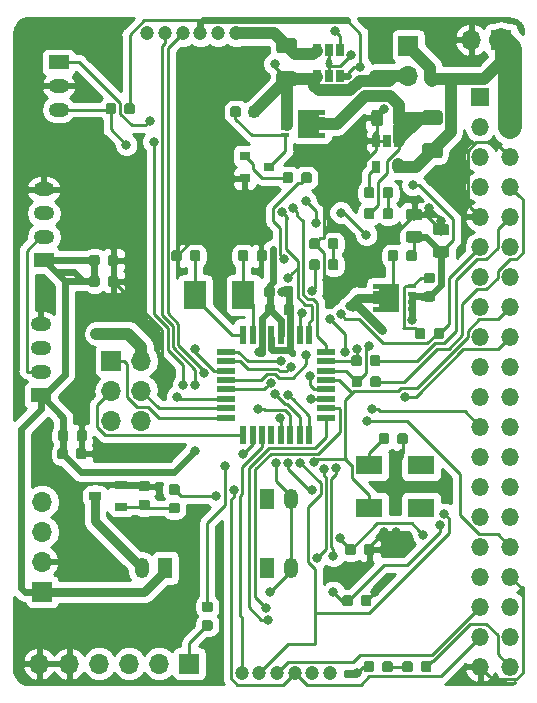
<source format=gbr>
G04 #@! TF.GenerationSoftware,KiCad,Pcbnew,(5.0.2)-1*
G04 #@! TF.CreationDate,2019-05-12T16:54:14-07:00*
G04 #@! TF.ProjectId,controlBoard_rev0401,636f6e74-726f-46c4-926f-6172645f7265,rev?*
G04 #@! TF.SameCoordinates,Original*
G04 #@! TF.FileFunction,Copper,L1,Top*
G04 #@! TF.FilePolarity,Positive*
%FSLAX46Y46*%
G04 Gerber Fmt 4.6, Leading zero omitted, Abs format (unit mm)*
G04 Created by KiCad (PCBNEW (5.0.2)-1) date 5/12/2019 4:54:14 PM*
%MOMM*%
%LPD*%
G01*
G04 APERTURE LIST*
G04 #@! TA.AperFunction,Conductor*
%ADD10C,0.100000*%
G04 #@! TD*
G04 #@! TA.AperFunction,SMDPad,CuDef*
%ADD11C,1.250000*%
G04 #@! TD*
G04 #@! TA.AperFunction,SMDPad,CuDef*
%ADD12R,0.700000X0.420000*%
G04 #@! TD*
G04 #@! TA.AperFunction,SMDPad,CuDef*
%ADD13C,1.710000*%
G04 #@! TD*
G04 #@! TA.AperFunction,SMDPad,CuDef*
%ADD14R,0.900000X0.800000*%
G04 #@! TD*
G04 #@! TA.AperFunction,SMDPad,CuDef*
%ADD15C,0.875000*%
G04 #@! TD*
G04 #@! TA.AperFunction,SMDPad,CuDef*
%ADD16C,0.975000*%
G04 #@! TD*
G04 #@! TA.AperFunction,ComponentPad*
%ADD17R,1.700000X1.700000*%
G04 #@! TD*
G04 #@! TA.AperFunction,ComponentPad*
%ADD18O,1.700000X1.700000*%
G04 #@! TD*
G04 #@! TA.AperFunction,ComponentPad*
%ADD19R,1.500000X1.500000*%
G04 #@! TD*
G04 #@! TA.AperFunction,ComponentPad*
%ADD20O,1.500000X1.500000*%
G04 #@! TD*
G04 #@! TA.AperFunction,SMDPad,CuDef*
%ADD21R,1.900000X2.400000*%
G04 #@! TD*
G04 #@! TA.AperFunction,SMDPad,CuDef*
%ADD22R,0.650000X1.060000*%
G04 #@! TD*
G04 #@! TA.AperFunction,ComponentPad*
%ADD23C,1.200000*%
G04 #@! TD*
G04 #@! TA.AperFunction,ComponentPad*
%ADD24O,1.200000X1.750000*%
G04 #@! TD*
G04 #@! TA.AperFunction,ComponentPad*
%ADD25R,1.200000X1.750000*%
G04 #@! TD*
G04 #@! TA.AperFunction,ComponentPad*
%ADD26O,1.750000X1.200000*%
G04 #@! TD*
G04 #@! TA.AperFunction,ComponentPad*
%ADD27R,1.750000X1.200000*%
G04 #@! TD*
G04 #@! TA.AperFunction,SMDPad,CuDef*
%ADD28R,0.550000X1.600000*%
G04 #@! TD*
G04 #@! TA.AperFunction,SMDPad,CuDef*
%ADD29R,1.600000X0.550000*%
G04 #@! TD*
G04 #@! TA.AperFunction,SMDPad,CuDef*
%ADD30R,2.250000X1.600000*%
G04 #@! TD*
G04 #@! TA.AperFunction,SMDPad,CuDef*
%ADD31R,1.060000X0.650000*%
G04 #@! TD*
G04 #@! TA.AperFunction,ViaPad*
%ADD32C,0.800000*%
G04 #@! TD*
G04 #@! TA.AperFunction,Conductor*
%ADD33C,0.600000*%
G04 #@! TD*
G04 #@! TA.AperFunction,Conductor*
%ADD34C,0.250000*%
G04 #@! TD*
G04 #@! TA.AperFunction,Conductor*
%ADD35C,1.000000*%
G04 #@! TD*
G04 #@! TA.AperFunction,Conductor*
%ADD36C,0.800000*%
G04 #@! TD*
G04 #@! TA.AperFunction,Conductor*
%ADD37C,2.000000*%
G04 #@! TD*
G04 #@! TA.AperFunction,Conductor*
%ADD38C,0.254000*%
G04 #@! TD*
G04 APERTURE END LIST*
D10*
G04 #@! TO.N,Vpi*
G04 #@! TO.C,R3*
G36*
X36717504Y-11317204D02*
X36741773Y-11320804D01*
X36765571Y-11326765D01*
X36788671Y-11335030D01*
X36810849Y-11345520D01*
X36831893Y-11358133D01*
X36851598Y-11372747D01*
X36869777Y-11389223D01*
X36886253Y-11407402D01*
X36900867Y-11427107D01*
X36913480Y-11448151D01*
X36923970Y-11470329D01*
X36932235Y-11493429D01*
X36938196Y-11517227D01*
X36941796Y-11541496D01*
X36943000Y-11566000D01*
X36943000Y-12316000D01*
X36941796Y-12340504D01*
X36938196Y-12364773D01*
X36932235Y-12388571D01*
X36923970Y-12411671D01*
X36913480Y-12433849D01*
X36900867Y-12454893D01*
X36886253Y-12474598D01*
X36869777Y-12492777D01*
X36851598Y-12509253D01*
X36831893Y-12523867D01*
X36810849Y-12536480D01*
X36788671Y-12546970D01*
X36765571Y-12555235D01*
X36741773Y-12561196D01*
X36717504Y-12564796D01*
X36693000Y-12566000D01*
X35443000Y-12566000D01*
X35418496Y-12564796D01*
X35394227Y-12561196D01*
X35370429Y-12555235D01*
X35347329Y-12546970D01*
X35325151Y-12536480D01*
X35304107Y-12523867D01*
X35284402Y-12509253D01*
X35266223Y-12492777D01*
X35249747Y-12474598D01*
X35235133Y-12454893D01*
X35222520Y-12433849D01*
X35212030Y-12411671D01*
X35203765Y-12388571D01*
X35197804Y-12364773D01*
X35194204Y-12340504D01*
X35193000Y-12316000D01*
X35193000Y-11566000D01*
X35194204Y-11541496D01*
X35197804Y-11517227D01*
X35203765Y-11493429D01*
X35212030Y-11470329D01*
X35222520Y-11448151D01*
X35235133Y-11427107D01*
X35249747Y-11407402D01*
X35266223Y-11389223D01*
X35284402Y-11372747D01*
X35304107Y-11358133D01*
X35325151Y-11345520D01*
X35347329Y-11335030D01*
X35370429Y-11326765D01*
X35394227Y-11320804D01*
X35418496Y-11317204D01*
X35443000Y-11316000D01*
X36693000Y-11316000D01*
X36717504Y-11317204D01*
X36717504Y-11317204D01*
G37*
D11*
G04 #@! TD*
G04 #@! TO.P,R3,1*
G04 #@! TO.N,Vpi*
X36068000Y-11941000D03*
D10*
G04 #@! TO.N,/powerControl/5V_NPTC*
G04 #@! TO.C,R3*
G36*
X36717504Y-8517204D02*
X36741773Y-8520804D01*
X36765571Y-8526765D01*
X36788671Y-8535030D01*
X36810849Y-8545520D01*
X36831893Y-8558133D01*
X36851598Y-8572747D01*
X36869777Y-8589223D01*
X36886253Y-8607402D01*
X36900867Y-8627107D01*
X36913480Y-8648151D01*
X36923970Y-8670329D01*
X36932235Y-8693429D01*
X36938196Y-8717227D01*
X36941796Y-8741496D01*
X36943000Y-8766000D01*
X36943000Y-9516000D01*
X36941796Y-9540504D01*
X36938196Y-9564773D01*
X36932235Y-9588571D01*
X36923970Y-9611671D01*
X36913480Y-9633849D01*
X36900867Y-9654893D01*
X36886253Y-9674598D01*
X36869777Y-9692777D01*
X36851598Y-9709253D01*
X36831893Y-9723867D01*
X36810849Y-9736480D01*
X36788671Y-9746970D01*
X36765571Y-9755235D01*
X36741773Y-9761196D01*
X36717504Y-9764796D01*
X36693000Y-9766000D01*
X35443000Y-9766000D01*
X35418496Y-9764796D01*
X35394227Y-9761196D01*
X35370429Y-9755235D01*
X35347329Y-9746970D01*
X35325151Y-9736480D01*
X35304107Y-9723867D01*
X35284402Y-9709253D01*
X35266223Y-9692777D01*
X35249747Y-9674598D01*
X35235133Y-9654893D01*
X35222520Y-9633849D01*
X35212030Y-9611671D01*
X35203765Y-9588571D01*
X35197804Y-9564773D01*
X35194204Y-9540504D01*
X35193000Y-9516000D01*
X35193000Y-8766000D01*
X35194204Y-8741496D01*
X35197804Y-8717227D01*
X35203765Y-8693429D01*
X35212030Y-8670329D01*
X35222520Y-8648151D01*
X35235133Y-8627107D01*
X35249747Y-8607402D01*
X35266223Y-8589223D01*
X35284402Y-8572747D01*
X35304107Y-8558133D01*
X35325151Y-8545520D01*
X35347329Y-8535030D01*
X35370429Y-8526765D01*
X35394227Y-8520804D01*
X35418496Y-8517204D01*
X35443000Y-8516000D01*
X36693000Y-8516000D01*
X36717504Y-8517204D01*
X36717504Y-8517204D01*
G37*
D11*
G04 #@! TD*
G04 #@! TO.P,R3,2*
G04 #@! TO.N,/powerControl/5V_NPTC*
X36068000Y-9141000D03*
D12*
G04 #@! TO.P,Q1,1*
G04 #@! TO.N,5V*
X23646000Y-8677000D03*
G04 #@! TO.P,Q1,3*
X23646000Y-9977000D03*
G04 #@! TO.P,Q1,2*
X23646000Y-9327000D03*
G04 #@! TO.P,Q1,4*
G04 #@! TO.N,Net-(Q1-Pad4)*
X23646000Y-10627000D03*
D13*
G04 #@! TO.P,Q1,5*
G04 #@! TO.N,/powerControl/5V_NPTC*
X25601000Y-9652000D03*
D10*
G04 #@! TD*
G04 #@! TO.N,/powerControl/5V_NPTC*
G04 #@! TO.C,Q1*
G36*
X26996000Y-8887000D02*
X26456000Y-8887000D01*
X26456000Y-9117000D01*
X26996000Y-9117000D01*
X26996000Y-9537000D01*
X26456000Y-9537000D01*
X26456000Y-9767000D01*
X26996000Y-9767000D01*
X26996000Y-10187000D01*
X26456000Y-10187000D01*
X26456000Y-10417000D01*
X26996000Y-10417000D01*
X26996000Y-10837000D01*
X24746000Y-10837000D01*
X24746000Y-8467000D01*
X26996000Y-8467000D01*
X26996000Y-8887000D01*
X26996000Y-8887000D01*
G37*
D13*
G04 #@! TO.P,Q3,5*
G04 #@! TO.N,3.3V_out*
X32438000Y-24384000D03*
D10*
G04 #@! TD*
G04 #@! TO.N,3.3V_out*
G04 #@! TO.C,Q3*
G36*
X31043000Y-25149000D02*
X31583000Y-25149000D01*
X31583000Y-24919000D01*
X31043000Y-24919000D01*
X31043000Y-24499000D01*
X31583000Y-24499000D01*
X31583000Y-24269000D01*
X31043000Y-24269000D01*
X31043000Y-23849000D01*
X31583000Y-23849000D01*
X31583000Y-23619000D01*
X31043000Y-23619000D01*
X31043000Y-23199000D01*
X33293000Y-23199000D01*
X33293000Y-25569000D01*
X31043000Y-25569000D01*
X31043000Y-25149000D01*
X31043000Y-25149000D01*
G37*
D12*
G04 #@! TO.P,Q3,4*
G04 #@! TO.N,Net-(Q3-Pad4)*
X34393000Y-23409000D03*
G04 #@! TO.P,Q3,2*
G04 #@! TO.N,3.3V_ARD*
X34393000Y-24709000D03*
G04 #@! TO.P,Q3,3*
X34393000Y-24059000D03*
G04 #@! TO.P,Q3,1*
X34393000Y-25359000D03*
G04 #@! TD*
D14*
G04 #@! TO.P,Q2,1*
G04 #@! TO.N,Net-(Q2-Pad1)*
X20209000Y-12385000D03*
G04 #@! TO.P,Q2,2*
G04 #@! TO.N,GND*
X20209000Y-14285000D03*
G04 #@! TO.P,Q2,3*
G04 #@! TO.N,Net-(Q1-Pad4)*
X22209000Y-13335000D03*
G04 #@! TD*
D10*
G04 #@! TO.N,Net-(Q1-Pad4)*
G04 #@! TO.C,R6*
G36*
X19645691Y-8162053D02*
X19666926Y-8165203D01*
X19687750Y-8170419D01*
X19707962Y-8177651D01*
X19727368Y-8186830D01*
X19745781Y-8197866D01*
X19763024Y-8210654D01*
X19778930Y-8225070D01*
X19793346Y-8240976D01*
X19806134Y-8258219D01*
X19817170Y-8276632D01*
X19826349Y-8296038D01*
X19833581Y-8316250D01*
X19838797Y-8337074D01*
X19841947Y-8358309D01*
X19843000Y-8379750D01*
X19843000Y-8892250D01*
X19841947Y-8913691D01*
X19838797Y-8934926D01*
X19833581Y-8955750D01*
X19826349Y-8975962D01*
X19817170Y-8995368D01*
X19806134Y-9013781D01*
X19793346Y-9031024D01*
X19778930Y-9046930D01*
X19763024Y-9061346D01*
X19745781Y-9074134D01*
X19727368Y-9085170D01*
X19707962Y-9094349D01*
X19687750Y-9101581D01*
X19666926Y-9106797D01*
X19645691Y-9109947D01*
X19624250Y-9111000D01*
X19186750Y-9111000D01*
X19165309Y-9109947D01*
X19144074Y-9106797D01*
X19123250Y-9101581D01*
X19103038Y-9094349D01*
X19083632Y-9085170D01*
X19065219Y-9074134D01*
X19047976Y-9061346D01*
X19032070Y-9046930D01*
X19017654Y-9031024D01*
X19004866Y-9013781D01*
X18993830Y-8995368D01*
X18984651Y-8975962D01*
X18977419Y-8955750D01*
X18972203Y-8934926D01*
X18969053Y-8913691D01*
X18968000Y-8892250D01*
X18968000Y-8379750D01*
X18969053Y-8358309D01*
X18972203Y-8337074D01*
X18977419Y-8316250D01*
X18984651Y-8296038D01*
X18993830Y-8276632D01*
X19004866Y-8258219D01*
X19017654Y-8240976D01*
X19032070Y-8225070D01*
X19047976Y-8210654D01*
X19065219Y-8197866D01*
X19083632Y-8186830D01*
X19103038Y-8177651D01*
X19123250Y-8170419D01*
X19144074Y-8165203D01*
X19165309Y-8162053D01*
X19186750Y-8161000D01*
X19624250Y-8161000D01*
X19645691Y-8162053D01*
X19645691Y-8162053D01*
G37*
D15*
G04 #@! TD*
G04 #@! TO.P,R6,1*
G04 #@! TO.N,Net-(Q1-Pad4)*
X19405500Y-8636000D03*
D10*
G04 #@! TO.N,5V*
G04 #@! TO.C,R6*
G36*
X21220691Y-8162053D02*
X21241926Y-8165203D01*
X21262750Y-8170419D01*
X21282962Y-8177651D01*
X21302368Y-8186830D01*
X21320781Y-8197866D01*
X21338024Y-8210654D01*
X21353930Y-8225070D01*
X21368346Y-8240976D01*
X21381134Y-8258219D01*
X21392170Y-8276632D01*
X21401349Y-8296038D01*
X21408581Y-8316250D01*
X21413797Y-8337074D01*
X21416947Y-8358309D01*
X21418000Y-8379750D01*
X21418000Y-8892250D01*
X21416947Y-8913691D01*
X21413797Y-8934926D01*
X21408581Y-8955750D01*
X21401349Y-8975962D01*
X21392170Y-8995368D01*
X21381134Y-9013781D01*
X21368346Y-9031024D01*
X21353930Y-9046930D01*
X21338024Y-9061346D01*
X21320781Y-9074134D01*
X21302368Y-9085170D01*
X21282962Y-9094349D01*
X21262750Y-9101581D01*
X21241926Y-9106797D01*
X21220691Y-9109947D01*
X21199250Y-9111000D01*
X20761750Y-9111000D01*
X20740309Y-9109947D01*
X20719074Y-9106797D01*
X20698250Y-9101581D01*
X20678038Y-9094349D01*
X20658632Y-9085170D01*
X20640219Y-9074134D01*
X20622976Y-9061346D01*
X20607070Y-9046930D01*
X20592654Y-9031024D01*
X20579866Y-9013781D01*
X20568830Y-8995368D01*
X20559651Y-8975962D01*
X20552419Y-8955750D01*
X20547203Y-8934926D01*
X20544053Y-8913691D01*
X20543000Y-8892250D01*
X20543000Y-8379750D01*
X20544053Y-8358309D01*
X20547203Y-8337074D01*
X20552419Y-8316250D01*
X20559651Y-8296038D01*
X20568830Y-8276632D01*
X20579866Y-8258219D01*
X20592654Y-8240976D01*
X20607070Y-8225070D01*
X20622976Y-8210654D01*
X20640219Y-8197866D01*
X20658632Y-8186830D01*
X20678038Y-8177651D01*
X20698250Y-8170419D01*
X20719074Y-8165203D01*
X20740309Y-8162053D01*
X20761750Y-8161000D01*
X21199250Y-8161000D01*
X21220691Y-8162053D01*
X21220691Y-8162053D01*
G37*
D15*
G04 #@! TD*
G04 #@! TO.P,R6,2*
G04 #@! TO.N,5V*
X20980500Y-8636000D03*
D10*
G04 #@! TO.N,Net-(C18-Pad1)*
G04 #@! TO.C,C18*
G36*
X17295691Y-51684553D02*
X17316926Y-51687703D01*
X17337750Y-51692919D01*
X17357962Y-51700151D01*
X17377368Y-51709330D01*
X17395781Y-51720366D01*
X17413024Y-51733154D01*
X17428930Y-51747570D01*
X17443346Y-51763476D01*
X17456134Y-51780719D01*
X17467170Y-51799132D01*
X17476349Y-51818538D01*
X17483581Y-51838750D01*
X17488797Y-51859574D01*
X17491947Y-51880809D01*
X17493000Y-51902250D01*
X17493000Y-52339750D01*
X17491947Y-52361191D01*
X17488797Y-52382426D01*
X17483581Y-52403250D01*
X17476349Y-52423462D01*
X17467170Y-52442868D01*
X17456134Y-52461281D01*
X17443346Y-52478524D01*
X17428930Y-52494430D01*
X17413024Y-52508846D01*
X17395781Y-52521634D01*
X17377368Y-52532670D01*
X17357962Y-52541849D01*
X17337750Y-52549081D01*
X17316926Y-52554297D01*
X17295691Y-52557447D01*
X17274250Y-52558500D01*
X16761750Y-52558500D01*
X16740309Y-52557447D01*
X16719074Y-52554297D01*
X16698250Y-52549081D01*
X16678038Y-52541849D01*
X16658632Y-52532670D01*
X16640219Y-52521634D01*
X16622976Y-52508846D01*
X16607070Y-52494430D01*
X16592654Y-52478524D01*
X16579866Y-52461281D01*
X16568830Y-52442868D01*
X16559651Y-52423462D01*
X16552419Y-52403250D01*
X16547203Y-52382426D01*
X16544053Y-52361191D01*
X16543000Y-52339750D01*
X16543000Y-51902250D01*
X16544053Y-51880809D01*
X16547203Y-51859574D01*
X16552419Y-51838750D01*
X16559651Y-51818538D01*
X16568830Y-51799132D01*
X16579866Y-51780719D01*
X16592654Y-51763476D01*
X16607070Y-51747570D01*
X16622976Y-51733154D01*
X16640219Y-51720366D01*
X16658632Y-51709330D01*
X16678038Y-51700151D01*
X16698250Y-51692919D01*
X16719074Y-51687703D01*
X16740309Y-51684553D01*
X16761750Y-51683500D01*
X17274250Y-51683500D01*
X17295691Y-51684553D01*
X17295691Y-51684553D01*
G37*
D15*
G04 #@! TD*
G04 #@! TO.P,C18,1*
G04 #@! TO.N,Net-(C18-Pad1)*
X17018000Y-52121000D03*
D10*
G04 #@! TO.N,RST*
G04 #@! TO.C,C18*
G36*
X17295691Y-50109553D02*
X17316926Y-50112703D01*
X17337750Y-50117919D01*
X17357962Y-50125151D01*
X17377368Y-50134330D01*
X17395781Y-50145366D01*
X17413024Y-50158154D01*
X17428930Y-50172570D01*
X17443346Y-50188476D01*
X17456134Y-50205719D01*
X17467170Y-50224132D01*
X17476349Y-50243538D01*
X17483581Y-50263750D01*
X17488797Y-50284574D01*
X17491947Y-50305809D01*
X17493000Y-50327250D01*
X17493000Y-50764750D01*
X17491947Y-50786191D01*
X17488797Y-50807426D01*
X17483581Y-50828250D01*
X17476349Y-50848462D01*
X17467170Y-50867868D01*
X17456134Y-50886281D01*
X17443346Y-50903524D01*
X17428930Y-50919430D01*
X17413024Y-50933846D01*
X17395781Y-50946634D01*
X17377368Y-50957670D01*
X17357962Y-50966849D01*
X17337750Y-50974081D01*
X17316926Y-50979297D01*
X17295691Y-50982447D01*
X17274250Y-50983500D01*
X16761750Y-50983500D01*
X16740309Y-50982447D01*
X16719074Y-50979297D01*
X16698250Y-50974081D01*
X16678038Y-50966849D01*
X16658632Y-50957670D01*
X16640219Y-50946634D01*
X16622976Y-50933846D01*
X16607070Y-50919430D01*
X16592654Y-50903524D01*
X16579866Y-50886281D01*
X16568830Y-50867868D01*
X16559651Y-50848462D01*
X16552419Y-50828250D01*
X16547203Y-50807426D01*
X16544053Y-50786191D01*
X16543000Y-50764750D01*
X16543000Y-50327250D01*
X16544053Y-50305809D01*
X16547203Y-50284574D01*
X16552419Y-50263750D01*
X16559651Y-50243538D01*
X16568830Y-50224132D01*
X16579866Y-50205719D01*
X16592654Y-50188476D01*
X16607070Y-50172570D01*
X16622976Y-50158154D01*
X16640219Y-50145366D01*
X16658632Y-50134330D01*
X16678038Y-50125151D01*
X16698250Y-50117919D01*
X16719074Y-50112703D01*
X16740309Y-50109553D01*
X16761750Y-50108500D01*
X17274250Y-50108500D01*
X17295691Y-50109553D01*
X17295691Y-50109553D01*
G37*
D15*
G04 #@! TD*
G04 #@! TO.P,C18,2*
G04 #@! TO.N,RST*
X17018000Y-50546000D03*
D10*
G04 #@! TO.N,GND*
G04 #@! TO.C,C9*
G36*
X35024142Y-16864174D02*
X35047803Y-16867684D01*
X35071007Y-16873496D01*
X35093529Y-16881554D01*
X35115153Y-16891782D01*
X35135670Y-16904079D01*
X35154883Y-16918329D01*
X35172607Y-16934393D01*
X35188671Y-16952117D01*
X35202921Y-16971330D01*
X35215218Y-16991847D01*
X35225446Y-17013471D01*
X35233504Y-17035993D01*
X35239316Y-17059197D01*
X35242826Y-17082858D01*
X35244000Y-17106750D01*
X35244000Y-17594250D01*
X35242826Y-17618142D01*
X35239316Y-17641803D01*
X35233504Y-17665007D01*
X35225446Y-17687529D01*
X35215218Y-17709153D01*
X35202921Y-17729670D01*
X35188671Y-17748883D01*
X35172607Y-17766607D01*
X35154883Y-17782671D01*
X35135670Y-17796921D01*
X35115153Y-17809218D01*
X35093529Y-17819446D01*
X35071007Y-17827504D01*
X35047803Y-17833316D01*
X35024142Y-17836826D01*
X35000250Y-17838000D01*
X34087750Y-17838000D01*
X34063858Y-17836826D01*
X34040197Y-17833316D01*
X34016993Y-17827504D01*
X33994471Y-17819446D01*
X33972847Y-17809218D01*
X33952330Y-17796921D01*
X33933117Y-17782671D01*
X33915393Y-17766607D01*
X33899329Y-17748883D01*
X33885079Y-17729670D01*
X33872782Y-17709153D01*
X33862554Y-17687529D01*
X33854496Y-17665007D01*
X33848684Y-17641803D01*
X33845174Y-17618142D01*
X33844000Y-17594250D01*
X33844000Y-17106750D01*
X33845174Y-17082858D01*
X33848684Y-17059197D01*
X33854496Y-17035993D01*
X33862554Y-17013471D01*
X33872782Y-16991847D01*
X33885079Y-16971330D01*
X33899329Y-16952117D01*
X33915393Y-16934393D01*
X33933117Y-16918329D01*
X33952330Y-16904079D01*
X33972847Y-16891782D01*
X33994471Y-16881554D01*
X34016993Y-16873496D01*
X34040197Y-16867684D01*
X34063858Y-16864174D01*
X34087750Y-16863000D01*
X35000250Y-16863000D01*
X35024142Y-16864174D01*
X35024142Y-16864174D01*
G37*
D16*
G04 #@! TD*
G04 #@! TO.P,C9,2*
G04 #@! TO.N,GND*
X34544000Y-17350500D03*
D10*
G04 #@! TO.N,3.3V_ARD*
G04 #@! TO.C,C9*
G36*
X35024142Y-18739174D02*
X35047803Y-18742684D01*
X35071007Y-18748496D01*
X35093529Y-18756554D01*
X35115153Y-18766782D01*
X35135670Y-18779079D01*
X35154883Y-18793329D01*
X35172607Y-18809393D01*
X35188671Y-18827117D01*
X35202921Y-18846330D01*
X35215218Y-18866847D01*
X35225446Y-18888471D01*
X35233504Y-18910993D01*
X35239316Y-18934197D01*
X35242826Y-18957858D01*
X35244000Y-18981750D01*
X35244000Y-19469250D01*
X35242826Y-19493142D01*
X35239316Y-19516803D01*
X35233504Y-19540007D01*
X35225446Y-19562529D01*
X35215218Y-19584153D01*
X35202921Y-19604670D01*
X35188671Y-19623883D01*
X35172607Y-19641607D01*
X35154883Y-19657671D01*
X35135670Y-19671921D01*
X35115153Y-19684218D01*
X35093529Y-19694446D01*
X35071007Y-19702504D01*
X35047803Y-19708316D01*
X35024142Y-19711826D01*
X35000250Y-19713000D01*
X34087750Y-19713000D01*
X34063858Y-19711826D01*
X34040197Y-19708316D01*
X34016993Y-19702504D01*
X33994471Y-19694446D01*
X33972847Y-19684218D01*
X33952330Y-19671921D01*
X33933117Y-19657671D01*
X33915393Y-19641607D01*
X33899329Y-19623883D01*
X33885079Y-19604670D01*
X33872782Y-19584153D01*
X33862554Y-19562529D01*
X33854496Y-19540007D01*
X33848684Y-19516803D01*
X33845174Y-19493142D01*
X33844000Y-19469250D01*
X33844000Y-18981750D01*
X33845174Y-18957858D01*
X33848684Y-18934197D01*
X33854496Y-18910993D01*
X33862554Y-18888471D01*
X33872782Y-18866847D01*
X33885079Y-18846330D01*
X33899329Y-18827117D01*
X33915393Y-18809393D01*
X33933117Y-18793329D01*
X33952330Y-18779079D01*
X33972847Y-18766782D01*
X33994471Y-18756554D01*
X34016993Y-18748496D01*
X34040197Y-18742684D01*
X34063858Y-18739174D01*
X34087750Y-18738000D01*
X35000250Y-18738000D01*
X35024142Y-18739174D01*
X35024142Y-18739174D01*
G37*
D16*
G04 #@! TD*
G04 #@! TO.P,C9,1*
G04 #@! TO.N,3.3V_ARD*
X34544000Y-19225500D03*
D10*
G04 #@! TO.N,3.3V_ARD*
G04 #@! TO.C,C17*
G36*
X37310142Y-20009174D02*
X37333803Y-20012684D01*
X37357007Y-20018496D01*
X37379529Y-20026554D01*
X37401153Y-20036782D01*
X37421670Y-20049079D01*
X37440883Y-20063329D01*
X37458607Y-20079393D01*
X37474671Y-20097117D01*
X37488921Y-20116330D01*
X37501218Y-20136847D01*
X37511446Y-20158471D01*
X37519504Y-20180993D01*
X37525316Y-20204197D01*
X37528826Y-20227858D01*
X37530000Y-20251750D01*
X37530000Y-20739250D01*
X37528826Y-20763142D01*
X37525316Y-20786803D01*
X37519504Y-20810007D01*
X37511446Y-20832529D01*
X37501218Y-20854153D01*
X37488921Y-20874670D01*
X37474671Y-20893883D01*
X37458607Y-20911607D01*
X37440883Y-20927671D01*
X37421670Y-20941921D01*
X37401153Y-20954218D01*
X37379529Y-20964446D01*
X37357007Y-20972504D01*
X37333803Y-20978316D01*
X37310142Y-20981826D01*
X37286250Y-20983000D01*
X36373750Y-20983000D01*
X36349858Y-20981826D01*
X36326197Y-20978316D01*
X36302993Y-20972504D01*
X36280471Y-20964446D01*
X36258847Y-20954218D01*
X36238330Y-20941921D01*
X36219117Y-20927671D01*
X36201393Y-20911607D01*
X36185329Y-20893883D01*
X36171079Y-20874670D01*
X36158782Y-20854153D01*
X36148554Y-20832529D01*
X36140496Y-20810007D01*
X36134684Y-20786803D01*
X36131174Y-20763142D01*
X36130000Y-20739250D01*
X36130000Y-20251750D01*
X36131174Y-20227858D01*
X36134684Y-20204197D01*
X36140496Y-20180993D01*
X36148554Y-20158471D01*
X36158782Y-20136847D01*
X36171079Y-20116330D01*
X36185329Y-20097117D01*
X36201393Y-20079393D01*
X36219117Y-20063329D01*
X36238330Y-20049079D01*
X36258847Y-20036782D01*
X36280471Y-20026554D01*
X36302993Y-20018496D01*
X36326197Y-20012684D01*
X36349858Y-20009174D01*
X36373750Y-20008000D01*
X37286250Y-20008000D01*
X37310142Y-20009174D01*
X37310142Y-20009174D01*
G37*
D16*
G04 #@! TD*
G04 #@! TO.P,C17,1*
G04 #@! TO.N,3.3V_ARD*
X36830000Y-20495500D03*
D10*
G04 #@! TO.N,GND*
G04 #@! TO.C,C17*
G36*
X37310142Y-18134174D02*
X37333803Y-18137684D01*
X37357007Y-18143496D01*
X37379529Y-18151554D01*
X37401153Y-18161782D01*
X37421670Y-18174079D01*
X37440883Y-18188329D01*
X37458607Y-18204393D01*
X37474671Y-18222117D01*
X37488921Y-18241330D01*
X37501218Y-18261847D01*
X37511446Y-18283471D01*
X37519504Y-18305993D01*
X37525316Y-18329197D01*
X37528826Y-18352858D01*
X37530000Y-18376750D01*
X37530000Y-18864250D01*
X37528826Y-18888142D01*
X37525316Y-18911803D01*
X37519504Y-18935007D01*
X37511446Y-18957529D01*
X37501218Y-18979153D01*
X37488921Y-18999670D01*
X37474671Y-19018883D01*
X37458607Y-19036607D01*
X37440883Y-19052671D01*
X37421670Y-19066921D01*
X37401153Y-19079218D01*
X37379529Y-19089446D01*
X37357007Y-19097504D01*
X37333803Y-19103316D01*
X37310142Y-19106826D01*
X37286250Y-19108000D01*
X36373750Y-19108000D01*
X36349858Y-19106826D01*
X36326197Y-19103316D01*
X36302993Y-19097504D01*
X36280471Y-19089446D01*
X36258847Y-19079218D01*
X36238330Y-19066921D01*
X36219117Y-19052671D01*
X36201393Y-19036607D01*
X36185329Y-19018883D01*
X36171079Y-18999670D01*
X36158782Y-18979153D01*
X36148554Y-18957529D01*
X36140496Y-18935007D01*
X36134684Y-18911803D01*
X36131174Y-18888142D01*
X36130000Y-18864250D01*
X36130000Y-18376750D01*
X36131174Y-18352858D01*
X36134684Y-18329197D01*
X36140496Y-18305993D01*
X36148554Y-18283471D01*
X36158782Y-18261847D01*
X36171079Y-18241330D01*
X36185329Y-18222117D01*
X36201393Y-18204393D01*
X36219117Y-18188329D01*
X36238330Y-18174079D01*
X36258847Y-18161782D01*
X36280471Y-18151554D01*
X36302993Y-18143496D01*
X36326197Y-18137684D01*
X36349858Y-18134174D01*
X36373750Y-18133000D01*
X37286250Y-18133000D01*
X37310142Y-18134174D01*
X37310142Y-18134174D01*
G37*
D16*
G04 #@! TD*
G04 #@! TO.P,C17,2*
G04 #@! TO.N,GND*
X36830000Y-18620500D03*
D17*
G04 #@! TO.P,C8,1*
G04 #@! TO.N,Vpi*
X41910000Y-2540000D03*
D18*
G04 #@! TO.P,C8,2*
G04 #@! TO.N,GND*
X39370000Y-2540000D03*
G04 #@! TD*
D17*
G04 #@! TO.P,U8,1*
G04 #@! TO.N,Net-(C18-Pad1)*
X15494000Y-55372000D03*
D18*
G04 #@! TO.P,U8,2*
G04 #@! TO.N,TXD*
X12954000Y-55372000D03*
G04 #@! TO.P,U8,3*
G04 #@! TO.N,RXD*
X10414000Y-55372000D03*
G04 #@! TO.P,U8,4*
G04 #@! TO.N,3.3V_ARD*
X7874000Y-55372000D03*
G04 #@! TO.P,U8,5*
G04 #@! TO.N,GND*
X5334000Y-55372000D03*
G04 #@! TO.P,U8,6*
X2794000Y-55372000D03*
G04 #@! TD*
D19*
G04 #@! TO.P,U5,1*
G04 #@! TO.N,Net-(U5-Pad1)*
X40132000Y-7366000D03*
D20*
G04 #@! TO.P,U5,2*
G04 #@! TO.N,/Pi_SDA*
X40132000Y-9906000D03*
G04 #@! TO.P,U5,3*
G04 #@! TO.N,/Pi_SCL*
X40132000Y-12446000D03*
G04 #@! TO.P,U5,4*
G04 #@! TO.N,GPIO4*
X40132000Y-14986000D03*
G04 #@! TO.P,U5,5*
G04 #@! TO.N,GND*
X40132000Y-17526000D03*
G04 #@! TO.P,U5,6*
G04 #@! TO.N,3.3V_CTL*
X40132000Y-20066000D03*
G04 #@! TO.P,U5,7*
G04 #@! TO.N,GPIO27*
X40132000Y-22606000D03*
G04 #@! TO.P,U5,8*
G04 #@! TO.N,Net-(U5-Pad8)*
X40132000Y-25146000D03*
G04 #@! TO.P,U5,9*
G04 #@! TO.N,Net-(U5-Pad9)*
X40132000Y-27686000D03*
G04 #@! TO.P,U5,10*
G04 #@! TO.N,PUSH*
X40132000Y-30226000D03*
G04 #@! TO.P,U5,11*
G04 #@! TO.N,PUSH2*
X40132000Y-32766000D03*
G04 #@! TO.P,U5,12*
G04 #@! TO.N,Vhall*
X40132000Y-35306000D03*
G04 #@! TO.P,U5,13*
G04 #@! TO.N,Net-(U5-Pad13)*
X40132000Y-37846000D03*
G04 #@! TO.P,U5,14*
G04 #@! TO.N,Net-(U5-Pad14)*
X40132000Y-40386000D03*
G04 #@! TO.P,U5,15*
G04 #@! TO.N,Net-(U5-Pad15)*
X40132000Y-42926000D03*
G04 #@! TO.P,U5,16*
G04 #@! TO.N,Net-(U5-Pad16)*
X40132000Y-45466000D03*
G04 #@! TO.P,U5,17*
G04 #@! TO.N,Net-(U5-Pad17)*
X40132000Y-48006000D03*
G04 #@! TO.P,U5,18*
G04 #@! TO.N,Torch*
X40132000Y-50546000D03*
G04 #@! TO.P,U5,19*
G04 #@! TO.N,Flash*
X40132000Y-53086000D03*
G04 #@! TO.P,U5,20*
G04 #@! TO.N,GND*
X40132000Y-55626000D03*
G04 #@! TO.P,U5,21*
G04 #@! TO.N,Net-(D7-Pad2)*
X42672000Y-55626000D03*
G04 #@! TO.P,U5,22*
G04 #@! TO.N,Net-(U5-Pad22)*
X42672000Y-53086000D03*
G04 #@! TO.P,U5,23*
G04 #@! TO.N,Net-(U5-Pad23)*
X42672000Y-50546000D03*
G04 #@! TO.P,U5,24*
G04 #@! TO.N,GND*
X42672000Y-48006000D03*
G04 #@! TO.P,U5,25*
G04 #@! TO.N,FAN_CTL*
X42672000Y-45466000D03*
G04 #@! TO.P,U5,26*
G04 #@! TO.N,Net-(U5-Pad26)*
X42672000Y-42926000D03*
G04 #@! TO.P,U5,27*
G04 #@! TO.N,Net-(U5-Pad27)*
X42672000Y-40386000D03*
G04 #@! TO.P,U5,28*
G04 #@! TO.N,Net-(U5-Pad28)*
X42672000Y-37846000D03*
G04 #@! TO.P,U5,29*
G04 #@! TO.N,Net-(U5-Pad29)*
X42672000Y-35306000D03*
G04 #@! TO.P,U5,30*
G04 #@! TO.N,Net-(U5-Pad30)*
X42672000Y-32766000D03*
G04 #@! TO.P,U5,31*
G04 #@! TO.N,Net-(U5-Pad31)*
X42672000Y-30226000D03*
G04 #@! TO.P,U5,32*
G04 #@! TO.N,PI_SIG*
X42672000Y-27686000D03*
G04 #@! TO.P,U5,33*
G04 #@! TO.N,RST*
X42672000Y-25146000D03*
G04 #@! TO.P,U5,34*
G04 #@! TO.N,Net-(U5-Pad34)*
X42672000Y-22606000D03*
G04 #@! TO.P,U5,35*
G04 #@! TO.N,LED_EN*
X42672000Y-20066000D03*
G04 #@! TO.P,U5,36*
G04 #@! TO.N,Net-(R11-Pad2)*
X42672000Y-17526000D03*
G04 #@! TO.P,U5,37*
G04 #@! TO.N,Net-(R5-Pad2)*
X42672000Y-14986000D03*
G04 #@! TO.P,U5,38*
G04 #@! TO.N,GND*
X42672000Y-12446000D03*
G04 #@! TO.P,U5,39*
G04 #@! TO.N,Vpi*
X42672000Y-9906000D03*
G04 #@! TO.P,U5,40*
X42672000Y-7366000D03*
G04 #@! TD*
D21*
G04 #@! TO.P,Y1,1*
G04 #@! TO.N,CRYSTAL1*
X20084000Y-24130000D03*
G04 #@! TO.P,Y1,2*
G04 #@! TO.N,CRYSTAL2*
X15984000Y-24130000D03*
G04 #@! TD*
D22*
G04 #@! TO.P,U4,1*
G04 #@! TO.N,I_PI*
X28255000Y-3388000D03*
G04 #@! TO.P,U4,2*
G04 #@! TO.N,GND*
X27305000Y-3388000D03*
G04 #@! TO.P,U4,3*
G04 #@! TO.N,/powerControl/5V_IN*
X26355000Y-3388000D03*
G04 #@! TO.P,U4,4*
G04 #@! TO.N,5V*
X26355000Y-5588000D03*
G04 #@! TO.P,U4,6*
G04 #@! TO.N,3.3V_ARD*
X28255000Y-5588000D03*
G04 #@! TO.P,U4,5*
G04 #@! TO.N,GND*
X27305000Y-5588000D03*
G04 #@! TD*
D10*
G04 #@! TO.N,5V*
G04 #@! TO.C,R2*
G36*
X24398504Y-5224204D02*
X24422773Y-5227804D01*
X24446571Y-5233765D01*
X24469671Y-5242030D01*
X24491849Y-5252520D01*
X24512893Y-5265133D01*
X24532598Y-5279747D01*
X24550777Y-5296223D01*
X24567253Y-5314402D01*
X24581867Y-5334107D01*
X24594480Y-5355151D01*
X24604970Y-5377329D01*
X24613235Y-5400429D01*
X24619196Y-5424227D01*
X24622796Y-5448496D01*
X24624000Y-5473000D01*
X24624000Y-6223000D01*
X24622796Y-6247504D01*
X24619196Y-6271773D01*
X24613235Y-6295571D01*
X24604970Y-6318671D01*
X24594480Y-6340849D01*
X24581867Y-6361893D01*
X24567253Y-6381598D01*
X24550777Y-6399777D01*
X24532598Y-6416253D01*
X24512893Y-6430867D01*
X24491849Y-6443480D01*
X24469671Y-6453970D01*
X24446571Y-6462235D01*
X24422773Y-6468196D01*
X24398504Y-6471796D01*
X24374000Y-6473000D01*
X23124000Y-6473000D01*
X23099496Y-6471796D01*
X23075227Y-6468196D01*
X23051429Y-6462235D01*
X23028329Y-6453970D01*
X23006151Y-6443480D01*
X22985107Y-6430867D01*
X22965402Y-6416253D01*
X22947223Y-6399777D01*
X22930747Y-6381598D01*
X22916133Y-6361893D01*
X22903520Y-6340849D01*
X22893030Y-6318671D01*
X22884765Y-6295571D01*
X22878804Y-6271773D01*
X22875204Y-6247504D01*
X22874000Y-6223000D01*
X22874000Y-5473000D01*
X22875204Y-5448496D01*
X22878804Y-5424227D01*
X22884765Y-5400429D01*
X22893030Y-5377329D01*
X22903520Y-5355151D01*
X22916133Y-5334107D01*
X22930747Y-5314402D01*
X22947223Y-5296223D01*
X22965402Y-5279747D01*
X22985107Y-5265133D01*
X23006151Y-5252520D01*
X23028329Y-5242030D01*
X23051429Y-5233765D01*
X23075227Y-5227804D01*
X23099496Y-5224204D01*
X23124000Y-5223000D01*
X24374000Y-5223000D01*
X24398504Y-5224204D01*
X24398504Y-5224204D01*
G37*
D11*
G04 #@! TD*
G04 #@! TO.P,R2,1*
G04 #@! TO.N,5V*
X23749000Y-5848000D03*
D10*
G04 #@! TO.N,/powerControl/5V_IN*
G04 #@! TO.C,R2*
G36*
X24398504Y-2424204D02*
X24422773Y-2427804D01*
X24446571Y-2433765D01*
X24469671Y-2442030D01*
X24491849Y-2452520D01*
X24512893Y-2465133D01*
X24532598Y-2479747D01*
X24550777Y-2496223D01*
X24567253Y-2514402D01*
X24581867Y-2534107D01*
X24594480Y-2555151D01*
X24604970Y-2577329D01*
X24613235Y-2600429D01*
X24619196Y-2624227D01*
X24622796Y-2648496D01*
X24624000Y-2673000D01*
X24624000Y-3423000D01*
X24622796Y-3447504D01*
X24619196Y-3471773D01*
X24613235Y-3495571D01*
X24604970Y-3518671D01*
X24594480Y-3540849D01*
X24581867Y-3561893D01*
X24567253Y-3581598D01*
X24550777Y-3599777D01*
X24532598Y-3616253D01*
X24512893Y-3630867D01*
X24491849Y-3643480D01*
X24469671Y-3653970D01*
X24446571Y-3662235D01*
X24422773Y-3668196D01*
X24398504Y-3671796D01*
X24374000Y-3673000D01*
X23124000Y-3673000D01*
X23099496Y-3671796D01*
X23075227Y-3668196D01*
X23051429Y-3662235D01*
X23028329Y-3653970D01*
X23006151Y-3643480D01*
X22985107Y-3630867D01*
X22965402Y-3616253D01*
X22947223Y-3599777D01*
X22930747Y-3581598D01*
X22916133Y-3561893D01*
X22903520Y-3540849D01*
X22893030Y-3518671D01*
X22884765Y-3495571D01*
X22878804Y-3471773D01*
X22875204Y-3447504D01*
X22874000Y-3423000D01*
X22874000Y-2673000D01*
X22875204Y-2648496D01*
X22878804Y-2624227D01*
X22884765Y-2600429D01*
X22893030Y-2577329D01*
X22903520Y-2555151D01*
X22916133Y-2534107D01*
X22930747Y-2514402D01*
X22947223Y-2496223D01*
X22965402Y-2479747D01*
X22985107Y-2465133D01*
X23006151Y-2452520D01*
X23028329Y-2442030D01*
X23051429Y-2433765D01*
X23075227Y-2427804D01*
X23099496Y-2424204D01*
X23124000Y-2423000D01*
X24374000Y-2423000D01*
X24398504Y-2424204D01*
X24398504Y-2424204D01*
G37*
D11*
G04 #@! TD*
G04 #@! TO.P,R2,2*
G04 #@! TO.N,/powerControl/5V_IN*
X23749000Y-3048000D03*
D23*
G04 #@! TO.P,J4,1*
G04 #@! TO.N,GND*
X27432000Y-56134000D03*
G04 #@! TO.P,J4,2*
G04 #@! TO.N,I_LED*
X25932000Y-56134000D03*
G04 #@! TO.P,J4,3*
G04 #@! TO.N,Flash*
X24432000Y-56134000D03*
G04 #@! TO.P,J4,4*
G04 #@! TO.N,Torch*
X22932000Y-56134000D03*
G04 #@! TO.P,J4,5*
G04 #@! TO.N,LED_EN*
X21432000Y-56134000D03*
G04 #@! TO.P,J4,6*
G04 #@! TO.N,LED_SENSE*
X19932000Y-56134000D03*
G04 #@! TD*
D10*
G04 #@! TO.N,GND*
G04 #@! TO.C,C1*
G36*
X24167191Y-24926053D02*
X24188426Y-24929203D01*
X24209250Y-24934419D01*
X24229462Y-24941651D01*
X24248868Y-24950830D01*
X24267281Y-24961866D01*
X24284524Y-24974654D01*
X24300430Y-24989070D01*
X24314846Y-25004976D01*
X24327634Y-25022219D01*
X24338670Y-25040632D01*
X24347849Y-25060038D01*
X24355081Y-25080250D01*
X24360297Y-25101074D01*
X24363447Y-25122309D01*
X24364500Y-25143750D01*
X24364500Y-25656250D01*
X24363447Y-25677691D01*
X24360297Y-25698926D01*
X24355081Y-25719750D01*
X24347849Y-25739962D01*
X24338670Y-25759368D01*
X24327634Y-25777781D01*
X24314846Y-25795024D01*
X24300430Y-25810930D01*
X24284524Y-25825346D01*
X24267281Y-25838134D01*
X24248868Y-25849170D01*
X24229462Y-25858349D01*
X24209250Y-25865581D01*
X24188426Y-25870797D01*
X24167191Y-25873947D01*
X24145750Y-25875000D01*
X23708250Y-25875000D01*
X23686809Y-25873947D01*
X23665574Y-25870797D01*
X23644750Y-25865581D01*
X23624538Y-25858349D01*
X23605132Y-25849170D01*
X23586719Y-25838134D01*
X23569476Y-25825346D01*
X23553570Y-25810930D01*
X23539154Y-25795024D01*
X23526366Y-25777781D01*
X23515330Y-25759368D01*
X23506151Y-25739962D01*
X23498919Y-25719750D01*
X23493703Y-25698926D01*
X23490553Y-25677691D01*
X23489500Y-25656250D01*
X23489500Y-25143750D01*
X23490553Y-25122309D01*
X23493703Y-25101074D01*
X23498919Y-25080250D01*
X23506151Y-25060038D01*
X23515330Y-25040632D01*
X23526366Y-25022219D01*
X23539154Y-25004976D01*
X23553570Y-24989070D01*
X23569476Y-24974654D01*
X23586719Y-24961866D01*
X23605132Y-24950830D01*
X23624538Y-24941651D01*
X23644750Y-24934419D01*
X23665574Y-24929203D01*
X23686809Y-24926053D01*
X23708250Y-24925000D01*
X24145750Y-24925000D01*
X24167191Y-24926053D01*
X24167191Y-24926053D01*
G37*
D15*
G04 #@! TD*
G04 #@! TO.P,C1,2*
G04 #@! TO.N,GND*
X23927000Y-25400000D03*
D10*
G04 #@! TO.N,3.3V_ARD*
G04 #@! TO.C,C1*
G36*
X22592191Y-24926053D02*
X22613426Y-24929203D01*
X22634250Y-24934419D01*
X22654462Y-24941651D01*
X22673868Y-24950830D01*
X22692281Y-24961866D01*
X22709524Y-24974654D01*
X22725430Y-24989070D01*
X22739846Y-25004976D01*
X22752634Y-25022219D01*
X22763670Y-25040632D01*
X22772849Y-25060038D01*
X22780081Y-25080250D01*
X22785297Y-25101074D01*
X22788447Y-25122309D01*
X22789500Y-25143750D01*
X22789500Y-25656250D01*
X22788447Y-25677691D01*
X22785297Y-25698926D01*
X22780081Y-25719750D01*
X22772849Y-25739962D01*
X22763670Y-25759368D01*
X22752634Y-25777781D01*
X22739846Y-25795024D01*
X22725430Y-25810930D01*
X22709524Y-25825346D01*
X22692281Y-25838134D01*
X22673868Y-25849170D01*
X22654462Y-25858349D01*
X22634250Y-25865581D01*
X22613426Y-25870797D01*
X22592191Y-25873947D01*
X22570750Y-25875000D01*
X22133250Y-25875000D01*
X22111809Y-25873947D01*
X22090574Y-25870797D01*
X22069750Y-25865581D01*
X22049538Y-25858349D01*
X22030132Y-25849170D01*
X22011719Y-25838134D01*
X21994476Y-25825346D01*
X21978570Y-25810930D01*
X21964154Y-25795024D01*
X21951366Y-25777781D01*
X21940330Y-25759368D01*
X21931151Y-25739962D01*
X21923919Y-25719750D01*
X21918703Y-25698926D01*
X21915553Y-25677691D01*
X21914500Y-25656250D01*
X21914500Y-25143750D01*
X21915553Y-25122309D01*
X21918703Y-25101074D01*
X21923919Y-25080250D01*
X21931151Y-25060038D01*
X21940330Y-25040632D01*
X21951366Y-25022219D01*
X21964154Y-25004976D01*
X21978570Y-24989070D01*
X21994476Y-24974654D01*
X22011719Y-24961866D01*
X22030132Y-24950830D01*
X22049538Y-24941651D01*
X22069750Y-24934419D01*
X22090574Y-24929203D01*
X22111809Y-24926053D01*
X22133250Y-24925000D01*
X22570750Y-24925000D01*
X22592191Y-24926053D01*
X22592191Y-24926053D01*
G37*
D15*
G04 #@! TD*
G04 #@! TO.P,C1,1*
G04 #@! TO.N,3.3V_ARD*
X22352000Y-25400000D03*
D10*
G04 #@! TO.N,GND*
G04 #@! TO.C,C14*
G36*
X6590191Y-37118053D02*
X6611426Y-37121203D01*
X6632250Y-37126419D01*
X6652462Y-37133651D01*
X6671868Y-37142830D01*
X6690281Y-37153866D01*
X6707524Y-37166654D01*
X6723430Y-37181070D01*
X6737846Y-37196976D01*
X6750634Y-37214219D01*
X6761670Y-37232632D01*
X6770849Y-37252038D01*
X6778081Y-37272250D01*
X6783297Y-37293074D01*
X6786447Y-37314309D01*
X6787500Y-37335750D01*
X6787500Y-37848250D01*
X6786447Y-37869691D01*
X6783297Y-37890926D01*
X6778081Y-37911750D01*
X6770849Y-37931962D01*
X6761670Y-37951368D01*
X6750634Y-37969781D01*
X6737846Y-37987024D01*
X6723430Y-38002930D01*
X6707524Y-38017346D01*
X6690281Y-38030134D01*
X6671868Y-38041170D01*
X6652462Y-38050349D01*
X6632250Y-38057581D01*
X6611426Y-38062797D01*
X6590191Y-38065947D01*
X6568750Y-38067000D01*
X6131250Y-38067000D01*
X6109809Y-38065947D01*
X6088574Y-38062797D01*
X6067750Y-38057581D01*
X6047538Y-38050349D01*
X6028132Y-38041170D01*
X6009719Y-38030134D01*
X5992476Y-38017346D01*
X5976570Y-38002930D01*
X5962154Y-37987024D01*
X5949366Y-37969781D01*
X5938330Y-37951368D01*
X5929151Y-37931962D01*
X5921919Y-37911750D01*
X5916703Y-37890926D01*
X5913553Y-37869691D01*
X5912500Y-37848250D01*
X5912500Y-37335750D01*
X5913553Y-37314309D01*
X5916703Y-37293074D01*
X5921919Y-37272250D01*
X5929151Y-37252038D01*
X5938330Y-37232632D01*
X5949366Y-37214219D01*
X5962154Y-37196976D01*
X5976570Y-37181070D01*
X5992476Y-37166654D01*
X6009719Y-37153866D01*
X6028132Y-37142830D01*
X6047538Y-37133651D01*
X6067750Y-37126419D01*
X6088574Y-37121203D01*
X6109809Y-37118053D01*
X6131250Y-37117000D01*
X6568750Y-37117000D01*
X6590191Y-37118053D01*
X6590191Y-37118053D01*
G37*
D15*
G04 #@! TD*
G04 #@! TO.P,C14,2*
G04 #@! TO.N,GND*
X6350000Y-37592000D03*
D10*
G04 #@! TO.N,3.3V_out*
G04 #@! TO.C,C14*
G36*
X5015191Y-37118053D02*
X5036426Y-37121203D01*
X5057250Y-37126419D01*
X5077462Y-37133651D01*
X5096868Y-37142830D01*
X5115281Y-37153866D01*
X5132524Y-37166654D01*
X5148430Y-37181070D01*
X5162846Y-37196976D01*
X5175634Y-37214219D01*
X5186670Y-37232632D01*
X5195849Y-37252038D01*
X5203081Y-37272250D01*
X5208297Y-37293074D01*
X5211447Y-37314309D01*
X5212500Y-37335750D01*
X5212500Y-37848250D01*
X5211447Y-37869691D01*
X5208297Y-37890926D01*
X5203081Y-37911750D01*
X5195849Y-37931962D01*
X5186670Y-37951368D01*
X5175634Y-37969781D01*
X5162846Y-37987024D01*
X5148430Y-38002930D01*
X5132524Y-38017346D01*
X5115281Y-38030134D01*
X5096868Y-38041170D01*
X5077462Y-38050349D01*
X5057250Y-38057581D01*
X5036426Y-38062797D01*
X5015191Y-38065947D01*
X4993750Y-38067000D01*
X4556250Y-38067000D01*
X4534809Y-38065947D01*
X4513574Y-38062797D01*
X4492750Y-38057581D01*
X4472538Y-38050349D01*
X4453132Y-38041170D01*
X4434719Y-38030134D01*
X4417476Y-38017346D01*
X4401570Y-38002930D01*
X4387154Y-37987024D01*
X4374366Y-37969781D01*
X4363330Y-37951368D01*
X4354151Y-37931962D01*
X4346919Y-37911750D01*
X4341703Y-37890926D01*
X4338553Y-37869691D01*
X4337500Y-37848250D01*
X4337500Y-37335750D01*
X4338553Y-37314309D01*
X4341703Y-37293074D01*
X4346919Y-37272250D01*
X4354151Y-37252038D01*
X4363330Y-37232632D01*
X4374366Y-37214219D01*
X4387154Y-37196976D01*
X4401570Y-37181070D01*
X4417476Y-37166654D01*
X4434719Y-37153866D01*
X4453132Y-37142830D01*
X4472538Y-37133651D01*
X4492750Y-37126419D01*
X4513574Y-37121203D01*
X4534809Y-37118053D01*
X4556250Y-37117000D01*
X4993750Y-37117000D01*
X5015191Y-37118053D01*
X5015191Y-37118053D01*
G37*
D15*
G04 #@! TD*
G04 #@! TO.P,C14,1*
G04 #@! TO.N,3.3V_out*
X4775000Y-37592000D03*
D10*
G04 #@! TO.N,3.3V_out*
G04 #@! TO.C,C13*
G36*
X5066191Y-35594053D02*
X5087426Y-35597203D01*
X5108250Y-35602419D01*
X5128462Y-35609651D01*
X5147868Y-35618830D01*
X5166281Y-35629866D01*
X5183524Y-35642654D01*
X5199430Y-35657070D01*
X5213846Y-35672976D01*
X5226634Y-35690219D01*
X5237670Y-35708632D01*
X5246849Y-35728038D01*
X5254081Y-35748250D01*
X5259297Y-35769074D01*
X5262447Y-35790309D01*
X5263500Y-35811750D01*
X5263500Y-36324250D01*
X5262447Y-36345691D01*
X5259297Y-36366926D01*
X5254081Y-36387750D01*
X5246849Y-36407962D01*
X5237670Y-36427368D01*
X5226634Y-36445781D01*
X5213846Y-36463024D01*
X5199430Y-36478930D01*
X5183524Y-36493346D01*
X5166281Y-36506134D01*
X5147868Y-36517170D01*
X5128462Y-36526349D01*
X5108250Y-36533581D01*
X5087426Y-36538797D01*
X5066191Y-36541947D01*
X5044750Y-36543000D01*
X4607250Y-36543000D01*
X4585809Y-36541947D01*
X4564574Y-36538797D01*
X4543750Y-36533581D01*
X4523538Y-36526349D01*
X4504132Y-36517170D01*
X4485719Y-36506134D01*
X4468476Y-36493346D01*
X4452570Y-36478930D01*
X4438154Y-36463024D01*
X4425366Y-36445781D01*
X4414330Y-36427368D01*
X4405151Y-36407962D01*
X4397919Y-36387750D01*
X4392703Y-36366926D01*
X4389553Y-36345691D01*
X4388500Y-36324250D01*
X4388500Y-35811750D01*
X4389553Y-35790309D01*
X4392703Y-35769074D01*
X4397919Y-35748250D01*
X4405151Y-35728038D01*
X4414330Y-35708632D01*
X4425366Y-35690219D01*
X4438154Y-35672976D01*
X4452570Y-35657070D01*
X4468476Y-35642654D01*
X4485719Y-35629866D01*
X4504132Y-35618830D01*
X4523538Y-35609651D01*
X4543750Y-35602419D01*
X4564574Y-35597203D01*
X4585809Y-35594053D01*
X4607250Y-35593000D01*
X5044750Y-35593000D01*
X5066191Y-35594053D01*
X5066191Y-35594053D01*
G37*
D15*
G04 #@! TD*
G04 #@! TO.P,C13,1*
G04 #@! TO.N,3.3V_out*
X4826000Y-36068000D03*
D10*
G04 #@! TO.N,GND*
G04 #@! TO.C,C13*
G36*
X6641191Y-35594053D02*
X6662426Y-35597203D01*
X6683250Y-35602419D01*
X6703462Y-35609651D01*
X6722868Y-35618830D01*
X6741281Y-35629866D01*
X6758524Y-35642654D01*
X6774430Y-35657070D01*
X6788846Y-35672976D01*
X6801634Y-35690219D01*
X6812670Y-35708632D01*
X6821849Y-35728038D01*
X6829081Y-35748250D01*
X6834297Y-35769074D01*
X6837447Y-35790309D01*
X6838500Y-35811750D01*
X6838500Y-36324250D01*
X6837447Y-36345691D01*
X6834297Y-36366926D01*
X6829081Y-36387750D01*
X6821849Y-36407962D01*
X6812670Y-36427368D01*
X6801634Y-36445781D01*
X6788846Y-36463024D01*
X6774430Y-36478930D01*
X6758524Y-36493346D01*
X6741281Y-36506134D01*
X6722868Y-36517170D01*
X6703462Y-36526349D01*
X6683250Y-36533581D01*
X6662426Y-36538797D01*
X6641191Y-36541947D01*
X6619750Y-36543000D01*
X6182250Y-36543000D01*
X6160809Y-36541947D01*
X6139574Y-36538797D01*
X6118750Y-36533581D01*
X6098538Y-36526349D01*
X6079132Y-36517170D01*
X6060719Y-36506134D01*
X6043476Y-36493346D01*
X6027570Y-36478930D01*
X6013154Y-36463024D01*
X6000366Y-36445781D01*
X5989330Y-36427368D01*
X5980151Y-36407962D01*
X5972919Y-36387750D01*
X5967703Y-36366926D01*
X5964553Y-36345691D01*
X5963500Y-36324250D01*
X5963500Y-35811750D01*
X5964553Y-35790309D01*
X5967703Y-35769074D01*
X5972919Y-35748250D01*
X5980151Y-35728038D01*
X5989330Y-35708632D01*
X6000366Y-35690219D01*
X6013154Y-35672976D01*
X6027570Y-35657070D01*
X6043476Y-35642654D01*
X6060719Y-35629866D01*
X6079132Y-35618830D01*
X6098538Y-35609651D01*
X6118750Y-35602419D01*
X6139574Y-35597203D01*
X6160809Y-35594053D01*
X6182250Y-35593000D01*
X6619750Y-35593000D01*
X6641191Y-35594053D01*
X6641191Y-35594053D01*
G37*
D15*
G04 #@! TD*
G04 #@! TO.P,C13,2*
G04 #@! TO.N,GND*
X6401000Y-36068000D03*
D10*
G04 #@! TO.N,GND*
G04 #@! TO.C,C10*
G36*
X9282691Y-22513053D02*
X9303926Y-22516203D01*
X9324750Y-22521419D01*
X9344962Y-22528651D01*
X9364368Y-22537830D01*
X9382781Y-22548866D01*
X9400024Y-22561654D01*
X9415930Y-22576070D01*
X9430346Y-22591976D01*
X9443134Y-22609219D01*
X9454170Y-22627632D01*
X9463349Y-22647038D01*
X9470581Y-22667250D01*
X9475797Y-22688074D01*
X9478947Y-22709309D01*
X9480000Y-22730750D01*
X9480000Y-23243250D01*
X9478947Y-23264691D01*
X9475797Y-23285926D01*
X9470581Y-23306750D01*
X9463349Y-23326962D01*
X9454170Y-23346368D01*
X9443134Y-23364781D01*
X9430346Y-23382024D01*
X9415930Y-23397930D01*
X9400024Y-23412346D01*
X9382781Y-23425134D01*
X9364368Y-23436170D01*
X9344962Y-23445349D01*
X9324750Y-23452581D01*
X9303926Y-23457797D01*
X9282691Y-23460947D01*
X9261250Y-23462000D01*
X8823750Y-23462000D01*
X8802309Y-23460947D01*
X8781074Y-23457797D01*
X8760250Y-23452581D01*
X8740038Y-23445349D01*
X8720632Y-23436170D01*
X8702219Y-23425134D01*
X8684976Y-23412346D01*
X8669070Y-23397930D01*
X8654654Y-23382024D01*
X8641866Y-23364781D01*
X8630830Y-23346368D01*
X8621651Y-23326962D01*
X8614419Y-23306750D01*
X8609203Y-23285926D01*
X8606053Y-23264691D01*
X8605000Y-23243250D01*
X8605000Y-22730750D01*
X8606053Y-22709309D01*
X8609203Y-22688074D01*
X8614419Y-22667250D01*
X8621651Y-22647038D01*
X8630830Y-22627632D01*
X8641866Y-22609219D01*
X8654654Y-22591976D01*
X8669070Y-22576070D01*
X8684976Y-22561654D01*
X8702219Y-22548866D01*
X8720632Y-22537830D01*
X8740038Y-22528651D01*
X8760250Y-22521419D01*
X8781074Y-22516203D01*
X8802309Y-22513053D01*
X8823750Y-22512000D01*
X9261250Y-22512000D01*
X9282691Y-22513053D01*
X9282691Y-22513053D01*
G37*
D15*
G04 #@! TD*
G04 #@! TO.P,C10,2*
G04 #@! TO.N,GND*
X9042500Y-22987000D03*
D10*
G04 #@! TO.N,3.3V_out*
G04 #@! TO.C,C10*
G36*
X7707691Y-22513053D02*
X7728926Y-22516203D01*
X7749750Y-22521419D01*
X7769962Y-22528651D01*
X7789368Y-22537830D01*
X7807781Y-22548866D01*
X7825024Y-22561654D01*
X7840930Y-22576070D01*
X7855346Y-22591976D01*
X7868134Y-22609219D01*
X7879170Y-22627632D01*
X7888349Y-22647038D01*
X7895581Y-22667250D01*
X7900797Y-22688074D01*
X7903947Y-22709309D01*
X7905000Y-22730750D01*
X7905000Y-23243250D01*
X7903947Y-23264691D01*
X7900797Y-23285926D01*
X7895581Y-23306750D01*
X7888349Y-23326962D01*
X7879170Y-23346368D01*
X7868134Y-23364781D01*
X7855346Y-23382024D01*
X7840930Y-23397930D01*
X7825024Y-23412346D01*
X7807781Y-23425134D01*
X7789368Y-23436170D01*
X7769962Y-23445349D01*
X7749750Y-23452581D01*
X7728926Y-23457797D01*
X7707691Y-23460947D01*
X7686250Y-23462000D01*
X7248750Y-23462000D01*
X7227309Y-23460947D01*
X7206074Y-23457797D01*
X7185250Y-23452581D01*
X7165038Y-23445349D01*
X7145632Y-23436170D01*
X7127219Y-23425134D01*
X7109976Y-23412346D01*
X7094070Y-23397930D01*
X7079654Y-23382024D01*
X7066866Y-23364781D01*
X7055830Y-23346368D01*
X7046651Y-23326962D01*
X7039419Y-23306750D01*
X7034203Y-23285926D01*
X7031053Y-23264691D01*
X7030000Y-23243250D01*
X7030000Y-22730750D01*
X7031053Y-22709309D01*
X7034203Y-22688074D01*
X7039419Y-22667250D01*
X7046651Y-22647038D01*
X7055830Y-22627632D01*
X7066866Y-22609219D01*
X7079654Y-22591976D01*
X7094070Y-22576070D01*
X7109976Y-22561654D01*
X7127219Y-22548866D01*
X7145632Y-22537830D01*
X7165038Y-22528651D01*
X7185250Y-22521419D01*
X7206074Y-22516203D01*
X7227309Y-22513053D01*
X7248750Y-22512000D01*
X7686250Y-22512000D01*
X7707691Y-22513053D01*
X7707691Y-22513053D01*
G37*
D15*
G04 #@! TD*
G04 #@! TO.P,C10,1*
G04 #@! TO.N,3.3V_out*
X7467500Y-22987000D03*
D10*
G04 #@! TO.N,3.3V_out*
G04 #@! TO.C,C7*
G36*
X7707691Y-20735053D02*
X7728926Y-20738203D01*
X7749750Y-20743419D01*
X7769962Y-20750651D01*
X7789368Y-20759830D01*
X7807781Y-20770866D01*
X7825024Y-20783654D01*
X7840930Y-20798070D01*
X7855346Y-20813976D01*
X7868134Y-20831219D01*
X7879170Y-20849632D01*
X7888349Y-20869038D01*
X7895581Y-20889250D01*
X7900797Y-20910074D01*
X7903947Y-20931309D01*
X7905000Y-20952750D01*
X7905000Y-21465250D01*
X7903947Y-21486691D01*
X7900797Y-21507926D01*
X7895581Y-21528750D01*
X7888349Y-21548962D01*
X7879170Y-21568368D01*
X7868134Y-21586781D01*
X7855346Y-21604024D01*
X7840930Y-21619930D01*
X7825024Y-21634346D01*
X7807781Y-21647134D01*
X7789368Y-21658170D01*
X7769962Y-21667349D01*
X7749750Y-21674581D01*
X7728926Y-21679797D01*
X7707691Y-21682947D01*
X7686250Y-21684000D01*
X7248750Y-21684000D01*
X7227309Y-21682947D01*
X7206074Y-21679797D01*
X7185250Y-21674581D01*
X7165038Y-21667349D01*
X7145632Y-21658170D01*
X7127219Y-21647134D01*
X7109976Y-21634346D01*
X7094070Y-21619930D01*
X7079654Y-21604024D01*
X7066866Y-21586781D01*
X7055830Y-21568368D01*
X7046651Y-21548962D01*
X7039419Y-21528750D01*
X7034203Y-21507926D01*
X7031053Y-21486691D01*
X7030000Y-21465250D01*
X7030000Y-20952750D01*
X7031053Y-20931309D01*
X7034203Y-20910074D01*
X7039419Y-20889250D01*
X7046651Y-20869038D01*
X7055830Y-20849632D01*
X7066866Y-20831219D01*
X7079654Y-20813976D01*
X7094070Y-20798070D01*
X7109976Y-20783654D01*
X7127219Y-20770866D01*
X7145632Y-20759830D01*
X7165038Y-20750651D01*
X7185250Y-20743419D01*
X7206074Y-20738203D01*
X7227309Y-20735053D01*
X7248750Y-20734000D01*
X7686250Y-20734000D01*
X7707691Y-20735053D01*
X7707691Y-20735053D01*
G37*
D15*
G04 #@! TD*
G04 #@! TO.P,C7,1*
G04 #@! TO.N,3.3V_out*
X7467500Y-21209000D03*
D10*
G04 #@! TO.N,GND*
G04 #@! TO.C,C7*
G36*
X9282691Y-20735053D02*
X9303926Y-20738203D01*
X9324750Y-20743419D01*
X9344962Y-20750651D01*
X9364368Y-20759830D01*
X9382781Y-20770866D01*
X9400024Y-20783654D01*
X9415930Y-20798070D01*
X9430346Y-20813976D01*
X9443134Y-20831219D01*
X9454170Y-20849632D01*
X9463349Y-20869038D01*
X9470581Y-20889250D01*
X9475797Y-20910074D01*
X9478947Y-20931309D01*
X9480000Y-20952750D01*
X9480000Y-21465250D01*
X9478947Y-21486691D01*
X9475797Y-21507926D01*
X9470581Y-21528750D01*
X9463349Y-21548962D01*
X9454170Y-21568368D01*
X9443134Y-21586781D01*
X9430346Y-21604024D01*
X9415930Y-21619930D01*
X9400024Y-21634346D01*
X9382781Y-21647134D01*
X9364368Y-21658170D01*
X9344962Y-21667349D01*
X9324750Y-21674581D01*
X9303926Y-21679797D01*
X9282691Y-21682947D01*
X9261250Y-21684000D01*
X8823750Y-21684000D01*
X8802309Y-21682947D01*
X8781074Y-21679797D01*
X8760250Y-21674581D01*
X8740038Y-21667349D01*
X8720632Y-21658170D01*
X8702219Y-21647134D01*
X8684976Y-21634346D01*
X8669070Y-21619930D01*
X8654654Y-21604024D01*
X8641866Y-21586781D01*
X8630830Y-21568368D01*
X8621651Y-21548962D01*
X8614419Y-21528750D01*
X8609203Y-21507926D01*
X8606053Y-21486691D01*
X8605000Y-21465250D01*
X8605000Y-20952750D01*
X8606053Y-20931309D01*
X8609203Y-20910074D01*
X8614419Y-20889250D01*
X8621651Y-20869038D01*
X8630830Y-20849632D01*
X8641866Y-20831219D01*
X8654654Y-20813976D01*
X8669070Y-20798070D01*
X8684976Y-20783654D01*
X8702219Y-20770866D01*
X8720632Y-20759830D01*
X8740038Y-20750651D01*
X8760250Y-20743419D01*
X8781074Y-20738203D01*
X8802309Y-20735053D01*
X8823750Y-20734000D01*
X9261250Y-20734000D01*
X9282691Y-20735053D01*
X9282691Y-20735053D01*
G37*
D15*
G04 #@! TD*
G04 #@! TO.P,C7,2*
G04 #@! TO.N,GND*
X9042500Y-21209000D03*
D10*
G04 #@! TO.N,GND*
G04 #@! TO.C,C4*
G36*
X14667191Y-20354053D02*
X14688426Y-20357203D01*
X14709250Y-20362419D01*
X14729462Y-20369651D01*
X14748868Y-20378830D01*
X14767281Y-20389866D01*
X14784524Y-20402654D01*
X14800430Y-20417070D01*
X14814846Y-20432976D01*
X14827634Y-20450219D01*
X14838670Y-20468632D01*
X14847849Y-20488038D01*
X14855081Y-20508250D01*
X14860297Y-20529074D01*
X14863447Y-20550309D01*
X14864500Y-20571750D01*
X14864500Y-21084250D01*
X14863447Y-21105691D01*
X14860297Y-21126926D01*
X14855081Y-21147750D01*
X14847849Y-21167962D01*
X14838670Y-21187368D01*
X14827634Y-21205781D01*
X14814846Y-21223024D01*
X14800430Y-21238930D01*
X14784524Y-21253346D01*
X14767281Y-21266134D01*
X14748868Y-21277170D01*
X14729462Y-21286349D01*
X14709250Y-21293581D01*
X14688426Y-21298797D01*
X14667191Y-21301947D01*
X14645750Y-21303000D01*
X14208250Y-21303000D01*
X14186809Y-21301947D01*
X14165574Y-21298797D01*
X14144750Y-21293581D01*
X14124538Y-21286349D01*
X14105132Y-21277170D01*
X14086719Y-21266134D01*
X14069476Y-21253346D01*
X14053570Y-21238930D01*
X14039154Y-21223024D01*
X14026366Y-21205781D01*
X14015330Y-21187368D01*
X14006151Y-21167962D01*
X13998919Y-21147750D01*
X13993703Y-21126926D01*
X13990553Y-21105691D01*
X13989500Y-21084250D01*
X13989500Y-20571750D01*
X13990553Y-20550309D01*
X13993703Y-20529074D01*
X13998919Y-20508250D01*
X14006151Y-20488038D01*
X14015330Y-20468632D01*
X14026366Y-20450219D01*
X14039154Y-20432976D01*
X14053570Y-20417070D01*
X14069476Y-20402654D01*
X14086719Y-20389866D01*
X14105132Y-20378830D01*
X14124538Y-20369651D01*
X14144750Y-20362419D01*
X14165574Y-20357203D01*
X14186809Y-20354053D01*
X14208250Y-20353000D01*
X14645750Y-20353000D01*
X14667191Y-20354053D01*
X14667191Y-20354053D01*
G37*
D15*
G04 #@! TD*
G04 #@! TO.P,C4,2*
G04 #@! TO.N,GND*
X14427000Y-20828000D03*
D10*
G04 #@! TO.N,CRYSTAL2*
G04 #@! TO.C,C4*
G36*
X16242191Y-20354053D02*
X16263426Y-20357203D01*
X16284250Y-20362419D01*
X16304462Y-20369651D01*
X16323868Y-20378830D01*
X16342281Y-20389866D01*
X16359524Y-20402654D01*
X16375430Y-20417070D01*
X16389846Y-20432976D01*
X16402634Y-20450219D01*
X16413670Y-20468632D01*
X16422849Y-20488038D01*
X16430081Y-20508250D01*
X16435297Y-20529074D01*
X16438447Y-20550309D01*
X16439500Y-20571750D01*
X16439500Y-21084250D01*
X16438447Y-21105691D01*
X16435297Y-21126926D01*
X16430081Y-21147750D01*
X16422849Y-21167962D01*
X16413670Y-21187368D01*
X16402634Y-21205781D01*
X16389846Y-21223024D01*
X16375430Y-21238930D01*
X16359524Y-21253346D01*
X16342281Y-21266134D01*
X16323868Y-21277170D01*
X16304462Y-21286349D01*
X16284250Y-21293581D01*
X16263426Y-21298797D01*
X16242191Y-21301947D01*
X16220750Y-21303000D01*
X15783250Y-21303000D01*
X15761809Y-21301947D01*
X15740574Y-21298797D01*
X15719750Y-21293581D01*
X15699538Y-21286349D01*
X15680132Y-21277170D01*
X15661719Y-21266134D01*
X15644476Y-21253346D01*
X15628570Y-21238930D01*
X15614154Y-21223024D01*
X15601366Y-21205781D01*
X15590330Y-21187368D01*
X15581151Y-21167962D01*
X15573919Y-21147750D01*
X15568703Y-21126926D01*
X15565553Y-21105691D01*
X15564500Y-21084250D01*
X15564500Y-20571750D01*
X15565553Y-20550309D01*
X15568703Y-20529074D01*
X15573919Y-20508250D01*
X15581151Y-20488038D01*
X15590330Y-20468632D01*
X15601366Y-20450219D01*
X15614154Y-20432976D01*
X15628570Y-20417070D01*
X15644476Y-20402654D01*
X15661719Y-20389866D01*
X15680132Y-20378830D01*
X15699538Y-20369651D01*
X15719750Y-20362419D01*
X15740574Y-20357203D01*
X15761809Y-20354053D01*
X15783250Y-20353000D01*
X16220750Y-20353000D01*
X16242191Y-20354053D01*
X16242191Y-20354053D01*
G37*
D15*
G04 #@! TD*
G04 #@! TO.P,C4,1*
G04 #@! TO.N,CRYSTAL2*
X16002000Y-20828000D03*
D10*
G04 #@! TO.N,CRYSTAL1*
G04 #@! TO.C,C3*
G36*
X20306191Y-20354053D02*
X20327426Y-20357203D01*
X20348250Y-20362419D01*
X20368462Y-20369651D01*
X20387868Y-20378830D01*
X20406281Y-20389866D01*
X20423524Y-20402654D01*
X20439430Y-20417070D01*
X20453846Y-20432976D01*
X20466634Y-20450219D01*
X20477670Y-20468632D01*
X20486849Y-20488038D01*
X20494081Y-20508250D01*
X20499297Y-20529074D01*
X20502447Y-20550309D01*
X20503500Y-20571750D01*
X20503500Y-21084250D01*
X20502447Y-21105691D01*
X20499297Y-21126926D01*
X20494081Y-21147750D01*
X20486849Y-21167962D01*
X20477670Y-21187368D01*
X20466634Y-21205781D01*
X20453846Y-21223024D01*
X20439430Y-21238930D01*
X20423524Y-21253346D01*
X20406281Y-21266134D01*
X20387868Y-21277170D01*
X20368462Y-21286349D01*
X20348250Y-21293581D01*
X20327426Y-21298797D01*
X20306191Y-21301947D01*
X20284750Y-21303000D01*
X19847250Y-21303000D01*
X19825809Y-21301947D01*
X19804574Y-21298797D01*
X19783750Y-21293581D01*
X19763538Y-21286349D01*
X19744132Y-21277170D01*
X19725719Y-21266134D01*
X19708476Y-21253346D01*
X19692570Y-21238930D01*
X19678154Y-21223024D01*
X19665366Y-21205781D01*
X19654330Y-21187368D01*
X19645151Y-21167962D01*
X19637919Y-21147750D01*
X19632703Y-21126926D01*
X19629553Y-21105691D01*
X19628500Y-21084250D01*
X19628500Y-20571750D01*
X19629553Y-20550309D01*
X19632703Y-20529074D01*
X19637919Y-20508250D01*
X19645151Y-20488038D01*
X19654330Y-20468632D01*
X19665366Y-20450219D01*
X19678154Y-20432976D01*
X19692570Y-20417070D01*
X19708476Y-20402654D01*
X19725719Y-20389866D01*
X19744132Y-20378830D01*
X19763538Y-20369651D01*
X19783750Y-20362419D01*
X19804574Y-20357203D01*
X19825809Y-20354053D01*
X19847250Y-20353000D01*
X20284750Y-20353000D01*
X20306191Y-20354053D01*
X20306191Y-20354053D01*
G37*
D15*
G04 #@! TD*
G04 #@! TO.P,C3,1*
G04 #@! TO.N,CRYSTAL1*
X20066000Y-20828000D03*
D10*
G04 #@! TO.N,GND*
G04 #@! TO.C,C3*
G36*
X21881191Y-20354053D02*
X21902426Y-20357203D01*
X21923250Y-20362419D01*
X21943462Y-20369651D01*
X21962868Y-20378830D01*
X21981281Y-20389866D01*
X21998524Y-20402654D01*
X22014430Y-20417070D01*
X22028846Y-20432976D01*
X22041634Y-20450219D01*
X22052670Y-20468632D01*
X22061849Y-20488038D01*
X22069081Y-20508250D01*
X22074297Y-20529074D01*
X22077447Y-20550309D01*
X22078500Y-20571750D01*
X22078500Y-21084250D01*
X22077447Y-21105691D01*
X22074297Y-21126926D01*
X22069081Y-21147750D01*
X22061849Y-21167962D01*
X22052670Y-21187368D01*
X22041634Y-21205781D01*
X22028846Y-21223024D01*
X22014430Y-21238930D01*
X21998524Y-21253346D01*
X21981281Y-21266134D01*
X21962868Y-21277170D01*
X21943462Y-21286349D01*
X21923250Y-21293581D01*
X21902426Y-21298797D01*
X21881191Y-21301947D01*
X21859750Y-21303000D01*
X21422250Y-21303000D01*
X21400809Y-21301947D01*
X21379574Y-21298797D01*
X21358750Y-21293581D01*
X21338538Y-21286349D01*
X21319132Y-21277170D01*
X21300719Y-21266134D01*
X21283476Y-21253346D01*
X21267570Y-21238930D01*
X21253154Y-21223024D01*
X21240366Y-21205781D01*
X21229330Y-21187368D01*
X21220151Y-21167962D01*
X21212919Y-21147750D01*
X21207703Y-21126926D01*
X21204553Y-21105691D01*
X21203500Y-21084250D01*
X21203500Y-20571750D01*
X21204553Y-20550309D01*
X21207703Y-20529074D01*
X21212919Y-20508250D01*
X21220151Y-20488038D01*
X21229330Y-20468632D01*
X21240366Y-20450219D01*
X21253154Y-20432976D01*
X21267570Y-20417070D01*
X21283476Y-20402654D01*
X21300719Y-20389866D01*
X21319132Y-20378830D01*
X21338538Y-20369651D01*
X21358750Y-20362419D01*
X21379574Y-20357203D01*
X21400809Y-20354053D01*
X21422250Y-20353000D01*
X21859750Y-20353000D01*
X21881191Y-20354053D01*
X21881191Y-20354053D01*
G37*
D15*
G04 #@! TD*
G04 #@! TO.P,C3,2*
G04 #@! TO.N,GND*
X21641000Y-20828000D03*
D10*
G04 #@! TO.N,GND*
G04 #@! TO.C,C2*
G36*
X24116191Y-23402053D02*
X24137426Y-23405203D01*
X24158250Y-23410419D01*
X24178462Y-23417651D01*
X24197868Y-23426830D01*
X24216281Y-23437866D01*
X24233524Y-23450654D01*
X24249430Y-23465070D01*
X24263846Y-23480976D01*
X24276634Y-23498219D01*
X24287670Y-23516632D01*
X24296849Y-23536038D01*
X24304081Y-23556250D01*
X24309297Y-23577074D01*
X24312447Y-23598309D01*
X24313500Y-23619750D01*
X24313500Y-24132250D01*
X24312447Y-24153691D01*
X24309297Y-24174926D01*
X24304081Y-24195750D01*
X24296849Y-24215962D01*
X24287670Y-24235368D01*
X24276634Y-24253781D01*
X24263846Y-24271024D01*
X24249430Y-24286930D01*
X24233524Y-24301346D01*
X24216281Y-24314134D01*
X24197868Y-24325170D01*
X24178462Y-24334349D01*
X24158250Y-24341581D01*
X24137426Y-24346797D01*
X24116191Y-24349947D01*
X24094750Y-24351000D01*
X23657250Y-24351000D01*
X23635809Y-24349947D01*
X23614574Y-24346797D01*
X23593750Y-24341581D01*
X23573538Y-24334349D01*
X23554132Y-24325170D01*
X23535719Y-24314134D01*
X23518476Y-24301346D01*
X23502570Y-24286930D01*
X23488154Y-24271024D01*
X23475366Y-24253781D01*
X23464330Y-24235368D01*
X23455151Y-24215962D01*
X23447919Y-24195750D01*
X23442703Y-24174926D01*
X23439553Y-24153691D01*
X23438500Y-24132250D01*
X23438500Y-23619750D01*
X23439553Y-23598309D01*
X23442703Y-23577074D01*
X23447919Y-23556250D01*
X23455151Y-23536038D01*
X23464330Y-23516632D01*
X23475366Y-23498219D01*
X23488154Y-23480976D01*
X23502570Y-23465070D01*
X23518476Y-23450654D01*
X23535719Y-23437866D01*
X23554132Y-23426830D01*
X23573538Y-23417651D01*
X23593750Y-23410419D01*
X23614574Y-23405203D01*
X23635809Y-23402053D01*
X23657250Y-23401000D01*
X24094750Y-23401000D01*
X24116191Y-23402053D01*
X24116191Y-23402053D01*
G37*
D15*
G04 #@! TD*
G04 #@! TO.P,C2,2*
G04 #@! TO.N,GND*
X23876000Y-23876000D03*
D10*
G04 #@! TO.N,3.3V_ARD*
G04 #@! TO.C,C2*
G36*
X22541191Y-23402053D02*
X22562426Y-23405203D01*
X22583250Y-23410419D01*
X22603462Y-23417651D01*
X22622868Y-23426830D01*
X22641281Y-23437866D01*
X22658524Y-23450654D01*
X22674430Y-23465070D01*
X22688846Y-23480976D01*
X22701634Y-23498219D01*
X22712670Y-23516632D01*
X22721849Y-23536038D01*
X22729081Y-23556250D01*
X22734297Y-23577074D01*
X22737447Y-23598309D01*
X22738500Y-23619750D01*
X22738500Y-24132250D01*
X22737447Y-24153691D01*
X22734297Y-24174926D01*
X22729081Y-24195750D01*
X22721849Y-24215962D01*
X22712670Y-24235368D01*
X22701634Y-24253781D01*
X22688846Y-24271024D01*
X22674430Y-24286930D01*
X22658524Y-24301346D01*
X22641281Y-24314134D01*
X22622868Y-24325170D01*
X22603462Y-24334349D01*
X22583250Y-24341581D01*
X22562426Y-24346797D01*
X22541191Y-24349947D01*
X22519750Y-24351000D01*
X22082250Y-24351000D01*
X22060809Y-24349947D01*
X22039574Y-24346797D01*
X22018750Y-24341581D01*
X21998538Y-24334349D01*
X21979132Y-24325170D01*
X21960719Y-24314134D01*
X21943476Y-24301346D01*
X21927570Y-24286930D01*
X21913154Y-24271024D01*
X21900366Y-24253781D01*
X21889330Y-24235368D01*
X21880151Y-24215962D01*
X21872919Y-24195750D01*
X21867703Y-24174926D01*
X21864553Y-24153691D01*
X21863500Y-24132250D01*
X21863500Y-23619750D01*
X21864553Y-23598309D01*
X21867703Y-23577074D01*
X21872919Y-23556250D01*
X21880151Y-23536038D01*
X21889330Y-23516632D01*
X21900366Y-23498219D01*
X21913154Y-23480976D01*
X21927570Y-23465070D01*
X21943476Y-23450654D01*
X21960719Y-23437866D01*
X21979132Y-23426830D01*
X21998538Y-23417651D01*
X22018750Y-23410419D01*
X22039574Y-23405203D01*
X22060809Y-23402053D01*
X22082250Y-23401000D01*
X22519750Y-23401000D01*
X22541191Y-23402053D01*
X22541191Y-23402053D01*
G37*
D15*
G04 #@! TD*
G04 #@! TO.P,C2,1*
G04 #@! TO.N,3.3V_ARD*
X22301000Y-23876000D03*
D10*
G04 #@! TO.N,GND*
G04 #@! TO.C,C5*
G36*
X31666642Y-8445174D02*
X31690303Y-8448684D01*
X31713507Y-8454496D01*
X31736029Y-8462554D01*
X31757653Y-8472782D01*
X31778170Y-8485079D01*
X31797383Y-8499329D01*
X31815107Y-8515393D01*
X31831171Y-8533117D01*
X31845421Y-8552330D01*
X31857718Y-8572847D01*
X31867946Y-8594471D01*
X31876004Y-8616993D01*
X31881816Y-8640197D01*
X31885326Y-8663858D01*
X31886500Y-8687750D01*
X31886500Y-9600250D01*
X31885326Y-9624142D01*
X31881816Y-9647803D01*
X31876004Y-9671007D01*
X31867946Y-9693529D01*
X31857718Y-9715153D01*
X31845421Y-9735670D01*
X31831171Y-9754883D01*
X31815107Y-9772607D01*
X31797383Y-9788671D01*
X31778170Y-9802921D01*
X31757653Y-9815218D01*
X31736029Y-9825446D01*
X31713507Y-9833504D01*
X31690303Y-9839316D01*
X31666642Y-9842826D01*
X31642750Y-9844000D01*
X31155250Y-9844000D01*
X31131358Y-9842826D01*
X31107697Y-9839316D01*
X31084493Y-9833504D01*
X31061971Y-9825446D01*
X31040347Y-9815218D01*
X31019830Y-9802921D01*
X31000617Y-9788671D01*
X30982893Y-9772607D01*
X30966829Y-9754883D01*
X30952579Y-9735670D01*
X30940282Y-9715153D01*
X30930054Y-9693529D01*
X30921996Y-9671007D01*
X30916184Y-9647803D01*
X30912674Y-9624142D01*
X30911500Y-9600250D01*
X30911500Y-8687750D01*
X30912674Y-8663858D01*
X30916184Y-8640197D01*
X30921996Y-8616993D01*
X30930054Y-8594471D01*
X30940282Y-8572847D01*
X30952579Y-8552330D01*
X30966829Y-8533117D01*
X30982893Y-8515393D01*
X31000617Y-8499329D01*
X31019830Y-8485079D01*
X31040347Y-8472782D01*
X31061971Y-8462554D01*
X31084493Y-8454496D01*
X31107697Y-8448684D01*
X31131358Y-8445174D01*
X31155250Y-8444000D01*
X31642750Y-8444000D01*
X31666642Y-8445174D01*
X31666642Y-8445174D01*
G37*
D16*
G04 #@! TD*
G04 #@! TO.P,C5,2*
G04 #@! TO.N,GND*
X31399000Y-9144000D03*
D10*
G04 #@! TO.N,/powerControl/5V_NPTC*
G04 #@! TO.C,C5*
G36*
X33541642Y-8445174D02*
X33565303Y-8448684D01*
X33588507Y-8454496D01*
X33611029Y-8462554D01*
X33632653Y-8472782D01*
X33653170Y-8485079D01*
X33672383Y-8499329D01*
X33690107Y-8515393D01*
X33706171Y-8533117D01*
X33720421Y-8552330D01*
X33732718Y-8572847D01*
X33742946Y-8594471D01*
X33751004Y-8616993D01*
X33756816Y-8640197D01*
X33760326Y-8663858D01*
X33761500Y-8687750D01*
X33761500Y-9600250D01*
X33760326Y-9624142D01*
X33756816Y-9647803D01*
X33751004Y-9671007D01*
X33742946Y-9693529D01*
X33732718Y-9715153D01*
X33720421Y-9735670D01*
X33706171Y-9754883D01*
X33690107Y-9772607D01*
X33672383Y-9788671D01*
X33653170Y-9802921D01*
X33632653Y-9815218D01*
X33611029Y-9825446D01*
X33588507Y-9833504D01*
X33565303Y-9839316D01*
X33541642Y-9842826D01*
X33517750Y-9844000D01*
X33030250Y-9844000D01*
X33006358Y-9842826D01*
X32982697Y-9839316D01*
X32959493Y-9833504D01*
X32936971Y-9825446D01*
X32915347Y-9815218D01*
X32894830Y-9802921D01*
X32875617Y-9788671D01*
X32857893Y-9772607D01*
X32841829Y-9754883D01*
X32827579Y-9735670D01*
X32815282Y-9715153D01*
X32805054Y-9693529D01*
X32796996Y-9671007D01*
X32791184Y-9647803D01*
X32787674Y-9624142D01*
X32786500Y-9600250D01*
X32786500Y-8687750D01*
X32787674Y-8663858D01*
X32791184Y-8640197D01*
X32796996Y-8616993D01*
X32805054Y-8594471D01*
X32815282Y-8572847D01*
X32827579Y-8552330D01*
X32841829Y-8533117D01*
X32857893Y-8515393D01*
X32875617Y-8499329D01*
X32894830Y-8485079D01*
X32915347Y-8472782D01*
X32936971Y-8462554D01*
X32959493Y-8454496D01*
X32982697Y-8448684D01*
X33006358Y-8445174D01*
X33030250Y-8444000D01*
X33517750Y-8444000D01*
X33541642Y-8445174D01*
X33541642Y-8445174D01*
G37*
D16*
G04 #@! TD*
G04 #@! TO.P,C5,1*
G04 #@! TO.N,/powerControl/5V_NPTC*
X33274000Y-9144000D03*
D24*
G04 #@! TO.P,J15,2*
G04 #@! TO.N,Net-(J15-Pad2)*
X11462000Y-47244000D03*
D25*
G04 #@! TO.P,J15,1*
G04 #@! TO.N,3.3V_out*
X13462000Y-47244000D03*
G04 #@! TD*
G04 #@! TO.P,J12,1*
G04 #@! TO.N,PUSH2*
X22098000Y-47244000D03*
D24*
G04 #@! TO.P,J12,2*
G04 #@! TO.N,3.3V_ARD*
X24098000Y-47244000D03*
G04 #@! TD*
D25*
G04 #@! TO.P,J11,1*
G04 #@! TO.N,PUSH*
X22098000Y-41402000D03*
D24*
G04 #@! TO.P,J11,2*
G04 #@! TO.N,3.3V_ARD*
X24098000Y-41402000D03*
G04 #@! TD*
D26*
G04 #@! TO.P,J14,3*
G04 #@! TO.N,Vhall*
X4445000Y-8445000D03*
G04 #@! TO.P,J14,2*
G04 #@! TO.N,GND*
X4445000Y-6445000D03*
D27*
G04 #@! TO.P,J14,1*
G04 #@! TO.N,5V*
X4445000Y-4445000D03*
G04 #@! TD*
D26*
G04 #@! TO.P,J6,4*
G04 #@! TO.N,GND*
X3175000Y-15209000D03*
G04 #@! TO.P,J6,3*
G04 #@! TO.N,SDA*
X3175000Y-17209000D03*
G04 #@! TO.P,J6,2*
G04 #@! TO.N,SCL*
X3175000Y-19209000D03*
D27*
G04 #@! TO.P,J6,1*
G04 #@! TO.N,3.3V_out*
X3175000Y-21209000D03*
G04 #@! TD*
G04 #@! TO.P,J7,1*
G04 #@! TO.N,3.3V_out*
X2921000Y-32639000D03*
D26*
G04 #@! TO.P,J7,2*
G04 #@! TO.N,SCL*
X2921000Y-30639000D03*
G04 #@! TO.P,J7,3*
G04 #@! TO.N,SDA*
X2921000Y-28639000D03*
G04 #@! TO.P,J7,4*
G04 #@! TO.N,GND*
X2921000Y-26639000D03*
G04 #@! TD*
D17*
G04 #@! TO.P,J2,1*
G04 #@! TO.N,Vpi*
X34036000Y-3048000D03*
D18*
G04 #@! TO.P,J2,2*
G04 #@! TO.N,5V*
X34036000Y-5588000D03*
G04 #@! TD*
D17*
G04 #@! TO.P,U6,1*
G04 #@! TO.N,3.3V_out*
X3048000Y-49276000D03*
D18*
G04 #@! TO.P,U6,2*
G04 #@! TO.N,GND*
X3048000Y-46736000D03*
G04 #@! TO.P,U6,3*
G04 #@! TO.N,SCL*
X3048000Y-44196000D03*
G04 #@! TO.P,U6,4*
G04 #@! TO.N,SDA*
X3048000Y-41656000D03*
G04 #@! TD*
D17*
G04 #@! TO.P,J1,1*
G04 #@! TO.N,MISO*
X8890000Y-29718000D03*
D18*
G04 #@! TO.P,J1,2*
G04 #@! TO.N,3.3V_ARD*
X11430000Y-29718000D03*
G04 #@! TO.P,J1,3*
G04 #@! TO.N,SCK*
X8890000Y-32258000D03*
G04 #@! TO.P,J1,4*
G04 #@! TO.N,MOSI*
X11430000Y-32258000D03*
G04 #@! TO.P,J1,5*
G04 #@! TO.N,RST*
X8890000Y-34798000D03*
G04 #@! TO.P,J1,6*
G04 #@! TO.N,GND*
X11430000Y-34798000D03*
G04 #@! TD*
D10*
G04 #@! TO.N,GND*
G04 #@! TO.C,D1*
G36*
X26351191Y-19338053D02*
X26372426Y-19341203D01*
X26393250Y-19346419D01*
X26413462Y-19353651D01*
X26432868Y-19362830D01*
X26451281Y-19373866D01*
X26468524Y-19386654D01*
X26484430Y-19401070D01*
X26498846Y-19416976D01*
X26511634Y-19434219D01*
X26522670Y-19452632D01*
X26531849Y-19472038D01*
X26539081Y-19492250D01*
X26544297Y-19513074D01*
X26547447Y-19534309D01*
X26548500Y-19555750D01*
X26548500Y-20068250D01*
X26547447Y-20089691D01*
X26544297Y-20110926D01*
X26539081Y-20131750D01*
X26531849Y-20151962D01*
X26522670Y-20171368D01*
X26511634Y-20189781D01*
X26498846Y-20207024D01*
X26484430Y-20222930D01*
X26468524Y-20237346D01*
X26451281Y-20250134D01*
X26432868Y-20261170D01*
X26413462Y-20270349D01*
X26393250Y-20277581D01*
X26372426Y-20282797D01*
X26351191Y-20285947D01*
X26329750Y-20287000D01*
X25892250Y-20287000D01*
X25870809Y-20285947D01*
X25849574Y-20282797D01*
X25828750Y-20277581D01*
X25808538Y-20270349D01*
X25789132Y-20261170D01*
X25770719Y-20250134D01*
X25753476Y-20237346D01*
X25737570Y-20222930D01*
X25723154Y-20207024D01*
X25710366Y-20189781D01*
X25699330Y-20171368D01*
X25690151Y-20151962D01*
X25682919Y-20131750D01*
X25677703Y-20110926D01*
X25674553Y-20089691D01*
X25673500Y-20068250D01*
X25673500Y-19555750D01*
X25674553Y-19534309D01*
X25677703Y-19513074D01*
X25682919Y-19492250D01*
X25690151Y-19472038D01*
X25699330Y-19452632D01*
X25710366Y-19434219D01*
X25723154Y-19416976D01*
X25737570Y-19401070D01*
X25753476Y-19386654D01*
X25770719Y-19373866D01*
X25789132Y-19362830D01*
X25808538Y-19353651D01*
X25828750Y-19346419D01*
X25849574Y-19341203D01*
X25870809Y-19338053D01*
X25892250Y-19337000D01*
X26329750Y-19337000D01*
X26351191Y-19338053D01*
X26351191Y-19338053D01*
G37*
D15*
G04 #@! TD*
G04 #@! TO.P,D1,1*
G04 #@! TO.N,GND*
X26111000Y-19812000D03*
D10*
G04 #@! TO.N,Net-(D1-Pad2)*
G04 #@! TO.C,D1*
G36*
X27926191Y-19338053D02*
X27947426Y-19341203D01*
X27968250Y-19346419D01*
X27988462Y-19353651D01*
X28007868Y-19362830D01*
X28026281Y-19373866D01*
X28043524Y-19386654D01*
X28059430Y-19401070D01*
X28073846Y-19416976D01*
X28086634Y-19434219D01*
X28097670Y-19452632D01*
X28106849Y-19472038D01*
X28114081Y-19492250D01*
X28119297Y-19513074D01*
X28122447Y-19534309D01*
X28123500Y-19555750D01*
X28123500Y-20068250D01*
X28122447Y-20089691D01*
X28119297Y-20110926D01*
X28114081Y-20131750D01*
X28106849Y-20151962D01*
X28097670Y-20171368D01*
X28086634Y-20189781D01*
X28073846Y-20207024D01*
X28059430Y-20222930D01*
X28043524Y-20237346D01*
X28026281Y-20250134D01*
X28007868Y-20261170D01*
X27988462Y-20270349D01*
X27968250Y-20277581D01*
X27947426Y-20282797D01*
X27926191Y-20285947D01*
X27904750Y-20287000D01*
X27467250Y-20287000D01*
X27445809Y-20285947D01*
X27424574Y-20282797D01*
X27403750Y-20277581D01*
X27383538Y-20270349D01*
X27364132Y-20261170D01*
X27345719Y-20250134D01*
X27328476Y-20237346D01*
X27312570Y-20222930D01*
X27298154Y-20207024D01*
X27285366Y-20189781D01*
X27274330Y-20171368D01*
X27265151Y-20151962D01*
X27257919Y-20131750D01*
X27252703Y-20110926D01*
X27249553Y-20089691D01*
X27248500Y-20068250D01*
X27248500Y-19555750D01*
X27249553Y-19534309D01*
X27252703Y-19513074D01*
X27257919Y-19492250D01*
X27265151Y-19472038D01*
X27274330Y-19452632D01*
X27285366Y-19434219D01*
X27298154Y-19416976D01*
X27312570Y-19401070D01*
X27328476Y-19386654D01*
X27345719Y-19373866D01*
X27364132Y-19362830D01*
X27383538Y-19353651D01*
X27403750Y-19346419D01*
X27424574Y-19341203D01*
X27445809Y-19338053D01*
X27467250Y-19337000D01*
X27904750Y-19337000D01*
X27926191Y-19338053D01*
X27926191Y-19338053D01*
G37*
D15*
G04 #@! TD*
G04 #@! TO.P,D1,2*
G04 #@! TO.N,Net-(D1-Pad2)*
X27686000Y-19812000D03*
D10*
G04 #@! TO.N,Net-(D3-Pad2)*
G04 #@! TO.C,D3*
G36*
X32549191Y-15020053D02*
X32570426Y-15023203D01*
X32591250Y-15028419D01*
X32611462Y-15035651D01*
X32630868Y-15044830D01*
X32649281Y-15055866D01*
X32666524Y-15068654D01*
X32682430Y-15083070D01*
X32696846Y-15098976D01*
X32709634Y-15116219D01*
X32720670Y-15134632D01*
X32729849Y-15154038D01*
X32737081Y-15174250D01*
X32742297Y-15195074D01*
X32745447Y-15216309D01*
X32746500Y-15237750D01*
X32746500Y-15750250D01*
X32745447Y-15771691D01*
X32742297Y-15792926D01*
X32737081Y-15813750D01*
X32729849Y-15833962D01*
X32720670Y-15853368D01*
X32709634Y-15871781D01*
X32696846Y-15889024D01*
X32682430Y-15904930D01*
X32666524Y-15919346D01*
X32649281Y-15932134D01*
X32630868Y-15943170D01*
X32611462Y-15952349D01*
X32591250Y-15959581D01*
X32570426Y-15964797D01*
X32549191Y-15967947D01*
X32527750Y-15969000D01*
X32090250Y-15969000D01*
X32068809Y-15967947D01*
X32047574Y-15964797D01*
X32026750Y-15959581D01*
X32006538Y-15952349D01*
X31987132Y-15943170D01*
X31968719Y-15932134D01*
X31951476Y-15919346D01*
X31935570Y-15904930D01*
X31921154Y-15889024D01*
X31908366Y-15871781D01*
X31897330Y-15853368D01*
X31888151Y-15833962D01*
X31880919Y-15813750D01*
X31875703Y-15792926D01*
X31872553Y-15771691D01*
X31871500Y-15750250D01*
X31871500Y-15237750D01*
X31872553Y-15216309D01*
X31875703Y-15195074D01*
X31880919Y-15174250D01*
X31888151Y-15154038D01*
X31897330Y-15134632D01*
X31908366Y-15116219D01*
X31921154Y-15098976D01*
X31935570Y-15083070D01*
X31951476Y-15068654D01*
X31968719Y-15055866D01*
X31987132Y-15044830D01*
X32006538Y-15035651D01*
X32026750Y-15028419D01*
X32047574Y-15023203D01*
X32068809Y-15020053D01*
X32090250Y-15019000D01*
X32527750Y-15019000D01*
X32549191Y-15020053D01*
X32549191Y-15020053D01*
G37*
D15*
G04 #@! TD*
G04 #@! TO.P,D3,2*
G04 #@! TO.N,Net-(D3-Pad2)*
X32309000Y-15494000D03*
D10*
G04 #@! TO.N,Net-(D3-Pad1)*
G04 #@! TO.C,D3*
G36*
X30974191Y-15020053D02*
X30995426Y-15023203D01*
X31016250Y-15028419D01*
X31036462Y-15035651D01*
X31055868Y-15044830D01*
X31074281Y-15055866D01*
X31091524Y-15068654D01*
X31107430Y-15083070D01*
X31121846Y-15098976D01*
X31134634Y-15116219D01*
X31145670Y-15134632D01*
X31154849Y-15154038D01*
X31162081Y-15174250D01*
X31167297Y-15195074D01*
X31170447Y-15216309D01*
X31171500Y-15237750D01*
X31171500Y-15750250D01*
X31170447Y-15771691D01*
X31167297Y-15792926D01*
X31162081Y-15813750D01*
X31154849Y-15833962D01*
X31145670Y-15853368D01*
X31134634Y-15871781D01*
X31121846Y-15889024D01*
X31107430Y-15904930D01*
X31091524Y-15919346D01*
X31074281Y-15932134D01*
X31055868Y-15943170D01*
X31036462Y-15952349D01*
X31016250Y-15959581D01*
X30995426Y-15964797D01*
X30974191Y-15967947D01*
X30952750Y-15969000D01*
X30515250Y-15969000D01*
X30493809Y-15967947D01*
X30472574Y-15964797D01*
X30451750Y-15959581D01*
X30431538Y-15952349D01*
X30412132Y-15943170D01*
X30393719Y-15932134D01*
X30376476Y-15919346D01*
X30360570Y-15904930D01*
X30346154Y-15889024D01*
X30333366Y-15871781D01*
X30322330Y-15853368D01*
X30313151Y-15833962D01*
X30305919Y-15813750D01*
X30300703Y-15792926D01*
X30297553Y-15771691D01*
X30296500Y-15750250D01*
X30296500Y-15237750D01*
X30297553Y-15216309D01*
X30300703Y-15195074D01*
X30305919Y-15174250D01*
X30313151Y-15154038D01*
X30322330Y-15134632D01*
X30333366Y-15116219D01*
X30346154Y-15098976D01*
X30360570Y-15083070D01*
X30376476Y-15068654D01*
X30393719Y-15055866D01*
X30412132Y-15044830D01*
X30431538Y-15035651D01*
X30451750Y-15028419D01*
X30472574Y-15023203D01*
X30493809Y-15020053D01*
X30515250Y-15019000D01*
X30952750Y-15019000D01*
X30974191Y-15020053D01*
X30974191Y-15020053D01*
G37*
D15*
G04 #@! TD*
G04 #@! TO.P,D3,1*
G04 #@! TO.N,Net-(D3-Pad1)*
X30734000Y-15494000D03*
D10*
G04 #@! TO.N,Net-(D7-Pad1)*
G04 #@! TO.C,D7*
G36*
X34225191Y-55152053D02*
X34246426Y-55155203D01*
X34267250Y-55160419D01*
X34287462Y-55167651D01*
X34306868Y-55176830D01*
X34325281Y-55187866D01*
X34342524Y-55200654D01*
X34358430Y-55215070D01*
X34372846Y-55230976D01*
X34385634Y-55248219D01*
X34396670Y-55266632D01*
X34405849Y-55286038D01*
X34413081Y-55306250D01*
X34418297Y-55327074D01*
X34421447Y-55348309D01*
X34422500Y-55369750D01*
X34422500Y-55882250D01*
X34421447Y-55903691D01*
X34418297Y-55924926D01*
X34413081Y-55945750D01*
X34405849Y-55965962D01*
X34396670Y-55985368D01*
X34385634Y-56003781D01*
X34372846Y-56021024D01*
X34358430Y-56036930D01*
X34342524Y-56051346D01*
X34325281Y-56064134D01*
X34306868Y-56075170D01*
X34287462Y-56084349D01*
X34267250Y-56091581D01*
X34246426Y-56096797D01*
X34225191Y-56099947D01*
X34203750Y-56101000D01*
X33766250Y-56101000D01*
X33744809Y-56099947D01*
X33723574Y-56096797D01*
X33702750Y-56091581D01*
X33682538Y-56084349D01*
X33663132Y-56075170D01*
X33644719Y-56064134D01*
X33627476Y-56051346D01*
X33611570Y-56036930D01*
X33597154Y-56021024D01*
X33584366Y-56003781D01*
X33573330Y-55985368D01*
X33564151Y-55965962D01*
X33556919Y-55945750D01*
X33551703Y-55924926D01*
X33548553Y-55903691D01*
X33547500Y-55882250D01*
X33547500Y-55369750D01*
X33548553Y-55348309D01*
X33551703Y-55327074D01*
X33556919Y-55306250D01*
X33564151Y-55286038D01*
X33573330Y-55266632D01*
X33584366Y-55248219D01*
X33597154Y-55230976D01*
X33611570Y-55215070D01*
X33627476Y-55200654D01*
X33644719Y-55187866D01*
X33663132Y-55176830D01*
X33682538Y-55167651D01*
X33702750Y-55160419D01*
X33723574Y-55155203D01*
X33744809Y-55152053D01*
X33766250Y-55151000D01*
X34203750Y-55151000D01*
X34225191Y-55152053D01*
X34225191Y-55152053D01*
G37*
D15*
G04 #@! TD*
G04 #@! TO.P,D7,1*
G04 #@! TO.N,Net-(D7-Pad1)*
X33985000Y-55626000D03*
D10*
G04 #@! TO.N,Net-(D7-Pad2)*
G04 #@! TO.C,D7*
G36*
X35800191Y-55152053D02*
X35821426Y-55155203D01*
X35842250Y-55160419D01*
X35862462Y-55167651D01*
X35881868Y-55176830D01*
X35900281Y-55187866D01*
X35917524Y-55200654D01*
X35933430Y-55215070D01*
X35947846Y-55230976D01*
X35960634Y-55248219D01*
X35971670Y-55266632D01*
X35980849Y-55286038D01*
X35988081Y-55306250D01*
X35993297Y-55327074D01*
X35996447Y-55348309D01*
X35997500Y-55369750D01*
X35997500Y-55882250D01*
X35996447Y-55903691D01*
X35993297Y-55924926D01*
X35988081Y-55945750D01*
X35980849Y-55965962D01*
X35971670Y-55985368D01*
X35960634Y-56003781D01*
X35947846Y-56021024D01*
X35933430Y-56036930D01*
X35917524Y-56051346D01*
X35900281Y-56064134D01*
X35881868Y-56075170D01*
X35862462Y-56084349D01*
X35842250Y-56091581D01*
X35821426Y-56096797D01*
X35800191Y-56099947D01*
X35778750Y-56101000D01*
X35341250Y-56101000D01*
X35319809Y-56099947D01*
X35298574Y-56096797D01*
X35277750Y-56091581D01*
X35257538Y-56084349D01*
X35238132Y-56075170D01*
X35219719Y-56064134D01*
X35202476Y-56051346D01*
X35186570Y-56036930D01*
X35172154Y-56021024D01*
X35159366Y-56003781D01*
X35148330Y-55985368D01*
X35139151Y-55965962D01*
X35131919Y-55945750D01*
X35126703Y-55924926D01*
X35123553Y-55903691D01*
X35122500Y-55882250D01*
X35122500Y-55369750D01*
X35123553Y-55348309D01*
X35126703Y-55327074D01*
X35131919Y-55306250D01*
X35139151Y-55286038D01*
X35148330Y-55266632D01*
X35159366Y-55248219D01*
X35172154Y-55230976D01*
X35186570Y-55215070D01*
X35202476Y-55200654D01*
X35219719Y-55187866D01*
X35238132Y-55176830D01*
X35257538Y-55167651D01*
X35277750Y-55160419D01*
X35298574Y-55155203D01*
X35319809Y-55152053D01*
X35341250Y-55151000D01*
X35778750Y-55151000D01*
X35800191Y-55152053D01*
X35800191Y-55152053D01*
G37*
D15*
G04 #@! TD*
G04 #@! TO.P,D7,2*
G04 #@! TO.N,Net-(D7-Pad2)*
X35560000Y-55626000D03*
D28*
G04 #@! TO.P,U1,1*
G04 #@! TO.N,Vhall*
X25660000Y-27500000D03*
G04 #@! TO.P,U1,2*
G04 #@! TO.N,Net-(R1-Pad2)*
X24860000Y-27500000D03*
G04 #@! TO.P,U1,3*
G04 #@! TO.N,GND*
X24060000Y-27500000D03*
G04 #@! TO.P,U1,4*
G04 #@! TO.N,3.3V_ARD*
X23260000Y-27500000D03*
G04 #@! TO.P,U1,5*
G04 #@! TO.N,GND*
X22460000Y-27500000D03*
G04 #@! TO.P,U1,6*
G04 #@! TO.N,3.3V_ARD*
X21660000Y-27500000D03*
G04 #@! TO.P,U1,7*
G04 #@! TO.N,CRYSTAL1*
X20860000Y-27500000D03*
G04 #@! TO.P,U1,8*
G04 #@! TO.N,CRYSTAL2*
X20060000Y-27500000D03*
D29*
G04 #@! TO.P,U1,9*
G04 #@! TO.N,LED_EN*
X18610000Y-28950000D03*
G04 #@! TO.P,U1,10*
G04 #@! TO.N,FAN_CTL*
X18610000Y-29750000D03*
G04 #@! TO.P,U1,11*
G04 #@! TO.N,Flash*
X18610000Y-30550000D03*
G04 #@! TO.P,U1,12*
G04 #@! TO.N,3.3V_CTL*
X18610000Y-31350000D03*
G04 #@! TO.P,U1,13*
G04 #@! TO.N,PI_CTL*
X18610000Y-32150000D03*
G04 #@! TO.P,U1,14*
G04 #@! TO.N,PI_SIG*
X18610000Y-32950000D03*
G04 #@! TO.P,U1,15*
G04 #@! TO.N,MOSI*
X18610000Y-33750000D03*
G04 #@! TO.P,U1,16*
G04 #@! TO.N,MISO*
X18610000Y-34550000D03*
D28*
G04 #@! TO.P,U1,17*
G04 #@! TO.N,SCK*
X20060000Y-36000000D03*
G04 #@! TO.P,U1,18*
G04 #@! TO.N,3.3V_ARD*
X20860000Y-36000000D03*
G04 #@! TO.P,U1,19*
G04 #@! TO.N,LED_SENSE*
X21660000Y-36000000D03*
G04 #@! TO.P,U1,20*
G04 #@! TO.N,Net-(U1-Pad20)*
X22460000Y-36000000D03*
G04 #@! TO.P,U1,21*
G04 #@! TO.N,GND*
X23260000Y-36000000D03*
G04 #@! TO.P,U1,22*
G04 #@! TO.N,I_PI*
X24060000Y-36000000D03*
G04 #@! TO.P,U1,23*
G04 #@! TO.N,I_BATT*
X24860000Y-36000000D03*
G04 #@! TO.P,U1,24*
G04 #@! TO.N,V_BATT*
X25660000Y-36000000D03*
D29*
G04 #@! TO.P,U1,25*
G04 #@! TO.N,I_LED*
X27110000Y-34550000D03*
G04 #@! TO.P,U1,26*
G04 #@! TO.N,Torch*
X27110000Y-33750000D03*
G04 #@! TO.P,U1,27*
G04 #@! TO.N,SDA*
X27110000Y-32950000D03*
G04 #@! TO.P,U1,28*
G04 #@! TO.N,SCL*
X27110000Y-32150000D03*
G04 #@! TO.P,U1,29*
G04 #@! TO.N,RST*
X27110000Y-31350000D03*
G04 #@! TO.P,U1,30*
G04 #@! TO.N,RXD*
X27110000Y-30550000D03*
G04 #@! TO.P,U1,31*
G04 #@! TO.N,TXD*
X27110000Y-29750000D03*
G04 #@! TO.P,U1,32*
G04 #@! TO.N,alarm*
X27110000Y-28950000D03*
G04 #@! TD*
D22*
G04 #@! TO.P,U3,1*
G04 #@! TO.N,/powerControl/5V_NPTC*
X33208000Y-11092000D03*
G04 #@! TO.P,U3,2*
G04 #@! TO.N,GND*
X32258000Y-11092000D03*
G04 #@! TO.P,U3,3*
X31308000Y-11092000D03*
G04 #@! TO.P,U3,4*
G04 #@! TO.N,Net-(D3-Pad1)*
X31308000Y-13292000D03*
G04 #@! TO.P,U3,5*
G04 #@! TO.N,Vpi*
X33208000Y-13292000D03*
G04 #@! TD*
D10*
G04 #@! TO.N,GND*
G04 #@! TO.C,R24*
G36*
X30720191Y-49564053D02*
X30741426Y-49567203D01*
X30762250Y-49572419D01*
X30782462Y-49579651D01*
X30801868Y-49588830D01*
X30820281Y-49599866D01*
X30837524Y-49612654D01*
X30853430Y-49627070D01*
X30867846Y-49642976D01*
X30880634Y-49660219D01*
X30891670Y-49678632D01*
X30900849Y-49698038D01*
X30908081Y-49718250D01*
X30913297Y-49739074D01*
X30916447Y-49760309D01*
X30917500Y-49781750D01*
X30917500Y-50294250D01*
X30916447Y-50315691D01*
X30913297Y-50336926D01*
X30908081Y-50357750D01*
X30900849Y-50377962D01*
X30891670Y-50397368D01*
X30880634Y-50415781D01*
X30867846Y-50433024D01*
X30853430Y-50448930D01*
X30837524Y-50463346D01*
X30820281Y-50476134D01*
X30801868Y-50487170D01*
X30782462Y-50496349D01*
X30762250Y-50503581D01*
X30741426Y-50508797D01*
X30720191Y-50511947D01*
X30698750Y-50513000D01*
X30261250Y-50513000D01*
X30239809Y-50511947D01*
X30218574Y-50508797D01*
X30197750Y-50503581D01*
X30177538Y-50496349D01*
X30158132Y-50487170D01*
X30139719Y-50476134D01*
X30122476Y-50463346D01*
X30106570Y-50448930D01*
X30092154Y-50433024D01*
X30079366Y-50415781D01*
X30068330Y-50397368D01*
X30059151Y-50377962D01*
X30051919Y-50357750D01*
X30046703Y-50336926D01*
X30043553Y-50315691D01*
X30042500Y-50294250D01*
X30042500Y-49781750D01*
X30043553Y-49760309D01*
X30046703Y-49739074D01*
X30051919Y-49718250D01*
X30059151Y-49698038D01*
X30068330Y-49678632D01*
X30079366Y-49660219D01*
X30092154Y-49642976D01*
X30106570Y-49627070D01*
X30122476Y-49612654D01*
X30139719Y-49599866D01*
X30158132Y-49588830D01*
X30177538Y-49579651D01*
X30197750Y-49572419D01*
X30218574Y-49567203D01*
X30239809Y-49564053D01*
X30261250Y-49563000D01*
X30698750Y-49563000D01*
X30720191Y-49564053D01*
X30720191Y-49564053D01*
G37*
D15*
G04 #@! TD*
G04 #@! TO.P,R24,2*
G04 #@! TO.N,GND*
X30480000Y-50038000D03*
D10*
G04 #@! TO.N,PUSH2*
G04 #@! TO.C,R24*
G36*
X29145191Y-49564053D02*
X29166426Y-49567203D01*
X29187250Y-49572419D01*
X29207462Y-49579651D01*
X29226868Y-49588830D01*
X29245281Y-49599866D01*
X29262524Y-49612654D01*
X29278430Y-49627070D01*
X29292846Y-49642976D01*
X29305634Y-49660219D01*
X29316670Y-49678632D01*
X29325849Y-49698038D01*
X29333081Y-49718250D01*
X29338297Y-49739074D01*
X29341447Y-49760309D01*
X29342500Y-49781750D01*
X29342500Y-50294250D01*
X29341447Y-50315691D01*
X29338297Y-50336926D01*
X29333081Y-50357750D01*
X29325849Y-50377962D01*
X29316670Y-50397368D01*
X29305634Y-50415781D01*
X29292846Y-50433024D01*
X29278430Y-50448930D01*
X29262524Y-50463346D01*
X29245281Y-50476134D01*
X29226868Y-50487170D01*
X29207462Y-50496349D01*
X29187250Y-50503581D01*
X29166426Y-50508797D01*
X29145191Y-50511947D01*
X29123750Y-50513000D01*
X28686250Y-50513000D01*
X28664809Y-50511947D01*
X28643574Y-50508797D01*
X28622750Y-50503581D01*
X28602538Y-50496349D01*
X28583132Y-50487170D01*
X28564719Y-50476134D01*
X28547476Y-50463346D01*
X28531570Y-50448930D01*
X28517154Y-50433024D01*
X28504366Y-50415781D01*
X28493330Y-50397368D01*
X28484151Y-50377962D01*
X28476919Y-50357750D01*
X28471703Y-50336926D01*
X28468553Y-50315691D01*
X28467500Y-50294250D01*
X28467500Y-49781750D01*
X28468553Y-49760309D01*
X28471703Y-49739074D01*
X28476919Y-49718250D01*
X28484151Y-49698038D01*
X28493330Y-49678632D01*
X28504366Y-49660219D01*
X28517154Y-49642976D01*
X28531570Y-49627070D01*
X28547476Y-49612654D01*
X28564719Y-49599866D01*
X28583132Y-49588830D01*
X28602538Y-49579651D01*
X28622750Y-49572419D01*
X28643574Y-49567203D01*
X28664809Y-49564053D01*
X28686250Y-49563000D01*
X29123750Y-49563000D01*
X29145191Y-49564053D01*
X29145191Y-49564053D01*
G37*
D15*
G04 #@! TD*
G04 #@! TO.P,R24,1*
G04 #@! TO.N,PUSH2*
X28905000Y-50038000D03*
D10*
G04 #@! TO.N,Net-(R18-Pad1)*
G04 #@! TO.C,R18*
G36*
X32218691Y-35848053D02*
X32239926Y-35851203D01*
X32260750Y-35856419D01*
X32280962Y-35863651D01*
X32300368Y-35872830D01*
X32318781Y-35883866D01*
X32336024Y-35896654D01*
X32351930Y-35911070D01*
X32366346Y-35926976D01*
X32379134Y-35944219D01*
X32390170Y-35962632D01*
X32399349Y-35982038D01*
X32406581Y-36002250D01*
X32411797Y-36023074D01*
X32414947Y-36044309D01*
X32416000Y-36065750D01*
X32416000Y-36578250D01*
X32414947Y-36599691D01*
X32411797Y-36620926D01*
X32406581Y-36641750D01*
X32399349Y-36661962D01*
X32390170Y-36681368D01*
X32379134Y-36699781D01*
X32366346Y-36717024D01*
X32351930Y-36732930D01*
X32336024Y-36747346D01*
X32318781Y-36760134D01*
X32300368Y-36771170D01*
X32280962Y-36780349D01*
X32260750Y-36787581D01*
X32239926Y-36792797D01*
X32218691Y-36795947D01*
X32197250Y-36797000D01*
X31759750Y-36797000D01*
X31738309Y-36795947D01*
X31717074Y-36792797D01*
X31696250Y-36787581D01*
X31676038Y-36780349D01*
X31656632Y-36771170D01*
X31638219Y-36760134D01*
X31620976Y-36747346D01*
X31605070Y-36732930D01*
X31590654Y-36717024D01*
X31577866Y-36699781D01*
X31566830Y-36681368D01*
X31557651Y-36661962D01*
X31550419Y-36641750D01*
X31545203Y-36620926D01*
X31542053Y-36599691D01*
X31541000Y-36578250D01*
X31541000Y-36065750D01*
X31542053Y-36044309D01*
X31545203Y-36023074D01*
X31550419Y-36002250D01*
X31557651Y-35982038D01*
X31566830Y-35962632D01*
X31577866Y-35944219D01*
X31590654Y-35926976D01*
X31605070Y-35911070D01*
X31620976Y-35896654D01*
X31638219Y-35883866D01*
X31656632Y-35872830D01*
X31676038Y-35863651D01*
X31696250Y-35856419D01*
X31717074Y-35851203D01*
X31738309Y-35848053D01*
X31759750Y-35847000D01*
X32197250Y-35847000D01*
X32218691Y-35848053D01*
X32218691Y-35848053D01*
G37*
D15*
G04 #@! TD*
G04 #@! TO.P,R18,1*
G04 #@! TO.N,Net-(R18-Pad1)*
X31978500Y-36322000D03*
D10*
G04 #@! TO.N,GND*
G04 #@! TO.C,R18*
G36*
X33793691Y-35848053D02*
X33814926Y-35851203D01*
X33835750Y-35856419D01*
X33855962Y-35863651D01*
X33875368Y-35872830D01*
X33893781Y-35883866D01*
X33911024Y-35896654D01*
X33926930Y-35911070D01*
X33941346Y-35926976D01*
X33954134Y-35944219D01*
X33965170Y-35962632D01*
X33974349Y-35982038D01*
X33981581Y-36002250D01*
X33986797Y-36023074D01*
X33989947Y-36044309D01*
X33991000Y-36065750D01*
X33991000Y-36578250D01*
X33989947Y-36599691D01*
X33986797Y-36620926D01*
X33981581Y-36641750D01*
X33974349Y-36661962D01*
X33965170Y-36681368D01*
X33954134Y-36699781D01*
X33941346Y-36717024D01*
X33926930Y-36732930D01*
X33911024Y-36747346D01*
X33893781Y-36760134D01*
X33875368Y-36771170D01*
X33855962Y-36780349D01*
X33835750Y-36787581D01*
X33814926Y-36792797D01*
X33793691Y-36795947D01*
X33772250Y-36797000D01*
X33334750Y-36797000D01*
X33313309Y-36795947D01*
X33292074Y-36792797D01*
X33271250Y-36787581D01*
X33251038Y-36780349D01*
X33231632Y-36771170D01*
X33213219Y-36760134D01*
X33195976Y-36747346D01*
X33180070Y-36732930D01*
X33165654Y-36717024D01*
X33152866Y-36699781D01*
X33141830Y-36681368D01*
X33132651Y-36661962D01*
X33125419Y-36641750D01*
X33120203Y-36620926D01*
X33117053Y-36599691D01*
X33116000Y-36578250D01*
X33116000Y-36065750D01*
X33117053Y-36044309D01*
X33120203Y-36023074D01*
X33125419Y-36002250D01*
X33132651Y-35982038D01*
X33141830Y-35962632D01*
X33152866Y-35944219D01*
X33165654Y-35926976D01*
X33180070Y-35911070D01*
X33195976Y-35896654D01*
X33213219Y-35883866D01*
X33231632Y-35872830D01*
X33251038Y-35863651D01*
X33271250Y-35856419D01*
X33292074Y-35851203D01*
X33313309Y-35848053D01*
X33334750Y-35847000D01*
X33772250Y-35847000D01*
X33793691Y-35848053D01*
X33793691Y-35848053D01*
G37*
D15*
G04 #@! TD*
G04 #@! TO.P,R18,2*
G04 #@! TO.N,GND*
X33553500Y-36322000D03*
D10*
G04 #@! TO.N,3.3V_ARD*
G04 #@! TO.C,R19*
G36*
X36091691Y-23846053D02*
X36112926Y-23849203D01*
X36133750Y-23854419D01*
X36153962Y-23861651D01*
X36173368Y-23870830D01*
X36191781Y-23881866D01*
X36209024Y-23894654D01*
X36224930Y-23909070D01*
X36239346Y-23924976D01*
X36252134Y-23942219D01*
X36263170Y-23960632D01*
X36272349Y-23980038D01*
X36279581Y-24000250D01*
X36284797Y-24021074D01*
X36287947Y-24042309D01*
X36289000Y-24063750D01*
X36289000Y-24501250D01*
X36287947Y-24522691D01*
X36284797Y-24543926D01*
X36279581Y-24564750D01*
X36272349Y-24584962D01*
X36263170Y-24604368D01*
X36252134Y-24622781D01*
X36239346Y-24640024D01*
X36224930Y-24655930D01*
X36209024Y-24670346D01*
X36191781Y-24683134D01*
X36173368Y-24694170D01*
X36153962Y-24703349D01*
X36133750Y-24710581D01*
X36112926Y-24715797D01*
X36091691Y-24718947D01*
X36070250Y-24720000D01*
X35557750Y-24720000D01*
X35536309Y-24718947D01*
X35515074Y-24715797D01*
X35494250Y-24710581D01*
X35474038Y-24703349D01*
X35454632Y-24694170D01*
X35436219Y-24683134D01*
X35418976Y-24670346D01*
X35403070Y-24655930D01*
X35388654Y-24640024D01*
X35375866Y-24622781D01*
X35364830Y-24604368D01*
X35355651Y-24584962D01*
X35348419Y-24564750D01*
X35343203Y-24543926D01*
X35340053Y-24522691D01*
X35339000Y-24501250D01*
X35339000Y-24063750D01*
X35340053Y-24042309D01*
X35343203Y-24021074D01*
X35348419Y-24000250D01*
X35355651Y-23980038D01*
X35364830Y-23960632D01*
X35375866Y-23942219D01*
X35388654Y-23924976D01*
X35403070Y-23909070D01*
X35418976Y-23894654D01*
X35436219Y-23881866D01*
X35454632Y-23870830D01*
X35474038Y-23861651D01*
X35494250Y-23854419D01*
X35515074Y-23849203D01*
X35536309Y-23846053D01*
X35557750Y-23845000D01*
X36070250Y-23845000D01*
X36091691Y-23846053D01*
X36091691Y-23846053D01*
G37*
D15*
G04 #@! TD*
G04 #@! TO.P,R19,2*
G04 #@! TO.N,3.3V_ARD*
X35814000Y-24282500D03*
D10*
G04 #@! TO.N,Net-(Q3-Pad4)*
G04 #@! TO.C,R19*
G36*
X36091691Y-22271053D02*
X36112926Y-22274203D01*
X36133750Y-22279419D01*
X36153962Y-22286651D01*
X36173368Y-22295830D01*
X36191781Y-22306866D01*
X36209024Y-22319654D01*
X36224930Y-22334070D01*
X36239346Y-22349976D01*
X36252134Y-22367219D01*
X36263170Y-22385632D01*
X36272349Y-22405038D01*
X36279581Y-22425250D01*
X36284797Y-22446074D01*
X36287947Y-22467309D01*
X36289000Y-22488750D01*
X36289000Y-22926250D01*
X36287947Y-22947691D01*
X36284797Y-22968926D01*
X36279581Y-22989750D01*
X36272349Y-23009962D01*
X36263170Y-23029368D01*
X36252134Y-23047781D01*
X36239346Y-23065024D01*
X36224930Y-23080930D01*
X36209024Y-23095346D01*
X36191781Y-23108134D01*
X36173368Y-23119170D01*
X36153962Y-23128349D01*
X36133750Y-23135581D01*
X36112926Y-23140797D01*
X36091691Y-23143947D01*
X36070250Y-23145000D01*
X35557750Y-23145000D01*
X35536309Y-23143947D01*
X35515074Y-23140797D01*
X35494250Y-23135581D01*
X35474038Y-23128349D01*
X35454632Y-23119170D01*
X35436219Y-23108134D01*
X35418976Y-23095346D01*
X35403070Y-23080930D01*
X35388654Y-23065024D01*
X35375866Y-23047781D01*
X35364830Y-23029368D01*
X35355651Y-23009962D01*
X35348419Y-22989750D01*
X35343203Y-22968926D01*
X35340053Y-22947691D01*
X35339000Y-22926250D01*
X35339000Y-22488750D01*
X35340053Y-22467309D01*
X35343203Y-22446074D01*
X35348419Y-22425250D01*
X35355651Y-22405038D01*
X35364830Y-22385632D01*
X35375866Y-22367219D01*
X35388654Y-22349976D01*
X35403070Y-22334070D01*
X35418976Y-22319654D01*
X35436219Y-22306866D01*
X35454632Y-22295830D01*
X35474038Y-22286651D01*
X35494250Y-22279419D01*
X35515074Y-22274203D01*
X35536309Y-22271053D01*
X35557750Y-22270000D01*
X36070250Y-22270000D01*
X36091691Y-22271053D01*
X36091691Y-22271053D01*
G37*
D15*
G04 #@! TD*
G04 #@! TO.P,R19,1*
G04 #@! TO.N,Net-(Q3-Pad4)*
X35814000Y-22707500D03*
D10*
G04 #@! TO.N,Vhall*
G04 #@! TO.C,R20*
G36*
X9104691Y-7908053D02*
X9125926Y-7911203D01*
X9146750Y-7916419D01*
X9166962Y-7923651D01*
X9186368Y-7932830D01*
X9204781Y-7943866D01*
X9222024Y-7956654D01*
X9237930Y-7971070D01*
X9252346Y-7986976D01*
X9265134Y-8004219D01*
X9276170Y-8022632D01*
X9285349Y-8042038D01*
X9292581Y-8062250D01*
X9297797Y-8083074D01*
X9300947Y-8104309D01*
X9302000Y-8125750D01*
X9302000Y-8638250D01*
X9300947Y-8659691D01*
X9297797Y-8680926D01*
X9292581Y-8701750D01*
X9285349Y-8721962D01*
X9276170Y-8741368D01*
X9265134Y-8759781D01*
X9252346Y-8777024D01*
X9237930Y-8792930D01*
X9222024Y-8807346D01*
X9204781Y-8820134D01*
X9186368Y-8831170D01*
X9166962Y-8840349D01*
X9146750Y-8847581D01*
X9125926Y-8852797D01*
X9104691Y-8855947D01*
X9083250Y-8857000D01*
X8645750Y-8857000D01*
X8624309Y-8855947D01*
X8603074Y-8852797D01*
X8582250Y-8847581D01*
X8562038Y-8840349D01*
X8542632Y-8831170D01*
X8524219Y-8820134D01*
X8506976Y-8807346D01*
X8491070Y-8792930D01*
X8476654Y-8777024D01*
X8463866Y-8759781D01*
X8452830Y-8741368D01*
X8443651Y-8721962D01*
X8436419Y-8701750D01*
X8431203Y-8680926D01*
X8428053Y-8659691D01*
X8427000Y-8638250D01*
X8427000Y-8125750D01*
X8428053Y-8104309D01*
X8431203Y-8083074D01*
X8436419Y-8062250D01*
X8443651Y-8042038D01*
X8452830Y-8022632D01*
X8463866Y-8004219D01*
X8476654Y-7986976D01*
X8491070Y-7971070D01*
X8506976Y-7956654D01*
X8524219Y-7943866D01*
X8542632Y-7932830D01*
X8562038Y-7923651D01*
X8582250Y-7916419D01*
X8603074Y-7911203D01*
X8624309Y-7908053D01*
X8645750Y-7907000D01*
X9083250Y-7907000D01*
X9104691Y-7908053D01*
X9104691Y-7908053D01*
G37*
D15*
G04 #@! TD*
G04 #@! TO.P,R20,1*
G04 #@! TO.N,Vhall*
X8864500Y-8382000D03*
D10*
G04 #@! TO.N,3.3V_ARD*
G04 #@! TO.C,R20*
G36*
X10679691Y-7908053D02*
X10700926Y-7911203D01*
X10721750Y-7916419D01*
X10741962Y-7923651D01*
X10761368Y-7932830D01*
X10779781Y-7943866D01*
X10797024Y-7956654D01*
X10812930Y-7971070D01*
X10827346Y-7986976D01*
X10840134Y-8004219D01*
X10851170Y-8022632D01*
X10860349Y-8042038D01*
X10867581Y-8062250D01*
X10872797Y-8083074D01*
X10875947Y-8104309D01*
X10877000Y-8125750D01*
X10877000Y-8638250D01*
X10875947Y-8659691D01*
X10872797Y-8680926D01*
X10867581Y-8701750D01*
X10860349Y-8721962D01*
X10851170Y-8741368D01*
X10840134Y-8759781D01*
X10827346Y-8777024D01*
X10812930Y-8792930D01*
X10797024Y-8807346D01*
X10779781Y-8820134D01*
X10761368Y-8831170D01*
X10741962Y-8840349D01*
X10721750Y-8847581D01*
X10700926Y-8852797D01*
X10679691Y-8855947D01*
X10658250Y-8857000D01*
X10220750Y-8857000D01*
X10199309Y-8855947D01*
X10178074Y-8852797D01*
X10157250Y-8847581D01*
X10137038Y-8840349D01*
X10117632Y-8831170D01*
X10099219Y-8820134D01*
X10081976Y-8807346D01*
X10066070Y-8792930D01*
X10051654Y-8777024D01*
X10038866Y-8759781D01*
X10027830Y-8741368D01*
X10018651Y-8721962D01*
X10011419Y-8701750D01*
X10006203Y-8680926D01*
X10003053Y-8659691D01*
X10002000Y-8638250D01*
X10002000Y-8125750D01*
X10003053Y-8104309D01*
X10006203Y-8083074D01*
X10011419Y-8062250D01*
X10018651Y-8042038D01*
X10027830Y-8022632D01*
X10038866Y-8004219D01*
X10051654Y-7986976D01*
X10066070Y-7971070D01*
X10081976Y-7956654D01*
X10099219Y-7943866D01*
X10117632Y-7932830D01*
X10137038Y-7923651D01*
X10157250Y-7916419D01*
X10178074Y-7911203D01*
X10199309Y-7908053D01*
X10220750Y-7907000D01*
X10658250Y-7907000D01*
X10679691Y-7908053D01*
X10679691Y-7908053D01*
G37*
D15*
G04 #@! TD*
G04 #@! TO.P,R20,2*
G04 #@! TO.N,3.3V_ARD*
X10439500Y-8382000D03*
D10*
G04 #@! TO.N,Net-(Q3-Pad4)*
G04 #@! TO.C,R21*
G36*
X35292191Y-26958053D02*
X35313426Y-26961203D01*
X35334250Y-26966419D01*
X35354462Y-26973651D01*
X35373868Y-26982830D01*
X35392281Y-26993866D01*
X35409524Y-27006654D01*
X35425430Y-27021070D01*
X35439846Y-27036976D01*
X35452634Y-27054219D01*
X35463670Y-27072632D01*
X35472849Y-27092038D01*
X35480081Y-27112250D01*
X35485297Y-27133074D01*
X35488447Y-27154309D01*
X35489500Y-27175750D01*
X35489500Y-27688250D01*
X35488447Y-27709691D01*
X35485297Y-27730926D01*
X35480081Y-27751750D01*
X35472849Y-27771962D01*
X35463670Y-27791368D01*
X35452634Y-27809781D01*
X35439846Y-27827024D01*
X35425430Y-27842930D01*
X35409524Y-27857346D01*
X35392281Y-27870134D01*
X35373868Y-27881170D01*
X35354462Y-27890349D01*
X35334250Y-27897581D01*
X35313426Y-27902797D01*
X35292191Y-27905947D01*
X35270750Y-27907000D01*
X34833250Y-27907000D01*
X34811809Y-27905947D01*
X34790574Y-27902797D01*
X34769750Y-27897581D01*
X34749538Y-27890349D01*
X34730132Y-27881170D01*
X34711719Y-27870134D01*
X34694476Y-27857346D01*
X34678570Y-27842930D01*
X34664154Y-27827024D01*
X34651366Y-27809781D01*
X34640330Y-27791368D01*
X34631151Y-27771962D01*
X34623919Y-27751750D01*
X34618703Y-27730926D01*
X34615553Y-27709691D01*
X34614500Y-27688250D01*
X34614500Y-27175750D01*
X34615553Y-27154309D01*
X34618703Y-27133074D01*
X34623919Y-27112250D01*
X34631151Y-27092038D01*
X34640330Y-27072632D01*
X34651366Y-27054219D01*
X34664154Y-27036976D01*
X34678570Y-27021070D01*
X34694476Y-27006654D01*
X34711719Y-26993866D01*
X34730132Y-26982830D01*
X34749538Y-26973651D01*
X34769750Y-26966419D01*
X34790574Y-26961203D01*
X34811809Y-26958053D01*
X34833250Y-26957000D01*
X35270750Y-26957000D01*
X35292191Y-26958053D01*
X35292191Y-26958053D01*
G37*
D15*
G04 #@! TD*
G04 #@! TO.P,R21,2*
G04 #@! TO.N,Net-(Q3-Pad4)*
X35052000Y-27432000D03*
D10*
G04 #@! TO.N,3.3V_CTL*
G04 #@! TO.C,R21*
G36*
X36867191Y-26958053D02*
X36888426Y-26961203D01*
X36909250Y-26966419D01*
X36929462Y-26973651D01*
X36948868Y-26982830D01*
X36967281Y-26993866D01*
X36984524Y-27006654D01*
X37000430Y-27021070D01*
X37014846Y-27036976D01*
X37027634Y-27054219D01*
X37038670Y-27072632D01*
X37047849Y-27092038D01*
X37055081Y-27112250D01*
X37060297Y-27133074D01*
X37063447Y-27154309D01*
X37064500Y-27175750D01*
X37064500Y-27688250D01*
X37063447Y-27709691D01*
X37060297Y-27730926D01*
X37055081Y-27751750D01*
X37047849Y-27771962D01*
X37038670Y-27791368D01*
X37027634Y-27809781D01*
X37014846Y-27827024D01*
X37000430Y-27842930D01*
X36984524Y-27857346D01*
X36967281Y-27870134D01*
X36948868Y-27881170D01*
X36929462Y-27890349D01*
X36909250Y-27897581D01*
X36888426Y-27902797D01*
X36867191Y-27905947D01*
X36845750Y-27907000D01*
X36408250Y-27907000D01*
X36386809Y-27905947D01*
X36365574Y-27902797D01*
X36344750Y-27897581D01*
X36324538Y-27890349D01*
X36305132Y-27881170D01*
X36286719Y-27870134D01*
X36269476Y-27857346D01*
X36253570Y-27842930D01*
X36239154Y-27827024D01*
X36226366Y-27809781D01*
X36215330Y-27791368D01*
X36206151Y-27771962D01*
X36198919Y-27751750D01*
X36193703Y-27730926D01*
X36190553Y-27709691D01*
X36189500Y-27688250D01*
X36189500Y-27175750D01*
X36190553Y-27154309D01*
X36193703Y-27133074D01*
X36198919Y-27112250D01*
X36206151Y-27092038D01*
X36215330Y-27072632D01*
X36226366Y-27054219D01*
X36239154Y-27036976D01*
X36253570Y-27021070D01*
X36269476Y-27006654D01*
X36286719Y-26993866D01*
X36305132Y-26982830D01*
X36324538Y-26973651D01*
X36344750Y-26966419D01*
X36365574Y-26961203D01*
X36386809Y-26958053D01*
X36408250Y-26957000D01*
X36845750Y-26957000D01*
X36867191Y-26958053D01*
X36867191Y-26958053D01*
G37*
D15*
G04 #@! TD*
G04 #@! TO.P,R21,1*
G04 #@! TO.N,3.3V_CTL*
X36627000Y-27432000D03*
D10*
G04 #@! TO.N,Net-(Q6-Pad1)*
G04 #@! TO.C,R22*
G36*
X14501691Y-41753053D02*
X14522926Y-41756203D01*
X14543750Y-41761419D01*
X14563962Y-41768651D01*
X14583368Y-41777830D01*
X14601781Y-41788866D01*
X14619024Y-41801654D01*
X14634930Y-41816070D01*
X14649346Y-41831976D01*
X14662134Y-41849219D01*
X14673170Y-41867632D01*
X14682349Y-41887038D01*
X14689581Y-41907250D01*
X14694797Y-41928074D01*
X14697947Y-41949309D01*
X14699000Y-41970750D01*
X14699000Y-42408250D01*
X14697947Y-42429691D01*
X14694797Y-42450926D01*
X14689581Y-42471750D01*
X14682349Y-42491962D01*
X14673170Y-42511368D01*
X14662134Y-42529781D01*
X14649346Y-42547024D01*
X14634930Y-42562930D01*
X14619024Y-42577346D01*
X14601781Y-42590134D01*
X14583368Y-42601170D01*
X14563962Y-42610349D01*
X14543750Y-42617581D01*
X14522926Y-42622797D01*
X14501691Y-42625947D01*
X14480250Y-42627000D01*
X13967750Y-42627000D01*
X13946309Y-42625947D01*
X13925074Y-42622797D01*
X13904250Y-42617581D01*
X13884038Y-42610349D01*
X13864632Y-42601170D01*
X13846219Y-42590134D01*
X13828976Y-42577346D01*
X13813070Y-42562930D01*
X13798654Y-42547024D01*
X13785866Y-42529781D01*
X13774830Y-42511368D01*
X13765651Y-42491962D01*
X13758419Y-42471750D01*
X13753203Y-42450926D01*
X13750053Y-42429691D01*
X13749000Y-42408250D01*
X13749000Y-41970750D01*
X13750053Y-41949309D01*
X13753203Y-41928074D01*
X13758419Y-41907250D01*
X13765651Y-41887038D01*
X13774830Y-41867632D01*
X13785866Y-41849219D01*
X13798654Y-41831976D01*
X13813070Y-41816070D01*
X13828976Y-41801654D01*
X13846219Y-41788866D01*
X13864632Y-41777830D01*
X13884038Y-41768651D01*
X13904250Y-41761419D01*
X13925074Y-41756203D01*
X13946309Y-41753053D01*
X13967750Y-41752000D01*
X14480250Y-41752000D01*
X14501691Y-41753053D01*
X14501691Y-41753053D01*
G37*
D15*
G04 #@! TD*
G04 #@! TO.P,R22,1*
G04 #@! TO.N,Net-(Q6-Pad1)*
X14224000Y-42189500D03*
D10*
G04 #@! TO.N,FAN_CTL*
G04 #@! TO.C,R22*
G36*
X14501691Y-40178053D02*
X14522926Y-40181203D01*
X14543750Y-40186419D01*
X14563962Y-40193651D01*
X14583368Y-40202830D01*
X14601781Y-40213866D01*
X14619024Y-40226654D01*
X14634930Y-40241070D01*
X14649346Y-40256976D01*
X14662134Y-40274219D01*
X14673170Y-40292632D01*
X14682349Y-40312038D01*
X14689581Y-40332250D01*
X14694797Y-40353074D01*
X14697947Y-40374309D01*
X14699000Y-40395750D01*
X14699000Y-40833250D01*
X14697947Y-40854691D01*
X14694797Y-40875926D01*
X14689581Y-40896750D01*
X14682349Y-40916962D01*
X14673170Y-40936368D01*
X14662134Y-40954781D01*
X14649346Y-40972024D01*
X14634930Y-40987930D01*
X14619024Y-41002346D01*
X14601781Y-41015134D01*
X14583368Y-41026170D01*
X14563962Y-41035349D01*
X14543750Y-41042581D01*
X14522926Y-41047797D01*
X14501691Y-41050947D01*
X14480250Y-41052000D01*
X13967750Y-41052000D01*
X13946309Y-41050947D01*
X13925074Y-41047797D01*
X13904250Y-41042581D01*
X13884038Y-41035349D01*
X13864632Y-41026170D01*
X13846219Y-41015134D01*
X13828976Y-41002346D01*
X13813070Y-40987930D01*
X13798654Y-40972024D01*
X13785866Y-40954781D01*
X13774830Y-40936368D01*
X13765651Y-40916962D01*
X13758419Y-40896750D01*
X13753203Y-40875926D01*
X13750053Y-40854691D01*
X13749000Y-40833250D01*
X13749000Y-40395750D01*
X13750053Y-40374309D01*
X13753203Y-40353074D01*
X13758419Y-40332250D01*
X13765651Y-40312038D01*
X13774830Y-40292632D01*
X13785866Y-40274219D01*
X13798654Y-40256976D01*
X13813070Y-40241070D01*
X13828976Y-40226654D01*
X13846219Y-40213866D01*
X13864632Y-40202830D01*
X13884038Y-40193651D01*
X13904250Y-40186419D01*
X13925074Y-40181203D01*
X13946309Y-40178053D01*
X13967750Y-40177000D01*
X14480250Y-40177000D01*
X14501691Y-40178053D01*
X14501691Y-40178053D01*
G37*
D15*
G04 #@! TD*
G04 #@! TO.P,R22,2*
G04 #@! TO.N,FAN_CTL*
X14224000Y-40614500D03*
D10*
G04 #@! TO.N,Net-(Q6-Pad1)*
G04 #@! TO.C,R25*
G36*
X11961691Y-41473553D02*
X11982926Y-41476703D01*
X12003750Y-41481919D01*
X12023962Y-41489151D01*
X12043368Y-41498330D01*
X12061781Y-41509366D01*
X12079024Y-41522154D01*
X12094930Y-41536570D01*
X12109346Y-41552476D01*
X12122134Y-41569719D01*
X12133170Y-41588132D01*
X12142349Y-41607538D01*
X12149581Y-41627750D01*
X12154797Y-41648574D01*
X12157947Y-41669809D01*
X12159000Y-41691250D01*
X12159000Y-42128750D01*
X12157947Y-42150191D01*
X12154797Y-42171426D01*
X12149581Y-42192250D01*
X12142349Y-42212462D01*
X12133170Y-42231868D01*
X12122134Y-42250281D01*
X12109346Y-42267524D01*
X12094930Y-42283430D01*
X12079024Y-42297846D01*
X12061781Y-42310634D01*
X12043368Y-42321670D01*
X12023962Y-42330849D01*
X12003750Y-42338081D01*
X11982926Y-42343297D01*
X11961691Y-42346447D01*
X11940250Y-42347500D01*
X11427750Y-42347500D01*
X11406309Y-42346447D01*
X11385074Y-42343297D01*
X11364250Y-42338081D01*
X11344038Y-42330849D01*
X11324632Y-42321670D01*
X11306219Y-42310634D01*
X11288976Y-42297846D01*
X11273070Y-42283430D01*
X11258654Y-42267524D01*
X11245866Y-42250281D01*
X11234830Y-42231868D01*
X11225651Y-42212462D01*
X11218419Y-42192250D01*
X11213203Y-42171426D01*
X11210053Y-42150191D01*
X11209000Y-42128750D01*
X11209000Y-41691250D01*
X11210053Y-41669809D01*
X11213203Y-41648574D01*
X11218419Y-41627750D01*
X11225651Y-41607538D01*
X11234830Y-41588132D01*
X11245866Y-41569719D01*
X11258654Y-41552476D01*
X11273070Y-41536570D01*
X11288976Y-41522154D01*
X11306219Y-41509366D01*
X11324632Y-41498330D01*
X11344038Y-41489151D01*
X11364250Y-41481919D01*
X11385074Y-41476703D01*
X11406309Y-41473553D01*
X11427750Y-41472500D01*
X11940250Y-41472500D01*
X11961691Y-41473553D01*
X11961691Y-41473553D01*
G37*
D15*
G04 #@! TD*
G04 #@! TO.P,R25,2*
G04 #@! TO.N,Net-(Q6-Pad1)*
X11684000Y-41910000D03*
D10*
G04 #@! TO.N,GND*
G04 #@! TO.C,R25*
G36*
X11961691Y-39898553D02*
X11982926Y-39901703D01*
X12003750Y-39906919D01*
X12023962Y-39914151D01*
X12043368Y-39923330D01*
X12061781Y-39934366D01*
X12079024Y-39947154D01*
X12094930Y-39961570D01*
X12109346Y-39977476D01*
X12122134Y-39994719D01*
X12133170Y-40013132D01*
X12142349Y-40032538D01*
X12149581Y-40052750D01*
X12154797Y-40073574D01*
X12157947Y-40094809D01*
X12159000Y-40116250D01*
X12159000Y-40553750D01*
X12157947Y-40575191D01*
X12154797Y-40596426D01*
X12149581Y-40617250D01*
X12142349Y-40637462D01*
X12133170Y-40656868D01*
X12122134Y-40675281D01*
X12109346Y-40692524D01*
X12094930Y-40708430D01*
X12079024Y-40722846D01*
X12061781Y-40735634D01*
X12043368Y-40746670D01*
X12023962Y-40755849D01*
X12003750Y-40763081D01*
X11982926Y-40768297D01*
X11961691Y-40771447D01*
X11940250Y-40772500D01*
X11427750Y-40772500D01*
X11406309Y-40771447D01*
X11385074Y-40768297D01*
X11364250Y-40763081D01*
X11344038Y-40755849D01*
X11324632Y-40746670D01*
X11306219Y-40735634D01*
X11288976Y-40722846D01*
X11273070Y-40708430D01*
X11258654Y-40692524D01*
X11245866Y-40675281D01*
X11234830Y-40656868D01*
X11225651Y-40637462D01*
X11218419Y-40617250D01*
X11213203Y-40596426D01*
X11210053Y-40575191D01*
X11209000Y-40553750D01*
X11209000Y-40116250D01*
X11210053Y-40094809D01*
X11213203Y-40073574D01*
X11218419Y-40052750D01*
X11225651Y-40032538D01*
X11234830Y-40013132D01*
X11245866Y-39994719D01*
X11258654Y-39977476D01*
X11273070Y-39961570D01*
X11288976Y-39947154D01*
X11306219Y-39934366D01*
X11324632Y-39923330D01*
X11344038Y-39914151D01*
X11364250Y-39906919D01*
X11385074Y-39901703D01*
X11406309Y-39898553D01*
X11427750Y-39897500D01*
X11940250Y-39897500D01*
X11961691Y-39898553D01*
X11961691Y-39898553D01*
G37*
D15*
G04 #@! TD*
G04 #@! TO.P,R25,1*
G04 #@! TO.N,GND*
X11684000Y-40335000D03*
D10*
G04 #@! TO.N,Net-(D1-Pad2)*
G04 #@! TO.C,R1*
G36*
X27926191Y-21116053D02*
X27947426Y-21119203D01*
X27968250Y-21124419D01*
X27988462Y-21131651D01*
X28007868Y-21140830D01*
X28026281Y-21151866D01*
X28043524Y-21164654D01*
X28059430Y-21179070D01*
X28073846Y-21194976D01*
X28086634Y-21212219D01*
X28097670Y-21230632D01*
X28106849Y-21250038D01*
X28114081Y-21270250D01*
X28119297Y-21291074D01*
X28122447Y-21312309D01*
X28123500Y-21333750D01*
X28123500Y-21846250D01*
X28122447Y-21867691D01*
X28119297Y-21888926D01*
X28114081Y-21909750D01*
X28106849Y-21929962D01*
X28097670Y-21949368D01*
X28086634Y-21967781D01*
X28073846Y-21985024D01*
X28059430Y-22000930D01*
X28043524Y-22015346D01*
X28026281Y-22028134D01*
X28007868Y-22039170D01*
X27988462Y-22048349D01*
X27968250Y-22055581D01*
X27947426Y-22060797D01*
X27926191Y-22063947D01*
X27904750Y-22065000D01*
X27467250Y-22065000D01*
X27445809Y-22063947D01*
X27424574Y-22060797D01*
X27403750Y-22055581D01*
X27383538Y-22048349D01*
X27364132Y-22039170D01*
X27345719Y-22028134D01*
X27328476Y-22015346D01*
X27312570Y-22000930D01*
X27298154Y-21985024D01*
X27285366Y-21967781D01*
X27274330Y-21949368D01*
X27265151Y-21929962D01*
X27257919Y-21909750D01*
X27252703Y-21888926D01*
X27249553Y-21867691D01*
X27248500Y-21846250D01*
X27248500Y-21333750D01*
X27249553Y-21312309D01*
X27252703Y-21291074D01*
X27257919Y-21270250D01*
X27265151Y-21250038D01*
X27274330Y-21230632D01*
X27285366Y-21212219D01*
X27298154Y-21194976D01*
X27312570Y-21179070D01*
X27328476Y-21164654D01*
X27345719Y-21151866D01*
X27364132Y-21140830D01*
X27383538Y-21131651D01*
X27403750Y-21124419D01*
X27424574Y-21119203D01*
X27445809Y-21116053D01*
X27467250Y-21115000D01*
X27904750Y-21115000D01*
X27926191Y-21116053D01*
X27926191Y-21116053D01*
G37*
D15*
G04 #@! TD*
G04 #@! TO.P,R1,1*
G04 #@! TO.N,Net-(D1-Pad2)*
X27686000Y-21590000D03*
D10*
G04 #@! TO.N,Net-(R1-Pad2)*
G04 #@! TO.C,R1*
G36*
X26351191Y-21116053D02*
X26372426Y-21119203D01*
X26393250Y-21124419D01*
X26413462Y-21131651D01*
X26432868Y-21140830D01*
X26451281Y-21151866D01*
X26468524Y-21164654D01*
X26484430Y-21179070D01*
X26498846Y-21194976D01*
X26511634Y-21212219D01*
X26522670Y-21230632D01*
X26531849Y-21250038D01*
X26539081Y-21270250D01*
X26544297Y-21291074D01*
X26547447Y-21312309D01*
X26548500Y-21333750D01*
X26548500Y-21846250D01*
X26547447Y-21867691D01*
X26544297Y-21888926D01*
X26539081Y-21909750D01*
X26531849Y-21929962D01*
X26522670Y-21949368D01*
X26511634Y-21967781D01*
X26498846Y-21985024D01*
X26484430Y-22000930D01*
X26468524Y-22015346D01*
X26451281Y-22028134D01*
X26432868Y-22039170D01*
X26413462Y-22048349D01*
X26393250Y-22055581D01*
X26372426Y-22060797D01*
X26351191Y-22063947D01*
X26329750Y-22065000D01*
X25892250Y-22065000D01*
X25870809Y-22063947D01*
X25849574Y-22060797D01*
X25828750Y-22055581D01*
X25808538Y-22048349D01*
X25789132Y-22039170D01*
X25770719Y-22028134D01*
X25753476Y-22015346D01*
X25737570Y-22000930D01*
X25723154Y-21985024D01*
X25710366Y-21967781D01*
X25699330Y-21949368D01*
X25690151Y-21929962D01*
X25682919Y-21909750D01*
X25677703Y-21888926D01*
X25674553Y-21867691D01*
X25673500Y-21846250D01*
X25673500Y-21333750D01*
X25674553Y-21312309D01*
X25677703Y-21291074D01*
X25682919Y-21270250D01*
X25690151Y-21250038D01*
X25699330Y-21230632D01*
X25710366Y-21212219D01*
X25723154Y-21194976D01*
X25737570Y-21179070D01*
X25753476Y-21164654D01*
X25770719Y-21151866D01*
X25789132Y-21140830D01*
X25808538Y-21131651D01*
X25828750Y-21124419D01*
X25849574Y-21119203D01*
X25870809Y-21116053D01*
X25892250Y-21115000D01*
X26329750Y-21115000D01*
X26351191Y-21116053D01*
X26351191Y-21116053D01*
G37*
D15*
G04 #@! TD*
G04 #@! TO.P,R1,2*
G04 #@! TO.N,Net-(R1-Pad2)*
X26111000Y-21590000D03*
D10*
G04 #@! TO.N,Net-(D3-Pad2)*
G04 #@! TO.C,R13*
G36*
X32549191Y-16798053D02*
X32570426Y-16801203D01*
X32591250Y-16806419D01*
X32611462Y-16813651D01*
X32630868Y-16822830D01*
X32649281Y-16833866D01*
X32666524Y-16846654D01*
X32682430Y-16861070D01*
X32696846Y-16876976D01*
X32709634Y-16894219D01*
X32720670Y-16912632D01*
X32729849Y-16932038D01*
X32737081Y-16952250D01*
X32742297Y-16973074D01*
X32745447Y-16994309D01*
X32746500Y-17015750D01*
X32746500Y-17528250D01*
X32745447Y-17549691D01*
X32742297Y-17570926D01*
X32737081Y-17591750D01*
X32729849Y-17611962D01*
X32720670Y-17631368D01*
X32709634Y-17649781D01*
X32696846Y-17667024D01*
X32682430Y-17682930D01*
X32666524Y-17697346D01*
X32649281Y-17710134D01*
X32630868Y-17721170D01*
X32611462Y-17730349D01*
X32591250Y-17737581D01*
X32570426Y-17742797D01*
X32549191Y-17745947D01*
X32527750Y-17747000D01*
X32090250Y-17747000D01*
X32068809Y-17745947D01*
X32047574Y-17742797D01*
X32026750Y-17737581D01*
X32006538Y-17730349D01*
X31987132Y-17721170D01*
X31968719Y-17710134D01*
X31951476Y-17697346D01*
X31935570Y-17682930D01*
X31921154Y-17667024D01*
X31908366Y-17649781D01*
X31897330Y-17631368D01*
X31888151Y-17611962D01*
X31880919Y-17591750D01*
X31875703Y-17570926D01*
X31872553Y-17549691D01*
X31871500Y-17528250D01*
X31871500Y-17015750D01*
X31872553Y-16994309D01*
X31875703Y-16973074D01*
X31880919Y-16952250D01*
X31888151Y-16932038D01*
X31897330Y-16912632D01*
X31908366Y-16894219D01*
X31921154Y-16876976D01*
X31935570Y-16861070D01*
X31951476Y-16846654D01*
X31968719Y-16833866D01*
X31987132Y-16822830D01*
X32006538Y-16813651D01*
X32026750Y-16806419D01*
X32047574Y-16801203D01*
X32068809Y-16798053D01*
X32090250Y-16797000D01*
X32527750Y-16797000D01*
X32549191Y-16798053D01*
X32549191Y-16798053D01*
G37*
D15*
G04 #@! TD*
G04 #@! TO.P,R13,2*
G04 #@! TO.N,Net-(D3-Pad2)*
X32309000Y-17272000D03*
D10*
G04 #@! TO.N,/powerControl/5V_NPTC*
G04 #@! TO.C,R13*
G36*
X30974191Y-16798053D02*
X30995426Y-16801203D01*
X31016250Y-16806419D01*
X31036462Y-16813651D01*
X31055868Y-16822830D01*
X31074281Y-16833866D01*
X31091524Y-16846654D01*
X31107430Y-16861070D01*
X31121846Y-16876976D01*
X31134634Y-16894219D01*
X31145670Y-16912632D01*
X31154849Y-16932038D01*
X31162081Y-16952250D01*
X31167297Y-16973074D01*
X31170447Y-16994309D01*
X31171500Y-17015750D01*
X31171500Y-17528250D01*
X31170447Y-17549691D01*
X31167297Y-17570926D01*
X31162081Y-17591750D01*
X31154849Y-17611962D01*
X31145670Y-17631368D01*
X31134634Y-17649781D01*
X31121846Y-17667024D01*
X31107430Y-17682930D01*
X31091524Y-17697346D01*
X31074281Y-17710134D01*
X31055868Y-17721170D01*
X31036462Y-17730349D01*
X31016250Y-17737581D01*
X30995426Y-17742797D01*
X30974191Y-17745947D01*
X30952750Y-17747000D01*
X30515250Y-17747000D01*
X30493809Y-17745947D01*
X30472574Y-17742797D01*
X30451750Y-17737581D01*
X30431538Y-17730349D01*
X30412132Y-17721170D01*
X30393719Y-17710134D01*
X30376476Y-17697346D01*
X30360570Y-17682930D01*
X30346154Y-17667024D01*
X30333366Y-17649781D01*
X30322330Y-17631368D01*
X30313151Y-17611962D01*
X30305919Y-17591750D01*
X30300703Y-17570926D01*
X30297553Y-17549691D01*
X30296500Y-17528250D01*
X30296500Y-17015750D01*
X30297553Y-16994309D01*
X30300703Y-16973074D01*
X30305919Y-16952250D01*
X30313151Y-16932038D01*
X30322330Y-16912632D01*
X30333366Y-16894219D01*
X30346154Y-16876976D01*
X30360570Y-16861070D01*
X30376476Y-16846654D01*
X30393719Y-16833866D01*
X30412132Y-16822830D01*
X30431538Y-16813651D01*
X30451750Y-16806419D01*
X30472574Y-16801203D01*
X30493809Y-16798053D01*
X30515250Y-16797000D01*
X30952750Y-16797000D01*
X30974191Y-16798053D01*
X30974191Y-16798053D01*
G37*
D15*
G04 #@! TD*
G04 #@! TO.P,R13,1*
G04 #@! TO.N,/powerControl/5V_NPTC*
X30734000Y-17272000D03*
D10*
G04 #@! TO.N,Net-(R11-Pad2)*
G04 #@! TO.C,R11*
G36*
X31482191Y-29244053D02*
X31503426Y-29247203D01*
X31524250Y-29252419D01*
X31544462Y-29259651D01*
X31563868Y-29268830D01*
X31582281Y-29279866D01*
X31599524Y-29292654D01*
X31615430Y-29307070D01*
X31629846Y-29322976D01*
X31642634Y-29340219D01*
X31653670Y-29358632D01*
X31662849Y-29378038D01*
X31670081Y-29398250D01*
X31675297Y-29419074D01*
X31678447Y-29440309D01*
X31679500Y-29461750D01*
X31679500Y-29974250D01*
X31678447Y-29995691D01*
X31675297Y-30016926D01*
X31670081Y-30037750D01*
X31662849Y-30057962D01*
X31653670Y-30077368D01*
X31642634Y-30095781D01*
X31629846Y-30113024D01*
X31615430Y-30128930D01*
X31599524Y-30143346D01*
X31582281Y-30156134D01*
X31563868Y-30167170D01*
X31544462Y-30176349D01*
X31524250Y-30183581D01*
X31503426Y-30188797D01*
X31482191Y-30191947D01*
X31460750Y-30193000D01*
X31023250Y-30193000D01*
X31001809Y-30191947D01*
X30980574Y-30188797D01*
X30959750Y-30183581D01*
X30939538Y-30176349D01*
X30920132Y-30167170D01*
X30901719Y-30156134D01*
X30884476Y-30143346D01*
X30868570Y-30128930D01*
X30854154Y-30113024D01*
X30841366Y-30095781D01*
X30830330Y-30077368D01*
X30821151Y-30057962D01*
X30813919Y-30037750D01*
X30808703Y-30016926D01*
X30805553Y-29995691D01*
X30804500Y-29974250D01*
X30804500Y-29461750D01*
X30805553Y-29440309D01*
X30808703Y-29419074D01*
X30813919Y-29398250D01*
X30821151Y-29378038D01*
X30830330Y-29358632D01*
X30841366Y-29340219D01*
X30854154Y-29322976D01*
X30868570Y-29307070D01*
X30884476Y-29292654D01*
X30901719Y-29279866D01*
X30920132Y-29268830D01*
X30939538Y-29259651D01*
X30959750Y-29252419D01*
X30980574Y-29247203D01*
X31001809Y-29244053D01*
X31023250Y-29243000D01*
X31460750Y-29243000D01*
X31482191Y-29244053D01*
X31482191Y-29244053D01*
G37*
D15*
G04 #@! TD*
G04 #@! TO.P,R11,2*
G04 #@! TO.N,Net-(R11-Pad2)*
X31242000Y-29718000D03*
D10*
G04 #@! TO.N,TXD*
G04 #@! TO.C,R11*
G36*
X29907191Y-29244053D02*
X29928426Y-29247203D01*
X29949250Y-29252419D01*
X29969462Y-29259651D01*
X29988868Y-29268830D01*
X30007281Y-29279866D01*
X30024524Y-29292654D01*
X30040430Y-29307070D01*
X30054846Y-29322976D01*
X30067634Y-29340219D01*
X30078670Y-29358632D01*
X30087849Y-29378038D01*
X30095081Y-29398250D01*
X30100297Y-29419074D01*
X30103447Y-29440309D01*
X30104500Y-29461750D01*
X30104500Y-29974250D01*
X30103447Y-29995691D01*
X30100297Y-30016926D01*
X30095081Y-30037750D01*
X30087849Y-30057962D01*
X30078670Y-30077368D01*
X30067634Y-30095781D01*
X30054846Y-30113024D01*
X30040430Y-30128930D01*
X30024524Y-30143346D01*
X30007281Y-30156134D01*
X29988868Y-30167170D01*
X29969462Y-30176349D01*
X29949250Y-30183581D01*
X29928426Y-30188797D01*
X29907191Y-30191947D01*
X29885750Y-30193000D01*
X29448250Y-30193000D01*
X29426809Y-30191947D01*
X29405574Y-30188797D01*
X29384750Y-30183581D01*
X29364538Y-30176349D01*
X29345132Y-30167170D01*
X29326719Y-30156134D01*
X29309476Y-30143346D01*
X29293570Y-30128930D01*
X29279154Y-30113024D01*
X29266366Y-30095781D01*
X29255330Y-30077368D01*
X29246151Y-30057962D01*
X29238919Y-30037750D01*
X29233703Y-30016926D01*
X29230553Y-29995691D01*
X29229500Y-29974250D01*
X29229500Y-29461750D01*
X29230553Y-29440309D01*
X29233703Y-29419074D01*
X29238919Y-29398250D01*
X29246151Y-29378038D01*
X29255330Y-29358632D01*
X29266366Y-29340219D01*
X29279154Y-29322976D01*
X29293570Y-29307070D01*
X29309476Y-29292654D01*
X29326719Y-29279866D01*
X29345132Y-29268830D01*
X29364538Y-29259651D01*
X29384750Y-29252419D01*
X29405574Y-29247203D01*
X29426809Y-29244053D01*
X29448250Y-29243000D01*
X29885750Y-29243000D01*
X29907191Y-29244053D01*
X29907191Y-29244053D01*
G37*
D15*
G04 #@! TD*
G04 #@! TO.P,R11,1*
G04 #@! TO.N,TXD*
X29667000Y-29718000D03*
D10*
G04 #@! TO.N,3.3V_out*
G04 #@! TO.C,R27*
G36*
X32980691Y-20354053D02*
X33001926Y-20357203D01*
X33022750Y-20362419D01*
X33042962Y-20369651D01*
X33062368Y-20378830D01*
X33080781Y-20389866D01*
X33098024Y-20402654D01*
X33113930Y-20417070D01*
X33128346Y-20432976D01*
X33141134Y-20450219D01*
X33152170Y-20468632D01*
X33161349Y-20488038D01*
X33168581Y-20508250D01*
X33173797Y-20529074D01*
X33176947Y-20550309D01*
X33178000Y-20571750D01*
X33178000Y-21084250D01*
X33176947Y-21105691D01*
X33173797Y-21126926D01*
X33168581Y-21147750D01*
X33161349Y-21167962D01*
X33152170Y-21187368D01*
X33141134Y-21205781D01*
X33128346Y-21223024D01*
X33113930Y-21238930D01*
X33098024Y-21253346D01*
X33080781Y-21266134D01*
X33062368Y-21277170D01*
X33042962Y-21286349D01*
X33022750Y-21293581D01*
X33001926Y-21298797D01*
X32980691Y-21301947D01*
X32959250Y-21303000D01*
X32521750Y-21303000D01*
X32500309Y-21301947D01*
X32479074Y-21298797D01*
X32458250Y-21293581D01*
X32438038Y-21286349D01*
X32418632Y-21277170D01*
X32400219Y-21266134D01*
X32382976Y-21253346D01*
X32367070Y-21238930D01*
X32352654Y-21223024D01*
X32339866Y-21205781D01*
X32328830Y-21187368D01*
X32319651Y-21167962D01*
X32312419Y-21147750D01*
X32307203Y-21126926D01*
X32304053Y-21105691D01*
X32303000Y-21084250D01*
X32303000Y-20571750D01*
X32304053Y-20550309D01*
X32307203Y-20529074D01*
X32312419Y-20508250D01*
X32319651Y-20488038D01*
X32328830Y-20468632D01*
X32339866Y-20450219D01*
X32352654Y-20432976D01*
X32367070Y-20417070D01*
X32382976Y-20402654D01*
X32400219Y-20389866D01*
X32418632Y-20378830D01*
X32438038Y-20369651D01*
X32458250Y-20362419D01*
X32479074Y-20357203D01*
X32500309Y-20354053D01*
X32521750Y-20353000D01*
X32959250Y-20353000D01*
X32980691Y-20354053D01*
X32980691Y-20354053D01*
G37*
D15*
G04 #@! TD*
G04 #@! TO.P,R27,1*
G04 #@! TO.N,3.3V_out*
X32740500Y-20828000D03*
D10*
G04 #@! TO.N,3.3V_ARD*
G04 #@! TO.C,R27*
G36*
X34555691Y-20354053D02*
X34576926Y-20357203D01*
X34597750Y-20362419D01*
X34617962Y-20369651D01*
X34637368Y-20378830D01*
X34655781Y-20389866D01*
X34673024Y-20402654D01*
X34688930Y-20417070D01*
X34703346Y-20432976D01*
X34716134Y-20450219D01*
X34727170Y-20468632D01*
X34736349Y-20488038D01*
X34743581Y-20508250D01*
X34748797Y-20529074D01*
X34751947Y-20550309D01*
X34753000Y-20571750D01*
X34753000Y-21084250D01*
X34751947Y-21105691D01*
X34748797Y-21126926D01*
X34743581Y-21147750D01*
X34736349Y-21167962D01*
X34727170Y-21187368D01*
X34716134Y-21205781D01*
X34703346Y-21223024D01*
X34688930Y-21238930D01*
X34673024Y-21253346D01*
X34655781Y-21266134D01*
X34637368Y-21277170D01*
X34617962Y-21286349D01*
X34597750Y-21293581D01*
X34576926Y-21298797D01*
X34555691Y-21301947D01*
X34534250Y-21303000D01*
X34096750Y-21303000D01*
X34075309Y-21301947D01*
X34054074Y-21298797D01*
X34033250Y-21293581D01*
X34013038Y-21286349D01*
X33993632Y-21277170D01*
X33975219Y-21266134D01*
X33957976Y-21253346D01*
X33942070Y-21238930D01*
X33927654Y-21223024D01*
X33914866Y-21205781D01*
X33903830Y-21187368D01*
X33894651Y-21167962D01*
X33887419Y-21147750D01*
X33882203Y-21126926D01*
X33879053Y-21105691D01*
X33878000Y-21084250D01*
X33878000Y-20571750D01*
X33879053Y-20550309D01*
X33882203Y-20529074D01*
X33887419Y-20508250D01*
X33894651Y-20488038D01*
X33903830Y-20468632D01*
X33914866Y-20450219D01*
X33927654Y-20432976D01*
X33942070Y-20417070D01*
X33957976Y-20402654D01*
X33975219Y-20389866D01*
X33993632Y-20378830D01*
X34013038Y-20369651D01*
X34033250Y-20362419D01*
X34054074Y-20357203D01*
X34075309Y-20354053D01*
X34096750Y-20353000D01*
X34534250Y-20353000D01*
X34555691Y-20354053D01*
X34555691Y-20354053D01*
G37*
D15*
G04 #@! TD*
G04 #@! TO.P,R27,2*
G04 #@! TO.N,3.3V_ARD*
X34315500Y-20828000D03*
D10*
G04 #@! TO.N,RXD*
G04 #@! TO.C,R5*
G36*
X29932691Y-31022053D02*
X29953926Y-31025203D01*
X29974750Y-31030419D01*
X29994962Y-31037651D01*
X30014368Y-31046830D01*
X30032781Y-31057866D01*
X30050024Y-31070654D01*
X30065930Y-31085070D01*
X30080346Y-31100976D01*
X30093134Y-31118219D01*
X30104170Y-31136632D01*
X30113349Y-31156038D01*
X30120581Y-31176250D01*
X30125797Y-31197074D01*
X30128947Y-31218309D01*
X30130000Y-31239750D01*
X30130000Y-31752250D01*
X30128947Y-31773691D01*
X30125797Y-31794926D01*
X30120581Y-31815750D01*
X30113349Y-31835962D01*
X30104170Y-31855368D01*
X30093134Y-31873781D01*
X30080346Y-31891024D01*
X30065930Y-31906930D01*
X30050024Y-31921346D01*
X30032781Y-31934134D01*
X30014368Y-31945170D01*
X29994962Y-31954349D01*
X29974750Y-31961581D01*
X29953926Y-31966797D01*
X29932691Y-31969947D01*
X29911250Y-31971000D01*
X29473750Y-31971000D01*
X29452309Y-31969947D01*
X29431074Y-31966797D01*
X29410250Y-31961581D01*
X29390038Y-31954349D01*
X29370632Y-31945170D01*
X29352219Y-31934134D01*
X29334976Y-31921346D01*
X29319070Y-31906930D01*
X29304654Y-31891024D01*
X29291866Y-31873781D01*
X29280830Y-31855368D01*
X29271651Y-31835962D01*
X29264419Y-31815750D01*
X29259203Y-31794926D01*
X29256053Y-31773691D01*
X29255000Y-31752250D01*
X29255000Y-31239750D01*
X29256053Y-31218309D01*
X29259203Y-31197074D01*
X29264419Y-31176250D01*
X29271651Y-31156038D01*
X29280830Y-31136632D01*
X29291866Y-31118219D01*
X29304654Y-31100976D01*
X29319070Y-31085070D01*
X29334976Y-31070654D01*
X29352219Y-31057866D01*
X29370632Y-31046830D01*
X29390038Y-31037651D01*
X29410250Y-31030419D01*
X29431074Y-31025203D01*
X29452309Y-31022053D01*
X29473750Y-31021000D01*
X29911250Y-31021000D01*
X29932691Y-31022053D01*
X29932691Y-31022053D01*
G37*
D15*
G04 #@! TD*
G04 #@! TO.P,R5,1*
G04 #@! TO.N,RXD*
X29692500Y-31496000D03*
D10*
G04 #@! TO.N,Net-(R5-Pad2)*
G04 #@! TO.C,R5*
G36*
X31507691Y-31022053D02*
X31528926Y-31025203D01*
X31549750Y-31030419D01*
X31569962Y-31037651D01*
X31589368Y-31046830D01*
X31607781Y-31057866D01*
X31625024Y-31070654D01*
X31640930Y-31085070D01*
X31655346Y-31100976D01*
X31668134Y-31118219D01*
X31679170Y-31136632D01*
X31688349Y-31156038D01*
X31695581Y-31176250D01*
X31700797Y-31197074D01*
X31703947Y-31218309D01*
X31705000Y-31239750D01*
X31705000Y-31752250D01*
X31703947Y-31773691D01*
X31700797Y-31794926D01*
X31695581Y-31815750D01*
X31688349Y-31835962D01*
X31679170Y-31855368D01*
X31668134Y-31873781D01*
X31655346Y-31891024D01*
X31640930Y-31906930D01*
X31625024Y-31921346D01*
X31607781Y-31934134D01*
X31589368Y-31945170D01*
X31569962Y-31954349D01*
X31549750Y-31961581D01*
X31528926Y-31966797D01*
X31507691Y-31969947D01*
X31486250Y-31971000D01*
X31048750Y-31971000D01*
X31027309Y-31969947D01*
X31006074Y-31966797D01*
X30985250Y-31961581D01*
X30965038Y-31954349D01*
X30945632Y-31945170D01*
X30927219Y-31934134D01*
X30909976Y-31921346D01*
X30894070Y-31906930D01*
X30879654Y-31891024D01*
X30866866Y-31873781D01*
X30855830Y-31855368D01*
X30846651Y-31835962D01*
X30839419Y-31815750D01*
X30834203Y-31794926D01*
X30831053Y-31773691D01*
X30830000Y-31752250D01*
X30830000Y-31239750D01*
X30831053Y-31218309D01*
X30834203Y-31197074D01*
X30839419Y-31176250D01*
X30846651Y-31156038D01*
X30855830Y-31136632D01*
X30866866Y-31118219D01*
X30879654Y-31100976D01*
X30894070Y-31085070D01*
X30909976Y-31070654D01*
X30927219Y-31057866D01*
X30945632Y-31046830D01*
X30965038Y-31037651D01*
X30985250Y-31030419D01*
X31006074Y-31025203D01*
X31027309Y-31022053D01*
X31048750Y-31021000D01*
X31486250Y-31021000D01*
X31507691Y-31022053D01*
X31507691Y-31022053D01*
G37*
D15*
G04 #@! TD*
G04 #@! TO.P,R5,2*
G04 #@! TO.N,Net-(R5-Pad2)*
X31267500Y-31496000D03*
D10*
G04 #@! TO.N,PI_CTL*
G04 #@! TO.C,R4*
G36*
X25665691Y-13750053D02*
X25686926Y-13753203D01*
X25707750Y-13758419D01*
X25727962Y-13765651D01*
X25747368Y-13774830D01*
X25765781Y-13785866D01*
X25783024Y-13798654D01*
X25798930Y-13813070D01*
X25813346Y-13828976D01*
X25826134Y-13846219D01*
X25837170Y-13864632D01*
X25846349Y-13884038D01*
X25853581Y-13904250D01*
X25858797Y-13925074D01*
X25861947Y-13946309D01*
X25863000Y-13967750D01*
X25863000Y-14480250D01*
X25861947Y-14501691D01*
X25858797Y-14522926D01*
X25853581Y-14543750D01*
X25846349Y-14563962D01*
X25837170Y-14583368D01*
X25826134Y-14601781D01*
X25813346Y-14619024D01*
X25798930Y-14634930D01*
X25783024Y-14649346D01*
X25765781Y-14662134D01*
X25747368Y-14673170D01*
X25727962Y-14682349D01*
X25707750Y-14689581D01*
X25686926Y-14694797D01*
X25665691Y-14697947D01*
X25644250Y-14699000D01*
X25206750Y-14699000D01*
X25185309Y-14697947D01*
X25164074Y-14694797D01*
X25143250Y-14689581D01*
X25123038Y-14682349D01*
X25103632Y-14673170D01*
X25085219Y-14662134D01*
X25067976Y-14649346D01*
X25052070Y-14634930D01*
X25037654Y-14619024D01*
X25024866Y-14601781D01*
X25013830Y-14583368D01*
X25004651Y-14563962D01*
X24997419Y-14543750D01*
X24992203Y-14522926D01*
X24989053Y-14501691D01*
X24988000Y-14480250D01*
X24988000Y-13967750D01*
X24989053Y-13946309D01*
X24992203Y-13925074D01*
X24997419Y-13904250D01*
X25004651Y-13884038D01*
X25013830Y-13864632D01*
X25024866Y-13846219D01*
X25037654Y-13828976D01*
X25052070Y-13813070D01*
X25067976Y-13798654D01*
X25085219Y-13785866D01*
X25103632Y-13774830D01*
X25123038Y-13765651D01*
X25143250Y-13758419D01*
X25164074Y-13753203D01*
X25185309Y-13750053D01*
X25206750Y-13749000D01*
X25644250Y-13749000D01*
X25665691Y-13750053D01*
X25665691Y-13750053D01*
G37*
D15*
G04 #@! TD*
G04 #@! TO.P,R4,2*
G04 #@! TO.N,PI_CTL*
X25425500Y-14224000D03*
D10*
G04 #@! TO.N,Net-(Q2-Pad1)*
G04 #@! TO.C,R4*
G36*
X24090691Y-13750053D02*
X24111926Y-13753203D01*
X24132750Y-13758419D01*
X24152962Y-13765651D01*
X24172368Y-13774830D01*
X24190781Y-13785866D01*
X24208024Y-13798654D01*
X24223930Y-13813070D01*
X24238346Y-13828976D01*
X24251134Y-13846219D01*
X24262170Y-13864632D01*
X24271349Y-13884038D01*
X24278581Y-13904250D01*
X24283797Y-13925074D01*
X24286947Y-13946309D01*
X24288000Y-13967750D01*
X24288000Y-14480250D01*
X24286947Y-14501691D01*
X24283797Y-14522926D01*
X24278581Y-14543750D01*
X24271349Y-14563962D01*
X24262170Y-14583368D01*
X24251134Y-14601781D01*
X24238346Y-14619024D01*
X24223930Y-14634930D01*
X24208024Y-14649346D01*
X24190781Y-14662134D01*
X24172368Y-14673170D01*
X24152962Y-14682349D01*
X24132750Y-14689581D01*
X24111926Y-14694797D01*
X24090691Y-14697947D01*
X24069250Y-14699000D01*
X23631750Y-14699000D01*
X23610309Y-14697947D01*
X23589074Y-14694797D01*
X23568250Y-14689581D01*
X23548038Y-14682349D01*
X23528632Y-14673170D01*
X23510219Y-14662134D01*
X23492976Y-14649346D01*
X23477070Y-14634930D01*
X23462654Y-14619024D01*
X23449866Y-14601781D01*
X23438830Y-14583368D01*
X23429651Y-14563962D01*
X23422419Y-14543750D01*
X23417203Y-14522926D01*
X23414053Y-14501691D01*
X23413000Y-14480250D01*
X23413000Y-13967750D01*
X23414053Y-13946309D01*
X23417203Y-13925074D01*
X23422419Y-13904250D01*
X23429651Y-13884038D01*
X23438830Y-13864632D01*
X23449866Y-13846219D01*
X23462654Y-13828976D01*
X23477070Y-13813070D01*
X23492976Y-13798654D01*
X23510219Y-13785866D01*
X23528632Y-13774830D01*
X23548038Y-13765651D01*
X23568250Y-13758419D01*
X23589074Y-13753203D01*
X23610309Y-13750053D01*
X23631750Y-13749000D01*
X24069250Y-13749000D01*
X24090691Y-13750053D01*
X24090691Y-13750053D01*
G37*
D15*
G04 #@! TD*
G04 #@! TO.P,R4,1*
G04 #@! TO.N,Net-(Q2-Pad1)*
X23850500Y-14224000D03*
D10*
G04 #@! TO.N,PUSH*
G04 #@! TO.C,R23*
G36*
X29399191Y-45246053D02*
X29420426Y-45249203D01*
X29441250Y-45254419D01*
X29461462Y-45261651D01*
X29480868Y-45270830D01*
X29499281Y-45281866D01*
X29516524Y-45294654D01*
X29532430Y-45309070D01*
X29546846Y-45324976D01*
X29559634Y-45342219D01*
X29570670Y-45360632D01*
X29579849Y-45380038D01*
X29587081Y-45400250D01*
X29592297Y-45421074D01*
X29595447Y-45442309D01*
X29596500Y-45463750D01*
X29596500Y-45976250D01*
X29595447Y-45997691D01*
X29592297Y-46018926D01*
X29587081Y-46039750D01*
X29579849Y-46059962D01*
X29570670Y-46079368D01*
X29559634Y-46097781D01*
X29546846Y-46115024D01*
X29532430Y-46130930D01*
X29516524Y-46145346D01*
X29499281Y-46158134D01*
X29480868Y-46169170D01*
X29461462Y-46178349D01*
X29441250Y-46185581D01*
X29420426Y-46190797D01*
X29399191Y-46193947D01*
X29377750Y-46195000D01*
X28940250Y-46195000D01*
X28918809Y-46193947D01*
X28897574Y-46190797D01*
X28876750Y-46185581D01*
X28856538Y-46178349D01*
X28837132Y-46169170D01*
X28818719Y-46158134D01*
X28801476Y-46145346D01*
X28785570Y-46130930D01*
X28771154Y-46115024D01*
X28758366Y-46097781D01*
X28747330Y-46079368D01*
X28738151Y-46059962D01*
X28730919Y-46039750D01*
X28725703Y-46018926D01*
X28722553Y-45997691D01*
X28721500Y-45976250D01*
X28721500Y-45463750D01*
X28722553Y-45442309D01*
X28725703Y-45421074D01*
X28730919Y-45400250D01*
X28738151Y-45380038D01*
X28747330Y-45360632D01*
X28758366Y-45342219D01*
X28771154Y-45324976D01*
X28785570Y-45309070D01*
X28801476Y-45294654D01*
X28818719Y-45281866D01*
X28837132Y-45270830D01*
X28856538Y-45261651D01*
X28876750Y-45254419D01*
X28897574Y-45249203D01*
X28918809Y-45246053D01*
X28940250Y-45245000D01*
X29377750Y-45245000D01*
X29399191Y-45246053D01*
X29399191Y-45246053D01*
G37*
D15*
G04 #@! TD*
G04 #@! TO.P,R23,1*
G04 #@! TO.N,PUSH*
X29159000Y-45720000D03*
D10*
G04 #@! TO.N,GND*
G04 #@! TO.C,R23*
G36*
X30974191Y-45246053D02*
X30995426Y-45249203D01*
X31016250Y-45254419D01*
X31036462Y-45261651D01*
X31055868Y-45270830D01*
X31074281Y-45281866D01*
X31091524Y-45294654D01*
X31107430Y-45309070D01*
X31121846Y-45324976D01*
X31134634Y-45342219D01*
X31145670Y-45360632D01*
X31154849Y-45380038D01*
X31162081Y-45400250D01*
X31167297Y-45421074D01*
X31170447Y-45442309D01*
X31171500Y-45463750D01*
X31171500Y-45976250D01*
X31170447Y-45997691D01*
X31167297Y-46018926D01*
X31162081Y-46039750D01*
X31154849Y-46059962D01*
X31145670Y-46079368D01*
X31134634Y-46097781D01*
X31121846Y-46115024D01*
X31107430Y-46130930D01*
X31091524Y-46145346D01*
X31074281Y-46158134D01*
X31055868Y-46169170D01*
X31036462Y-46178349D01*
X31016250Y-46185581D01*
X30995426Y-46190797D01*
X30974191Y-46193947D01*
X30952750Y-46195000D01*
X30515250Y-46195000D01*
X30493809Y-46193947D01*
X30472574Y-46190797D01*
X30451750Y-46185581D01*
X30431538Y-46178349D01*
X30412132Y-46169170D01*
X30393719Y-46158134D01*
X30376476Y-46145346D01*
X30360570Y-46130930D01*
X30346154Y-46115024D01*
X30333366Y-46097781D01*
X30322330Y-46079368D01*
X30313151Y-46059962D01*
X30305919Y-46039750D01*
X30300703Y-46018926D01*
X30297553Y-45997691D01*
X30296500Y-45976250D01*
X30296500Y-45463750D01*
X30297553Y-45442309D01*
X30300703Y-45421074D01*
X30305919Y-45400250D01*
X30313151Y-45380038D01*
X30322330Y-45360632D01*
X30333366Y-45342219D01*
X30346154Y-45324976D01*
X30360570Y-45309070D01*
X30376476Y-45294654D01*
X30393719Y-45281866D01*
X30412132Y-45270830D01*
X30431538Y-45261651D01*
X30451750Y-45254419D01*
X30472574Y-45249203D01*
X30493809Y-45246053D01*
X30515250Y-45245000D01*
X30952750Y-45245000D01*
X30974191Y-45246053D01*
X30974191Y-45246053D01*
G37*
D15*
G04 #@! TD*
G04 #@! TO.P,R23,2*
G04 #@! TO.N,GND*
X30734000Y-45720000D03*
D10*
G04 #@! TO.N,GND*
G04 #@! TO.C,R12*
G36*
X30948691Y-55152053D02*
X30969926Y-55155203D01*
X30990750Y-55160419D01*
X31010962Y-55167651D01*
X31030368Y-55176830D01*
X31048781Y-55187866D01*
X31066024Y-55200654D01*
X31081930Y-55215070D01*
X31096346Y-55230976D01*
X31109134Y-55248219D01*
X31120170Y-55266632D01*
X31129349Y-55286038D01*
X31136581Y-55306250D01*
X31141797Y-55327074D01*
X31144947Y-55348309D01*
X31146000Y-55369750D01*
X31146000Y-55882250D01*
X31144947Y-55903691D01*
X31141797Y-55924926D01*
X31136581Y-55945750D01*
X31129349Y-55965962D01*
X31120170Y-55985368D01*
X31109134Y-56003781D01*
X31096346Y-56021024D01*
X31081930Y-56036930D01*
X31066024Y-56051346D01*
X31048781Y-56064134D01*
X31030368Y-56075170D01*
X31010962Y-56084349D01*
X30990750Y-56091581D01*
X30969926Y-56096797D01*
X30948691Y-56099947D01*
X30927250Y-56101000D01*
X30489750Y-56101000D01*
X30468309Y-56099947D01*
X30447074Y-56096797D01*
X30426250Y-56091581D01*
X30406038Y-56084349D01*
X30386632Y-56075170D01*
X30368219Y-56064134D01*
X30350976Y-56051346D01*
X30335070Y-56036930D01*
X30320654Y-56021024D01*
X30307866Y-56003781D01*
X30296830Y-55985368D01*
X30287651Y-55965962D01*
X30280419Y-55945750D01*
X30275203Y-55924926D01*
X30272053Y-55903691D01*
X30271000Y-55882250D01*
X30271000Y-55369750D01*
X30272053Y-55348309D01*
X30275203Y-55327074D01*
X30280419Y-55306250D01*
X30287651Y-55286038D01*
X30296830Y-55266632D01*
X30307866Y-55248219D01*
X30320654Y-55230976D01*
X30335070Y-55215070D01*
X30350976Y-55200654D01*
X30368219Y-55187866D01*
X30386632Y-55176830D01*
X30406038Y-55167651D01*
X30426250Y-55160419D01*
X30447074Y-55155203D01*
X30468309Y-55152053D01*
X30489750Y-55151000D01*
X30927250Y-55151000D01*
X30948691Y-55152053D01*
X30948691Y-55152053D01*
G37*
D15*
G04 #@! TD*
G04 #@! TO.P,R12,1*
G04 #@! TO.N,GND*
X30708500Y-55626000D03*
D10*
G04 #@! TO.N,Net-(D7-Pad1)*
G04 #@! TO.C,R12*
G36*
X32523691Y-55152053D02*
X32544926Y-55155203D01*
X32565750Y-55160419D01*
X32585962Y-55167651D01*
X32605368Y-55176830D01*
X32623781Y-55187866D01*
X32641024Y-55200654D01*
X32656930Y-55215070D01*
X32671346Y-55230976D01*
X32684134Y-55248219D01*
X32695170Y-55266632D01*
X32704349Y-55286038D01*
X32711581Y-55306250D01*
X32716797Y-55327074D01*
X32719947Y-55348309D01*
X32721000Y-55369750D01*
X32721000Y-55882250D01*
X32719947Y-55903691D01*
X32716797Y-55924926D01*
X32711581Y-55945750D01*
X32704349Y-55965962D01*
X32695170Y-55985368D01*
X32684134Y-56003781D01*
X32671346Y-56021024D01*
X32656930Y-56036930D01*
X32641024Y-56051346D01*
X32623781Y-56064134D01*
X32605368Y-56075170D01*
X32585962Y-56084349D01*
X32565750Y-56091581D01*
X32544926Y-56096797D01*
X32523691Y-56099947D01*
X32502250Y-56101000D01*
X32064750Y-56101000D01*
X32043309Y-56099947D01*
X32022074Y-56096797D01*
X32001250Y-56091581D01*
X31981038Y-56084349D01*
X31961632Y-56075170D01*
X31943219Y-56064134D01*
X31925976Y-56051346D01*
X31910070Y-56036930D01*
X31895654Y-56021024D01*
X31882866Y-56003781D01*
X31871830Y-55985368D01*
X31862651Y-55965962D01*
X31855419Y-55945750D01*
X31850203Y-55924926D01*
X31847053Y-55903691D01*
X31846000Y-55882250D01*
X31846000Y-55369750D01*
X31847053Y-55348309D01*
X31850203Y-55327074D01*
X31855419Y-55306250D01*
X31862651Y-55286038D01*
X31871830Y-55266632D01*
X31882866Y-55248219D01*
X31895654Y-55230976D01*
X31910070Y-55215070D01*
X31925976Y-55200654D01*
X31943219Y-55187866D01*
X31961632Y-55176830D01*
X31981038Y-55167651D01*
X32001250Y-55160419D01*
X32022074Y-55155203D01*
X32043309Y-55152053D01*
X32064750Y-55151000D01*
X32502250Y-55151000D01*
X32523691Y-55152053D01*
X32523691Y-55152053D01*
G37*
D15*
G04 #@! TD*
G04 #@! TO.P,R12,2*
G04 #@! TO.N,Net-(D7-Pad1)*
X32283500Y-55626000D03*
D30*
G04 #@! TO.P,SW1,2*
G04 #@! TO.N,Net-(SW1-Pad2)*
X35134000Y-38564000D03*
G04 #@! TO.P,SW1,1*
G04 #@! TO.N,Net-(SW1-Pad1)*
X35134000Y-42164000D03*
G04 #@! TO.P,SW1,4*
G04 #@! TO.N,RST*
X30734000Y-42164000D03*
G04 #@! TO.P,SW1,3*
G04 #@! TO.N,Net-(R18-Pad1)*
X30734000Y-38564000D03*
G04 #@! TD*
D31*
G04 #@! TO.P,Q6,1*
G04 #@! TO.N,Net-(Q6-Pad1)*
X9736000Y-42098000D03*
G04 #@! TO.P,Q6,2*
G04 #@! TO.N,GND*
X9736000Y-40198000D03*
G04 #@! TO.P,Q6,3*
G04 #@! TO.N,Net-(J15-Pad2)*
X7536000Y-41148000D03*
G04 #@! TD*
D23*
G04 #@! TO.P,J3,1*
G04 #@! TO.N,GND*
X11938000Y-2000000D03*
G04 #@! TO.P,J3,2*
G04 #@! TO.N,V_BATT*
X13438000Y-2000000D03*
G04 #@! TO.P,J3,3*
G04 #@! TO.N,I_BATT*
X14938000Y-2000000D03*
G04 #@! TO.P,J3,4*
G04 #@! TO.N,3.3V_ARD*
X16438000Y-2000000D03*
G04 #@! TO.P,J3,5*
G04 #@! TO.N,5V_EN*
X17938000Y-2000000D03*
G04 #@! TO.P,J3,6*
G04 #@! TO.N,/powerControl/5V_IN*
X19438000Y-2000000D03*
G04 #@! TD*
D32*
G04 #@! TO.N,GND*
X29718000Y-56134000D03*
X32004000Y-8382000D03*
X29180002Y-3832008D03*
X31242000Y-49276000D03*
X30226000Y-47244000D03*
X33274000Y-37846000D03*
X23368000Y-23876000D03*
X27178000Y-22860000D03*
X29972000Y-22860000D03*
X16510000Y-18415000D03*
X28194000Y-11684000D03*
X23150990Y-34604657D03*
X35814000Y-16764000D03*
X13208000Y-30734000D03*
X33020000Y-44196000D03*
X32004000Y-44196000D03*
X36830000Y-17907000D03*
G04 #@! TO.N,V_BATT*
X15997830Y-31750000D03*
X23898404Y-32593813D03*
G04 #@! TO.N,I_BATT*
X16722840Y-30738160D03*
X22737292Y-32505076D03*
G04 #@! TO.N,3.3V_ARD*
X21388677Y-28992990D03*
X22352000Y-49276000D03*
X20066000Y-37592000D03*
X7620000Y-27432000D03*
X22875987Y-38354000D03*
X29972000Y-4826000D03*
X34417000Y-14859000D03*
X34380010Y-26245378D03*
G04 #@! TO.N,3.3V_out*
X15997340Y-37342660D03*
X29068933Y-25103523D03*
X26198990Y-18034000D03*
X25373269Y-16195079D03*
X31818160Y-27109840D03*
G04 #@! TO.N,RST*
X18542000Y-38608000D03*
X26068176Y-38309073D03*
G04 #@! TO.N,SDA*
X25798427Y-32912716D03*
G04 #@! TO.N,SCL*
X30480000Y-19050000D03*
X25711297Y-31035560D03*
X28315104Y-17165628D03*
G04 #@! TO.N,3.3V_CTL*
X25400000Y-29210000D03*
X28306458Y-25750558D03*
G04 #@! TO.N,PUSH*
X35306000Y-44450000D03*
X28265011Y-44740990D03*
G04 #@! TO.N,PUSH2*
X27686000Y-49276000D03*
X36744112Y-43612478D03*
G04 #@! TO.N,Vhall*
X10160000Y-11430000D03*
X28702000Y-28956000D03*
X27395010Y-26162000D03*
X23839010Y-22692326D03*
X30938434Y-33822758D03*
X23337844Y-17157924D03*
G04 #@! TO.N,Flash*
X16002000Y-28710002D03*
X19267010Y-40640000D03*
G04 #@! TO.N,FAN_CTL*
X24130000Y-30226000D03*
X17780000Y-41148000D03*
X30572767Y-34824835D03*
G04 #@! TO.N,LED_EN*
X24892000Y-38354000D03*
X37084000Y-42672000D03*
X23248630Y-29732391D03*
G04 #@! TO.N,Torch*
X22003122Y-50650198D03*
G04 #@! TO.N,PI_CTL*
X23478520Y-21068755D03*
X22403457Y-31562431D03*
G04 #@! TO.N,alarm*
X24257000Y-16764000D03*
G04 #@! TO.N,5V*
X12192000Y-9398000D03*
X22733000Y-4572000D03*
G04 #@! TO.N,RXD*
X27686000Y-46228000D03*
X27896624Y-38780670D03*
X30686563Y-28472375D03*
G04 #@! TO.N,TXD*
X29704500Y-28702000D03*
X26281450Y-46445010D03*
X26900090Y-38863999D03*
G04 #@! TO.N,Net-(R1-Pad2)*
X25864267Y-23795269D03*
X25032733Y-25631607D03*
G04 #@! TO.N,I_LED*
X22171361Y-51635957D03*
G04 #@! TO.N,I_PI*
X27813000Y-1778000D03*
X12483000Y-11176000D03*
X14997817Y-31750000D03*
X21296643Y-33812037D03*
G04 #@! TO.N,PI_SIG*
X14478000Y-32766000D03*
X23876000Y-38354000D03*
X25908000Y-40640000D03*
X33782000Y-32746021D03*
G04 #@! TD*
D33*
G04 #@! TO.N,GND*
X24060008Y-27168624D02*
X24060008Y-27500000D01*
X24060008Y-25533008D02*
X24060008Y-27168624D01*
X23927000Y-25400000D02*
X24060008Y-25533008D01*
X22535001Y-28800001D02*
X22435001Y-28700001D01*
X23935001Y-28800001D02*
X22535001Y-28800001D01*
X24060000Y-27500000D02*
X24060000Y-28675002D01*
X24060000Y-28675002D02*
X23935001Y-28800001D01*
X22435001Y-27856383D02*
X22460000Y-27831384D01*
X22435001Y-28700001D02*
X22435001Y-27856383D01*
X11547000Y-40198000D02*
X11684000Y-40335000D01*
X9736000Y-40198000D02*
X11547000Y-40198000D01*
D34*
X30226000Y-55626000D02*
X29718000Y-56134000D01*
X30708500Y-55626000D02*
X30226000Y-55626000D01*
X31399000Y-11001000D02*
X31308000Y-11092000D01*
X31399000Y-9144000D02*
X31399000Y-11001000D01*
X27305000Y-5588000D02*
X27305000Y-3388000D01*
X28279011Y-4732999D02*
X29180002Y-3832008D01*
X27380001Y-4732999D02*
X28279011Y-4732999D01*
X27305000Y-5588000D02*
X27305000Y-4808000D01*
X27305000Y-4808000D02*
X27380001Y-4732999D01*
X41922001Y-11696001D02*
X42672000Y-12446000D01*
X41207001Y-10981001D02*
X41922001Y-11696001D01*
X42672000Y-12446000D02*
X41402000Y-11176000D01*
X39382001Y-16776001D02*
X40132000Y-17526000D01*
X39056999Y-16450999D02*
X39382001Y-16776001D01*
X39056999Y-11929999D02*
X39056999Y-16450999D01*
X39810998Y-11176000D02*
X39056999Y-11929999D01*
X41402000Y-11176000D02*
X39810998Y-11176000D01*
X30480000Y-50038000D02*
X31242000Y-49276000D01*
X30734000Y-45720000D02*
X30734000Y-46736000D01*
X30734000Y-46736000D02*
X30226000Y-47244000D01*
D33*
X23927000Y-25400000D02*
X23927000Y-23927000D01*
X23927000Y-23927000D02*
X23876000Y-23876000D01*
D34*
X11684000Y-40335000D02*
X11989000Y-40335000D01*
X23876000Y-23876000D02*
X23368000Y-23876000D01*
X26572612Y-20273612D02*
X26111000Y-19812000D01*
X26923490Y-20624490D02*
X26572612Y-20273612D01*
X26923490Y-22605490D02*
X26923490Y-20624490D01*
X27178000Y-22860000D02*
X26923490Y-22605490D01*
X26572612Y-19350388D02*
X26877612Y-19350388D01*
X26111000Y-19812000D02*
X26572612Y-19350388D01*
X26877612Y-19350388D02*
X26924000Y-19304000D01*
X31308000Y-11872000D02*
X31308000Y-11092000D01*
X26924000Y-16256000D02*
X31308000Y-11872000D01*
X26924000Y-19304000D02*
X26924000Y-16256000D01*
X29972000Y-22860000D02*
X27178000Y-22860000D01*
X14427000Y-20828000D02*
X16510000Y-18745000D01*
X16510000Y-18745000D02*
X16510000Y-18415000D01*
X32258000Y-11092000D02*
X31308000Y-11092000D01*
X28786000Y-11092000D02*
X28194000Y-11684000D01*
X31308000Y-11092000D02*
X28786000Y-11092000D01*
X40881999Y-56375999D02*
X40132000Y-55626000D01*
X41207001Y-56701001D02*
X40881999Y-56375999D01*
X43188001Y-56701001D02*
X41207001Y-56701001D01*
X43747001Y-56142001D02*
X43188001Y-56701001D01*
X43747001Y-49081001D02*
X43747001Y-56142001D01*
X42672000Y-48006000D02*
X43747001Y-49081001D01*
X23260000Y-36000000D02*
X23260000Y-34713667D01*
X23260000Y-34713667D02*
X23150990Y-34604657D01*
X34544000Y-17350500D02*
X35227500Y-17350500D01*
X35227500Y-17350500D02*
X35814000Y-16764000D01*
X29972000Y-21922500D02*
X29972000Y-22860000D01*
X34544000Y-17350500D02*
X29972000Y-21922500D01*
X13208000Y-27152500D02*
X9042500Y-22987000D01*
X13208000Y-30734000D02*
X13208000Y-27152500D01*
X33553500Y-37566500D02*
X33274000Y-37846000D01*
X33553500Y-36322000D02*
X33553500Y-37566500D01*
X30734000Y-45720000D02*
X31496000Y-45720000D01*
X31496000Y-45720000D02*
X33020000Y-44196000D01*
X30734000Y-45720000D02*
X30734000Y-45466000D01*
X30734000Y-45466000D02*
X32004000Y-44196000D01*
X35560000Y-17350500D02*
X36830000Y-18620500D01*
X34544000Y-17350500D02*
X35560000Y-17350500D01*
X36830000Y-18620500D02*
X36830000Y-17907000D01*
X31399000Y-8987000D02*
X32004000Y-8382000D01*
X31399000Y-9144000D02*
X31399000Y-8987000D01*
G04 #@! TO.N,V_BATT*
X25660000Y-36000000D02*
X25660000Y-34355409D01*
X25660000Y-34355409D02*
X24298403Y-32993812D01*
X24298403Y-32993812D02*
X23898404Y-32593813D01*
X15997830Y-30473009D02*
X15997830Y-31184315D01*
X13438000Y-2000000D02*
X13438000Y-2848528D01*
X14108022Y-26779700D02*
X14108022Y-28583201D01*
X14108022Y-28583201D02*
X15997830Y-30473009D01*
X13208000Y-25879679D02*
X14108022Y-26779700D01*
X13208000Y-3078528D02*
X13208000Y-25879679D01*
X15997830Y-31184315D02*
X15997830Y-31750000D01*
X13438000Y-2848528D02*
X13208000Y-3078528D01*
G04 #@! TO.N,I_BATT*
X23780062Y-33405977D02*
X23638193Y-33405977D01*
X23638193Y-33405977D02*
X23137291Y-32905075D01*
X24860000Y-34485915D02*
X23780062Y-33405977D01*
X24860000Y-36000000D02*
X24860000Y-34485915D01*
X23137291Y-32905075D02*
X22737292Y-32505076D01*
X16722840Y-30561607D02*
X16722840Y-30738160D01*
X14938000Y-2000000D02*
X13664490Y-3273510D01*
X13664490Y-3273510D02*
X13664490Y-25699757D01*
X13664490Y-25699757D02*
X14558033Y-26593300D01*
X14558033Y-28396800D02*
X16722840Y-30561607D01*
X14558033Y-26593300D02*
X14558033Y-28396800D01*
D33*
G04 #@! TO.N,3.3V_ARD*
X16438000Y-1151472D02*
X16438000Y-2000000D01*
X28255000Y-5588000D02*
X28920024Y-5587999D01*
X28839999Y-899999D02*
X16689473Y-899999D01*
X16689473Y-899999D02*
X16438000Y-1151472D01*
X22301000Y-25349000D02*
X22352000Y-25400000D01*
X22301000Y-23876000D02*
X22301000Y-25349000D01*
X21635001Y-26116999D02*
X21635001Y-26299999D01*
X21635001Y-26116999D02*
X22352000Y-25400000D01*
X22352000Y-25400000D02*
X21660000Y-26092000D01*
X23235001Y-27475001D02*
X23260000Y-27500000D01*
X22352000Y-25400000D02*
X23235001Y-26283001D01*
X23235001Y-26283001D02*
X23235001Y-27475001D01*
X21660000Y-26092000D02*
X21660000Y-29056384D01*
X21660000Y-29056384D02*
X21660000Y-27500000D01*
D34*
X11668999Y-899999D02*
X16689473Y-899999D01*
X10439500Y-2129498D02*
X11668999Y-899999D01*
X10439500Y-8382000D02*
X10439500Y-2129498D01*
D33*
X21660000Y-29056384D02*
X21452071Y-29056384D01*
X21452071Y-29056384D02*
X21388677Y-28992990D01*
X22301000Y-23301000D02*
X22301000Y-23876000D01*
X22578510Y-20274028D02*
X22578510Y-23023490D01*
X22578510Y-23023490D02*
X22301000Y-23301000D01*
D34*
X24098000Y-42527000D02*
X24098000Y-47244000D01*
X24098000Y-41402000D02*
X24098000Y-42527000D01*
D35*
X36830000Y-20495500D02*
X36804500Y-20495500D01*
D34*
X22751999Y-48876001D02*
X22352000Y-49276000D01*
X24098000Y-47530000D02*
X22751999Y-48876001D01*
X24098000Y-47244000D02*
X24098000Y-47530000D01*
X20860000Y-36000000D02*
X20860000Y-36798000D01*
X20860000Y-36798000D02*
X20066000Y-37592000D01*
D35*
X11430000Y-28515919D02*
X11430000Y-29718000D01*
X10346081Y-27432000D02*
X11430000Y-28515919D01*
X7620000Y-27432000D02*
X10346081Y-27432000D01*
D34*
X22875987Y-39904987D02*
X22875987Y-38919685D01*
X22875987Y-38919685D02*
X22875987Y-38354000D01*
X24098000Y-41402000D02*
X24098000Y-41127000D01*
X24098000Y-41127000D02*
X22875987Y-39904987D01*
D33*
X35560000Y-19225500D02*
X36830000Y-20495500D01*
X34544000Y-19225500D02*
X35560000Y-19225500D01*
X36830000Y-23266500D02*
X35814000Y-24282500D01*
X36830000Y-20495500D02*
X36830000Y-23266500D01*
X35239000Y-24282500D02*
X35213500Y-24257000D01*
X35814000Y-24282500D02*
X35239000Y-24282500D01*
X34591000Y-24257000D02*
X34453001Y-24119001D01*
X35213500Y-24257000D02*
X34591000Y-24257000D01*
X34393000Y-25359000D02*
X34393000Y-24709000D01*
X34393000Y-24709000D02*
X34393000Y-24119001D01*
D34*
X28920024Y-5312291D02*
X28920024Y-5587999D01*
X29406315Y-4826000D02*
X28920024Y-5312291D01*
X29972000Y-4826000D02*
X29406315Y-4826000D01*
X29972000Y-2032000D02*
X28839999Y-899999D01*
X29972000Y-4826000D02*
X29972000Y-2032000D01*
X37386237Y-19939263D02*
X36830000Y-20495500D01*
X37855010Y-19470490D02*
X37386237Y-19939263D01*
X37855010Y-17731325D02*
X37855010Y-19470490D01*
X34982685Y-14859000D02*
X37855010Y-17731325D01*
X34417000Y-14859000D02*
X34982685Y-14859000D01*
X34544000Y-20599500D02*
X34315500Y-20828000D01*
X34544000Y-19225500D02*
X34544000Y-20599500D01*
D33*
X34393000Y-25359000D02*
X34393000Y-26232388D01*
X34393000Y-26232388D02*
X34380010Y-26245378D01*
D35*
G04 #@! TO.N,/powerControl/5V_IN*
X25999290Y-3743710D02*
X26279999Y-3463001D01*
X24444710Y-3743710D02*
X25999290Y-3743710D01*
X23749000Y-3048000D02*
X24444710Y-3743710D01*
X22701000Y-2000000D02*
X23749000Y-3048000D01*
X19438000Y-2000000D02*
X22701000Y-2000000D01*
D34*
G04 #@! TO.N,Net-(Q6-Pad1)*
X11496000Y-42098000D02*
X11684000Y-41910000D01*
X9736000Y-42098000D02*
X11496000Y-42098000D01*
X11963500Y-42189500D02*
X11684000Y-41910000D01*
X14224000Y-42189500D02*
X11963500Y-42189500D01*
D33*
G04 #@! TO.N,Net-(J15-Pad2)*
X7331000Y-41148000D02*
X7536000Y-41148000D01*
D36*
X7536000Y-43318000D02*
X7536000Y-41148000D01*
X11462000Y-47244000D02*
X7536000Y-43318000D01*
D33*
G04 #@! TO.N,3.3V_out*
X32682000Y-20886500D02*
X32740500Y-20828000D01*
X3175000Y-21209000D02*
X7467500Y-21209000D01*
X7467500Y-21209000D02*
X7467500Y-22987000D01*
X4953000Y-22987000D02*
X3175000Y-21209000D01*
X7467500Y-22987000D02*
X4953000Y-22987000D01*
X7467500Y-22987000D02*
X6477000Y-22987000D01*
X6477000Y-22987000D02*
X5715000Y-22225000D01*
X5715000Y-22225000D02*
X4445000Y-22225000D01*
X4775000Y-36119000D02*
X4826000Y-36068000D01*
X4775000Y-37592000D02*
X4775000Y-36119000D01*
X2921000Y-33839000D02*
X2921000Y-32639000D01*
X1270000Y-35490000D02*
X2921000Y-33839000D01*
X1270000Y-48948000D02*
X1270000Y-35490000D01*
X1598000Y-49276000D02*
X1270000Y-48948000D01*
X3048000Y-49276000D02*
X1598000Y-49276000D01*
X4445000Y-34163000D02*
X2921000Y-32639000D01*
X4826000Y-36068000D02*
X4826000Y-34544000D01*
X4826000Y-34544000D02*
X4445000Y-34163000D01*
X15597341Y-37742659D02*
X15997340Y-37342660D01*
X4775000Y-37592000D02*
X6299000Y-39116000D01*
X6299000Y-39116000D02*
X14224000Y-39116000D01*
X14224000Y-39116000D02*
X15597341Y-37742659D01*
D34*
X29365410Y-25400000D02*
X29068933Y-25103523D01*
D33*
X3196000Y-32639000D02*
X2921000Y-32639000D01*
X4953000Y-30882000D02*
X3196000Y-32639000D01*
X4953000Y-22987000D02*
X4953000Y-30882000D01*
D34*
X25773268Y-16595078D02*
X25373269Y-16195079D01*
X26198990Y-17020800D02*
X25773268Y-16595078D01*
X26198990Y-18034000D02*
X26198990Y-17020800D01*
D36*
X4698000Y-49276000D02*
X3048000Y-49276000D01*
X11705000Y-49276000D02*
X4698000Y-49276000D01*
X13462000Y-47519000D02*
X11705000Y-49276000D01*
X13462000Y-47244000D02*
X13462000Y-47519000D01*
X29788456Y-24384000D02*
X29068933Y-25103523D01*
X32438000Y-24384000D02*
X29788456Y-24384000D01*
D34*
X32740500Y-24081500D02*
X32438000Y-24384000D01*
X32740500Y-20828000D02*
X32740500Y-24081500D01*
D36*
X29811843Y-25103523D02*
X31418161Y-26709841D01*
X29068933Y-25103523D02*
X29811843Y-25103523D01*
X31418161Y-26709841D02*
X31818160Y-27109840D01*
D34*
G04 #@! TO.N,Net-(Q3-Pad4)*
X34882000Y-27262000D02*
X35052000Y-27432000D01*
G04 #@! TO.N,RST*
X30734000Y-41114000D02*
X30734000Y-42164000D01*
X29283999Y-39663999D02*
X30734000Y-41114000D01*
X28160000Y-31350000D02*
X29283999Y-32473999D01*
X27110000Y-31350000D02*
X28160000Y-31350000D01*
X29283999Y-38608000D02*
X29283999Y-39663999D01*
X17018000Y-50546000D02*
X17018000Y-43434000D01*
X17018000Y-43434000D02*
X18542000Y-41910000D01*
X18542000Y-41910000D02*
X18542000Y-38608000D01*
X29283999Y-32473999D02*
X28685012Y-33072986D01*
X28685012Y-38009013D02*
X29283999Y-38608000D01*
X28685012Y-33072986D02*
X28685012Y-38009013D01*
X28731667Y-38055668D02*
X26321581Y-38055668D01*
X29283999Y-38608000D02*
X28731667Y-38055668D01*
X26321581Y-38055668D02*
X26068176Y-38309073D01*
X41596999Y-26221001D02*
X40005997Y-26221001D01*
X33433999Y-32021020D02*
X33159009Y-32296010D01*
X42672000Y-25146000D02*
X41596999Y-26221001D01*
X39056999Y-27169999D02*
X39056999Y-27745001D01*
X40005997Y-26221001D02*
X39056999Y-27169999D01*
X39056999Y-27745001D02*
X34780980Y-32021020D01*
X33159009Y-32296010D02*
X29461988Y-32296010D01*
X34780980Y-32021020D02*
X33433999Y-32021020D01*
X29461988Y-32296010D02*
X29283999Y-32473999D01*
G04 #@! TO.N,Net-(R18-Pad1)*
X31926000Y-36322000D02*
X31978500Y-36322000D01*
X30734000Y-37514000D02*
X31926000Y-36322000D01*
X30734000Y-38564000D02*
X30734000Y-37514000D01*
G04 #@! TO.N,SDA*
X25835711Y-32950000D02*
X25798427Y-32912716D01*
X27110000Y-32950000D02*
X25835711Y-32950000D01*
G04 #@! TO.N,SCL*
X2900000Y-19209000D02*
X3175000Y-19209000D01*
X1720990Y-20388010D02*
X2900000Y-19209000D01*
X1720990Y-30563990D02*
X1720990Y-20388010D01*
X1796000Y-30639000D02*
X1720990Y-30563990D01*
X2921000Y-30639000D02*
X1796000Y-30639000D01*
X26060000Y-32150000D02*
X25711297Y-31801297D01*
X25711297Y-31801297D02*
X25711297Y-31601245D01*
X25711297Y-31601245D02*
X25711297Y-31035560D01*
X27110000Y-32150000D02*
X26060000Y-32150000D01*
X30480000Y-19050000D02*
X28595628Y-17165628D01*
X28595628Y-17165628D02*
X28315104Y-17165628D01*
G04 #@! TO.N,3.3V_CTL*
X36627000Y-27432000D02*
X36444768Y-27432000D01*
X36444768Y-27432000D02*
X35644758Y-28232010D01*
X28706457Y-26150557D02*
X28306458Y-25750558D01*
X25400000Y-29775685D02*
X25400000Y-29210000D01*
X18610000Y-31350000D02*
X21542886Y-31350000D01*
X22055456Y-30837430D02*
X22751458Y-30837430D01*
X22751458Y-30837430D02*
X23061049Y-31147021D01*
X23061049Y-31147021D02*
X24281983Y-31147021D01*
X24281983Y-31147021D02*
X25400000Y-30029004D01*
X25400000Y-30029004D02*
X25400000Y-29775685D01*
X21542886Y-31350000D02*
X22055456Y-30837430D01*
X37455011Y-22742989D02*
X39382001Y-20815999D01*
X36627000Y-27432000D02*
X37455011Y-26603989D01*
X39382001Y-20815999D02*
X40132000Y-20066000D01*
X37455011Y-26603989D02*
X37455011Y-22742989D01*
X28706457Y-26150557D02*
X29833557Y-26150557D01*
X31915010Y-28232010D02*
X32004000Y-28232010D01*
X29833557Y-26150557D02*
X31915010Y-28232010D01*
X35644758Y-28232010D02*
X32004000Y-28232010D01*
X32004000Y-28232010D02*
X31845014Y-28232010D01*
G04 #@! TO.N,PUSH*
X29159000Y-45720000D02*
X28265011Y-44826011D01*
X28265011Y-44826011D02*
X28265011Y-44740990D01*
X34326998Y-43470998D02*
X34906001Y-44050001D01*
X34906001Y-44050001D02*
X35306000Y-44450000D01*
X31408002Y-43470998D02*
X34326998Y-43470998D01*
X29159000Y-45720000D02*
X31408002Y-43470998D01*
G04 #@! TO.N,PUSH2*
X28905000Y-50038000D02*
X28448000Y-50038000D01*
X28448000Y-50038000D02*
X27686000Y-49276000D01*
X28905000Y-50038000D02*
X31953000Y-46990000D01*
X36744112Y-44178163D02*
X36744112Y-43612478D01*
X33932275Y-46990000D02*
X36744112Y-44178163D01*
X31953000Y-46990000D02*
X33932275Y-46990000D01*
G04 #@! TO.N,Vhall*
X8864500Y-10134500D02*
X8864500Y-8382000D01*
X10160000Y-11430000D02*
X8864500Y-10134500D01*
X8801500Y-8445000D02*
X8864500Y-8382000D01*
X4445000Y-8445000D02*
X8801500Y-8445000D01*
X25871002Y-26238998D02*
X25871002Y-25051998D01*
X28702000Y-27468990D02*
X27795009Y-26561999D01*
X25660000Y-27500000D02*
X25660000Y-26450000D01*
X25329866Y-24970281D02*
X24689255Y-24329670D01*
X24689255Y-24329670D02*
X24689255Y-21590000D01*
X25789285Y-24970281D02*
X25329866Y-24970281D01*
X28702000Y-28956000D02*
X28702000Y-27468990D01*
X25871002Y-25051998D02*
X25789285Y-24970281D01*
X25660000Y-26450000D02*
X25871002Y-26238998D01*
X27795009Y-26561999D02*
X27395010Y-26162000D01*
X24689255Y-21590000D02*
X24689255Y-21842081D01*
X24689255Y-21842081D02*
X24239009Y-22292327D01*
X24239009Y-22292327D02*
X23839010Y-22692326D01*
X24689255Y-21250138D02*
X23679989Y-20240872D01*
X24689255Y-21590000D02*
X24689255Y-21250138D01*
X31504119Y-33822758D02*
X30938434Y-33822758D01*
X38825001Y-33999001D02*
X31680362Y-33999001D01*
X40132000Y-35306000D02*
X38825001Y-33999001D01*
X31680362Y-33999001D02*
X31504119Y-33822758D01*
X23679989Y-17780000D02*
X23679989Y-17386993D01*
X23679989Y-20240872D02*
X23679989Y-17780000D01*
X23737843Y-17557923D02*
X23337844Y-17157924D01*
X23679989Y-17780000D02*
X23737843Y-17722146D01*
X23737843Y-17722146D02*
X23737843Y-17557923D01*
G04 #@! TO.N,Flash*
X16002000Y-28992000D02*
X16002000Y-28710002D01*
X17560000Y-30550000D02*
X16002000Y-28992000D01*
X18610000Y-30550000D02*
X17560000Y-30550000D01*
X25031999Y-56733999D02*
X24432000Y-56134000D01*
X25448000Y-57150000D02*
X25031999Y-56733999D01*
X30029004Y-57150000D02*
X25448000Y-57150000D01*
X30752994Y-56426010D02*
X30029004Y-57150000D01*
X36791990Y-56426010D02*
X30752994Y-56426010D01*
X40132000Y-53086000D02*
X36791990Y-56426010D01*
X19267010Y-41205685D02*
X19267010Y-40640000D01*
X23416000Y-57150000D02*
X19578998Y-57150000D01*
X19578998Y-57150000D02*
X19006999Y-56578001D01*
X24432000Y-56134000D02*
X23416000Y-57150000D01*
X19006999Y-56578001D02*
X19006999Y-41465696D01*
X19006999Y-41465696D02*
X19267010Y-41205685D01*
G04 #@! TO.N,Net-(D7-Pad2)*
X42672000Y-55626000D02*
X41596999Y-54550999D01*
X39303411Y-52010999D02*
X36150022Y-55164388D01*
X36021612Y-55164388D02*
X35560000Y-55626000D01*
X36150022Y-55164388D02*
X36021612Y-55164388D01*
X40648001Y-52010999D02*
X39303411Y-52010999D01*
X41596999Y-52959997D02*
X40648001Y-52010999D01*
X41596999Y-54550999D02*
X41596999Y-52959997D01*
G04 #@! TO.N,FAN_CTL*
X17551500Y-41376500D02*
X17780000Y-41148000D01*
X14757500Y-41148000D02*
X14224000Y-40614500D01*
X17780000Y-41148000D02*
X14757500Y-41148000D01*
X20433297Y-30387419D02*
X22937858Y-30387419D01*
X23730001Y-30625999D02*
X24130000Y-30226000D01*
X23176438Y-30625999D02*
X23730001Y-30625999D01*
X22937858Y-30387419D02*
X23176438Y-30625999D01*
X19795878Y-29750000D02*
X20433297Y-30387419D01*
X18610000Y-29750000D02*
X19795878Y-29750000D01*
X42672000Y-45466000D02*
X41596999Y-44390999D01*
X40005997Y-44390999D02*
X38391001Y-42776003D01*
X33904837Y-34824835D02*
X31138452Y-34824835D01*
X38391001Y-42776003D02*
X38391001Y-39310999D01*
X31138452Y-34824835D02*
X30572767Y-34824835D01*
X38391001Y-39310999D02*
X33904837Y-34824835D01*
X41596999Y-44390999D02*
X40005997Y-44390999D01*
G04 #@! TO.N,LED_EN*
X30707994Y-51054000D02*
X26162000Y-51054000D01*
X37483999Y-44277995D02*
X30707994Y-51054000D01*
X37483999Y-43071999D02*
X37483999Y-44277995D01*
X37084000Y-42672000D02*
X37483999Y-43071999D01*
X26162000Y-51054000D02*
X26162000Y-53707002D01*
X23858998Y-53707002D02*
X26162000Y-53707002D01*
X21432000Y-56134000D02*
X23858998Y-53707002D01*
X22682945Y-29732391D02*
X23248630Y-29732391D01*
X18610000Y-28950000D02*
X19660000Y-28950000D01*
X19660000Y-28950000D02*
X20442391Y-29732391D01*
X20442391Y-29732391D02*
X22682945Y-29732391D01*
X24892000Y-38354000D02*
X26633002Y-40095002D01*
X26162000Y-47385970D02*
X26162000Y-51054000D01*
X26633002Y-40095002D02*
X26633002Y-40988002D01*
X26633002Y-40988002D02*
X25556448Y-42064556D01*
X25556448Y-42064556D02*
X25556448Y-46780418D01*
X25556448Y-46780418D02*
X26162000Y-47385970D01*
G04 #@! TO.N,Net-(R11-Pad2)*
X41596999Y-20192003D02*
X41596999Y-18601001D01*
X41596999Y-18601001D02*
X41922001Y-18275999D01*
X41922001Y-18275999D02*
X42672000Y-17526000D01*
X40648001Y-21141001D02*
X41596999Y-20192003D01*
X39818999Y-21141001D02*
X40648001Y-21141001D01*
X38100000Y-22860000D02*
X39818999Y-21141001D01*
X37052017Y-28250977D02*
X38100000Y-27202994D01*
X38100000Y-27202994D02*
X38100000Y-22860000D01*
X36262201Y-28250977D02*
X37052017Y-28250977D01*
X34795178Y-29718000D02*
X36262201Y-28250977D01*
X31242000Y-29718000D02*
X34795178Y-29718000D01*
G04 #@! TO.N,Net-(R5-Pad2)*
X39818999Y-23681001D02*
X40648001Y-23681001D01*
X33653589Y-31495999D02*
X36448601Y-28700987D01*
X41596999Y-22157001D02*
X42612999Y-21141001D01*
X43188001Y-21141001D02*
X43747001Y-20582001D01*
X43747001Y-20582001D02*
X43747001Y-16061001D01*
X42612999Y-21141001D02*
X43188001Y-21141001D01*
X31267500Y-31496000D02*
X33653589Y-31495999D01*
X43421999Y-15735999D02*
X42672000Y-14986000D01*
X38606988Y-27558602D02*
X38606988Y-24893012D01*
X38606988Y-24893012D02*
X39818999Y-23681001D01*
X41596999Y-22732003D02*
X41596999Y-22157001D01*
X40648001Y-23681001D02*
X41596999Y-22732003D01*
X37464603Y-28700987D02*
X38606988Y-27558602D01*
X43747001Y-16061001D02*
X43421999Y-15735999D01*
X36448601Y-28700987D02*
X37464603Y-28700987D01*
D37*
G04 #@! TO.N,Vpi*
X42672000Y-3302000D02*
X42672000Y-7366000D01*
X41910000Y-2540000D02*
X42672000Y-3302000D01*
X42672000Y-7366000D02*
X42672000Y-9906000D01*
D35*
X33208000Y-13292000D02*
X33208000Y-13087000D01*
X35886000Y-4898000D02*
X34036000Y-3048000D01*
X41910000Y-4390000D02*
X40458000Y-5842000D01*
X41910000Y-2540000D02*
X41910000Y-4390000D01*
X35886000Y-5842000D02*
X35886000Y-4898000D01*
X35886000Y-5842000D02*
X36068000Y-6024000D01*
X33208000Y-13038740D02*
X33208000Y-13292000D01*
X37643010Y-5893010D02*
X37592000Y-5842000D01*
X37643010Y-10365990D02*
X37643010Y-5893010D01*
X36068000Y-11941000D02*
X37643010Y-10365990D01*
X40458000Y-5842000D02*
X37592000Y-5842000D01*
X37592000Y-5842000D02*
X35886000Y-5842000D01*
X34717000Y-13292000D02*
X36068000Y-11941000D01*
X33208000Y-13292000D02*
X34717000Y-13292000D01*
D34*
G04 #@! TO.N,Torch*
X36068000Y-54610000D02*
X29972000Y-54610000D01*
X40132000Y-50546000D02*
X36068000Y-54610000D01*
X29373001Y-55208999D02*
X29972000Y-54610000D01*
X23857001Y-55208999D02*
X29373001Y-55208999D01*
X22932000Y-56134000D02*
X23857001Y-55208999D01*
X21095123Y-49742199D02*
X21603123Y-50250199D01*
X22398749Y-37584071D02*
X21095123Y-38887697D01*
X27110000Y-33750000D02*
X28160000Y-33750000D01*
X28160000Y-33750000D02*
X28235001Y-33825001D01*
X21095123Y-38887697D02*
X21095123Y-49742199D01*
X28235001Y-33825001D02*
X28235001Y-35721411D01*
X28235001Y-35721411D02*
X26372341Y-37584071D01*
X26372341Y-37584071D02*
X22398749Y-37584071D01*
X21603123Y-50250199D02*
X22003122Y-50650198D01*
G04 #@! TO.N,CRYSTAL1*
X20084000Y-20846000D02*
X20066000Y-20828000D01*
X20084000Y-24130000D02*
X20084000Y-20846000D01*
X20860000Y-24906000D02*
X20084000Y-24130000D01*
X20860000Y-27500000D02*
X20860000Y-24906000D01*
G04 #@! TO.N,CRYSTAL2*
X15984000Y-20846000D02*
X16002000Y-20828000D01*
X15984000Y-24130000D02*
X15984000Y-20846000D01*
X15984000Y-24380000D02*
X15984000Y-24130000D01*
X19104000Y-27500000D02*
X15984000Y-24380000D01*
X20060000Y-27500000D02*
X19104000Y-27500000D01*
G04 #@! TO.N,Net-(D7-Pad1)*
X33985000Y-55626000D02*
X32283500Y-55626000D01*
G04 #@! TO.N,PI_CTL*
X20394476Y-32150000D02*
X20413812Y-32130664D01*
X18610000Y-32150000D02*
X20394476Y-32150000D01*
X20394476Y-32150000D02*
X21815888Y-32150000D01*
X22003458Y-31962430D02*
X22403457Y-31562431D01*
X21815888Y-32150000D02*
X22003458Y-31962430D01*
X25425500Y-14224000D02*
X24963888Y-14685612D01*
X24963888Y-14685612D02*
X24737154Y-14685612D01*
X24737154Y-14685612D02*
X22612843Y-16809923D01*
X22612843Y-16809923D02*
X22612843Y-17908874D01*
X23203521Y-20793756D02*
X23478520Y-21068755D01*
X22612843Y-17908874D02*
X23203521Y-18499552D01*
X23203521Y-18499552D02*
X23203521Y-20793756D01*
G04 #@! TO.N,alarm*
X25139266Y-24143270D02*
X25516266Y-24520270D01*
X25975685Y-24520270D02*
X26321013Y-24865598D01*
X25516266Y-24520270D02*
X25975685Y-24520270D01*
X27110000Y-28425000D02*
X26321013Y-27636013D01*
X27110000Y-28950000D02*
X27110000Y-28425000D01*
X26321013Y-27636013D02*
X26321013Y-24865598D01*
X24656999Y-17424733D02*
X25139266Y-17907000D01*
X24656999Y-17163999D02*
X24656999Y-17424733D01*
X24257000Y-16764000D02*
X24656999Y-17163999D01*
X25139266Y-17773266D02*
X25139266Y-17907000D01*
X25139266Y-17907000D02*
X25139266Y-24143270D01*
D35*
G04 #@! TO.N,5V*
X26095000Y-5848000D02*
X26279999Y-5663001D01*
X23749000Y-5848000D02*
X26095000Y-5848000D01*
X34036000Y-5588000D02*
X31223250Y-5588000D01*
D34*
X6171494Y-4445000D02*
X5570000Y-4445000D01*
X9627010Y-7900516D02*
X6171494Y-4445000D01*
X9627010Y-8813504D02*
X9627010Y-7900516D01*
X5570000Y-4445000D02*
X4445000Y-4445000D01*
X10611505Y-9797999D02*
X9627010Y-8813504D01*
X11792001Y-9797999D02*
X10611505Y-9797999D01*
X12192000Y-9398000D02*
X11792001Y-9797999D01*
D35*
X23749000Y-5848000D02*
X23749000Y-9716999D01*
X20980500Y-8616500D02*
X23749000Y-5848000D01*
X20980500Y-8636000D02*
X20980500Y-8616500D01*
D34*
X22733000Y-4832000D02*
X23749000Y-5848000D01*
X22733000Y-4572000D02*
X22733000Y-4832000D01*
D35*
X32419705Y-6002214D02*
X29920033Y-6002214D01*
X26484251Y-6818001D02*
X26095000Y-6428750D01*
X26095000Y-6428750D02*
X26095000Y-5848000D01*
X29920033Y-6002214D02*
X29104246Y-6818001D01*
X32833919Y-5588000D02*
X32419705Y-6002214D01*
X34036000Y-5588000D02*
X32833919Y-5588000D01*
X29104246Y-6818001D02*
X26484251Y-6818001D01*
D34*
G04 #@! TO.N,RXD*
X28746500Y-30550000D02*
X29692500Y-31496000D01*
X27110000Y-30550000D02*
X28746500Y-30550000D01*
X27540001Y-45516316D02*
X27540001Y-39702978D01*
X27686000Y-45662315D02*
X27540001Y-45516316D01*
X27686000Y-46228000D02*
X27686000Y-45662315D01*
X27896624Y-39346355D02*
X27896624Y-38780670D01*
X27540001Y-39702978D02*
X27896624Y-39346355D01*
X30429510Y-30758990D02*
X30429510Y-28729428D01*
X30429510Y-28729428D02*
X30686563Y-28472375D01*
X29692500Y-31496000D02*
X30429510Y-30758990D01*
G04 #@! TO.N,TXD*
X29635000Y-29750000D02*
X29667000Y-29718000D01*
X27110000Y-29750000D02*
X29635000Y-29750000D01*
X29667000Y-28739500D02*
X29704500Y-28702000D01*
X29667000Y-29718000D02*
X29667000Y-28739500D01*
X26900090Y-39429684D02*
X26900090Y-38863999D01*
X27083013Y-39612607D02*
X26900090Y-39429684D01*
X27083013Y-45643447D02*
X27083013Y-39612607D01*
X26281450Y-46445010D02*
X27083013Y-45643447D01*
G04 #@! TO.N,Net-(D3-Pad2)*
X32309000Y-15494000D02*
X32309000Y-17272000D01*
G04 #@! TO.N,Net-(D1-Pad2)*
X27686000Y-21590000D02*
X27686000Y-19812000D01*
G04 #@! TO.N,Net-(R1-Pad2)*
X26111000Y-21590000D02*
X26111000Y-23548536D01*
X26111000Y-23548536D02*
X25864267Y-23795269D01*
X24860000Y-25804340D02*
X25032733Y-25631607D01*
X24860000Y-27500000D02*
X24860000Y-25804340D01*
G04 #@! TO.N,Net-(D3-Pad1)*
X30734000Y-13866000D02*
X31308000Y-13292000D01*
X30734000Y-15494000D02*
X30734000Y-13866000D01*
G04 #@! TO.N,I_LED*
X27110000Y-36210002D02*
X26185942Y-37134060D01*
X21605676Y-51635957D02*
X22171361Y-51635957D01*
X20537000Y-50567281D02*
X21605676Y-51635957D01*
X20537000Y-38809410D02*
X20537000Y-50567281D01*
X22212350Y-37134060D02*
X20537000Y-38809410D01*
X26185942Y-37134060D02*
X22212350Y-37134060D01*
X27110000Y-34550000D02*
X27110000Y-36210002D01*
G04 #@! TO.N,I_PI*
X28255000Y-3388000D02*
X28255000Y-2220000D01*
X28255000Y-2220000D02*
X27813000Y-1778000D01*
X24060000Y-36000000D02*
X24060000Y-34322326D01*
X23593662Y-33855988D02*
X21906279Y-33855988D01*
X24060000Y-34322326D02*
X23593662Y-33855988D01*
X21906279Y-33855988D02*
X21862328Y-33812037D01*
X21862328Y-33812037D02*
X21296643Y-33812037D01*
X12483000Y-11176000D02*
X12483000Y-25791090D01*
X12483000Y-25791090D02*
X13658011Y-26966100D01*
X13658011Y-26966100D02*
X13658011Y-28769601D01*
X14997817Y-30109407D02*
X14997817Y-31184315D01*
X13658011Y-28769601D02*
X14997817Y-30109407D01*
X14997817Y-31184315D02*
X14997817Y-31750000D01*
G04 #@! TO.N,MISO*
X17560000Y-34550000D02*
X18610000Y-34550000D01*
X11055997Y-33622999D02*
X12032999Y-33622999D01*
X10254999Y-32822001D02*
X11055997Y-33622999D01*
X10254999Y-29982999D02*
X10254999Y-32822001D01*
X8890000Y-29718000D02*
X9990000Y-29718000D01*
X9990000Y-29718000D02*
X10254999Y-29982999D01*
X12960000Y-34550000D02*
X15240000Y-34550000D01*
X12032999Y-33622999D02*
X12960000Y-34550000D01*
X15117590Y-34550000D02*
X15240000Y-34550000D01*
X15240000Y-34550000D02*
X17560000Y-34550000D01*
G04 #@! TO.N,SCK*
X19535000Y-36000000D02*
X20060000Y-36000000D01*
X8352998Y-36000000D02*
X13208000Y-36000000D01*
X7714999Y-35362001D02*
X8352998Y-36000000D01*
X7714999Y-33433001D02*
X7714999Y-35362001D01*
X8890000Y-32258000D02*
X7714999Y-33433001D01*
X12924998Y-36000000D02*
X13208000Y-36000000D01*
X13208000Y-36000000D02*
X19535000Y-36000000D01*
G04 #@! TO.N,MOSI*
X12922000Y-33750000D02*
X11430000Y-32258000D01*
X18610000Y-33750000D02*
X12922000Y-33750000D01*
G04 #@! TO.N,LED_SENSE*
X19812000Y-41168014D02*
X19812000Y-51312000D01*
X21660000Y-36000000D02*
X21660000Y-37050000D01*
X21660000Y-37050000D02*
X19992012Y-38717988D01*
X19812000Y-51312000D02*
X19932000Y-51432000D01*
X19992012Y-38717988D02*
X19992012Y-40988002D01*
X19992012Y-40988002D02*
X19812000Y-41168014D01*
X19932000Y-55285472D02*
X19932000Y-56134000D01*
X19932000Y-51432000D02*
X19932000Y-55285472D01*
D35*
G04 #@! TO.N,/powerControl/5V_NPTC*
X33283001Y-10001999D02*
X33283001Y-11092000D01*
X33249501Y-9968499D02*
X33283001Y-10001999D01*
X33274000Y-9944000D02*
X33249501Y-9968499D01*
D34*
X33274000Y-9944000D02*
X33274000Y-9144000D01*
X33274000Y-11806000D02*
X33274000Y-9944000D01*
X32257490Y-12822510D02*
X33274000Y-11806000D01*
X32257490Y-13782512D02*
X32257490Y-12822510D01*
X31496510Y-14543492D02*
X32257490Y-13782512D01*
X31496510Y-16509490D02*
X31496510Y-14543492D01*
X30734000Y-17272000D02*
X31496510Y-16509490D01*
D35*
X33277000Y-9141000D02*
X33274000Y-9144000D01*
X36068000Y-9141000D02*
X33277000Y-9141000D01*
X35093000Y-9141000D02*
X33283001Y-10950999D01*
X36068000Y-9141000D02*
X35093000Y-9141000D01*
X33274000Y-8023996D02*
X33274000Y-8344000D01*
X33274000Y-8344000D02*
X33274000Y-9144000D01*
X32532002Y-7281998D02*
X33274000Y-8023996D01*
X27986070Y-9652000D02*
X30356072Y-7281998D01*
X30356072Y-7281998D02*
X32532002Y-7281998D01*
X25601000Y-9652000D02*
X27986070Y-9652000D01*
D34*
G04 #@! TO.N,PI_SIG*
X18610000Y-32950000D02*
X14662000Y-32950000D01*
X14662000Y-32950000D02*
X14478000Y-32766000D01*
X23876000Y-38919685D02*
X25596315Y-40640000D01*
X23876000Y-38354000D02*
X23876000Y-38919685D01*
X25596315Y-40640000D02*
X25908000Y-40640000D01*
X38677411Y-28761001D02*
X34692387Y-32746021D01*
X41596999Y-28761001D02*
X38677411Y-28761001D01*
X42672000Y-27686000D02*
X41596999Y-28761001D01*
X33782000Y-32746021D02*
X34692387Y-32746021D01*
G04 #@! TO.N,Net-(C18-Pad1)*
X15494000Y-53645000D02*
X17018000Y-52121000D01*
X15494000Y-55372000D02*
X15494000Y-53645000D01*
G04 #@! TO.N,Net-(Q1-Pad4)*
X23046000Y-10627000D02*
X23646000Y-10627000D01*
X20821500Y-10627000D02*
X23046000Y-10627000D01*
X19405500Y-9211000D02*
X20821500Y-10627000D01*
X19405500Y-8636000D02*
X19405500Y-9211000D01*
X23646000Y-11087000D02*
X23646000Y-10627000D01*
X23646000Y-11948000D02*
X23646000Y-11087000D01*
X22259000Y-13335000D02*
X23646000Y-11948000D01*
X22209000Y-13335000D02*
X22259000Y-13335000D01*
G04 #@! TO.N,Net-(Q3-Pad4)*
X35094500Y-22707500D02*
X34393000Y-23409000D01*
X35814000Y-22707500D02*
X35094500Y-22707500D01*
X34590388Y-26970388D02*
X33574388Y-26970388D01*
X35052000Y-27432000D02*
X34590388Y-26970388D01*
X33574388Y-26970388D02*
X33655000Y-26889776D01*
X33793000Y-23409000D02*
X34393000Y-23409000D01*
X33655000Y-23547000D02*
X33793000Y-23409000D01*
X33655000Y-26889776D02*
X33655000Y-23547000D01*
G04 #@! TO.N,Net-(Q2-Pad1)*
X23313000Y-14224000D02*
X23850500Y-14224000D01*
X21662998Y-14224000D02*
X23313000Y-14224000D01*
X20909000Y-13470002D02*
X21662998Y-14224000D01*
X20909000Y-13035000D02*
X20909000Y-13470002D01*
X20259000Y-12385000D02*
X20909000Y-13035000D01*
X20209000Y-12385000D02*
X20259000Y-12385000D01*
G04 #@! TD*
D38*
G04 #@! TO.N,GND*
G36*
X38911575Y-55499000D02*
X40005000Y-55499000D01*
X40005000Y-55479000D01*
X40259000Y-55479000D01*
X40259000Y-55499000D01*
X40279000Y-55499000D01*
X40279000Y-55753000D01*
X40259000Y-55753000D01*
X40259000Y-56845656D01*
X40473185Y-56968318D01*
X40839914Y-56816425D01*
X41241583Y-56454902D01*
X41374302Y-56176791D01*
X41673471Y-56624529D01*
X42131600Y-56930641D01*
X42535593Y-57011000D01*
X42808407Y-57011000D01*
X43095993Y-56953796D01*
X43053799Y-56981144D01*
X42701601Y-57086474D01*
X42519587Y-57100000D01*
X37151256Y-57100000D01*
X37339919Y-56973939D01*
X37382321Y-56910480D01*
X38325614Y-55967187D01*
X38789672Y-55967187D01*
X39022417Y-56454902D01*
X39424086Y-56816425D01*
X39790815Y-56968318D01*
X40005000Y-56845656D01*
X40005000Y-55753000D01*
X38911575Y-55753000D01*
X38789672Y-55967187D01*
X38325614Y-55967187D01*
X38868858Y-55423944D01*
X38911575Y-55499000D01*
X38911575Y-55499000D01*
G37*
X38911575Y-55499000D02*
X40005000Y-55499000D01*
X40005000Y-55479000D01*
X40259000Y-55479000D01*
X40259000Y-55499000D01*
X40279000Y-55499000D01*
X40279000Y-55753000D01*
X40259000Y-55753000D01*
X40259000Y-56845656D01*
X40473185Y-56968318D01*
X40839914Y-56816425D01*
X41241583Y-56454902D01*
X41374302Y-56176791D01*
X41673471Y-56624529D01*
X42131600Y-56930641D01*
X42535593Y-57011000D01*
X42808407Y-57011000D01*
X43095993Y-56953796D01*
X43053799Y-56981144D01*
X42701601Y-57086474D01*
X42519587Y-57100000D01*
X37151256Y-57100000D01*
X37339919Y-56973939D01*
X37382321Y-56910480D01*
X38325614Y-55967187D01*
X38789672Y-55967187D01*
X39022417Y-56454902D01*
X39424086Y-56816425D01*
X39790815Y-56968318D01*
X40005000Y-56845656D01*
X40005000Y-55753000D01*
X38911575Y-55753000D01*
X38789672Y-55967187D01*
X38325614Y-55967187D01*
X38868858Y-55423944D01*
X38911575Y-55499000D01*
G36*
X17003571Y-41924429D02*
X17254963Y-42092403D01*
X17279846Y-42097352D01*
X16533528Y-42843671D01*
X16470072Y-42886071D01*
X16427672Y-42949527D01*
X16427671Y-42949528D01*
X16302097Y-43137463D01*
X16243112Y-43434000D01*
X16258001Y-43508852D01*
X16258000Y-49642104D01*
X16149261Y-49714761D01*
X15961495Y-49995773D01*
X15895560Y-50327250D01*
X15895560Y-50764750D01*
X15961495Y-51096227D01*
X16120036Y-51333500D01*
X15961495Y-51570773D01*
X15895560Y-51902250D01*
X15895560Y-52168638D01*
X15009528Y-53054671D01*
X14946072Y-53097071D01*
X14903672Y-53160527D01*
X14903671Y-53160528D01*
X14778097Y-53348463D01*
X14719112Y-53645000D01*
X14734001Y-53719852D01*
X14734001Y-53874560D01*
X14644000Y-53874560D01*
X14396235Y-53923843D01*
X14186191Y-54064191D01*
X14045843Y-54274235D01*
X14036816Y-54319619D01*
X14024625Y-54301375D01*
X13533418Y-53973161D01*
X13100256Y-53887000D01*
X12807744Y-53887000D01*
X12374582Y-53973161D01*
X11883375Y-54301375D01*
X11684000Y-54599761D01*
X11484625Y-54301375D01*
X10993418Y-53973161D01*
X10560256Y-53887000D01*
X10267744Y-53887000D01*
X9834582Y-53973161D01*
X9343375Y-54301375D01*
X9144000Y-54599761D01*
X8944625Y-54301375D01*
X8453418Y-53973161D01*
X8020256Y-53887000D01*
X7727744Y-53887000D01*
X7294582Y-53973161D01*
X6803375Y-54301375D01*
X6590157Y-54620478D01*
X6529183Y-54490642D01*
X6100924Y-54100355D01*
X5690890Y-53930524D01*
X5461000Y-54051845D01*
X5461000Y-55245000D01*
X5481000Y-55245000D01*
X5481000Y-55499000D01*
X5461000Y-55499000D01*
X5461000Y-56692155D01*
X5690890Y-56813476D01*
X6100924Y-56643645D01*
X6529183Y-56253358D01*
X6590157Y-56123522D01*
X6803375Y-56442625D01*
X7294582Y-56770839D01*
X7727744Y-56857000D01*
X8020256Y-56857000D01*
X8453418Y-56770839D01*
X8944625Y-56442625D01*
X9144000Y-56144239D01*
X9343375Y-56442625D01*
X9834582Y-56770839D01*
X10267744Y-56857000D01*
X10560256Y-56857000D01*
X10993418Y-56770839D01*
X11484625Y-56442625D01*
X11684000Y-56144239D01*
X11883375Y-56442625D01*
X12374582Y-56770839D01*
X12807744Y-56857000D01*
X13100256Y-56857000D01*
X13533418Y-56770839D01*
X14024625Y-56442625D01*
X14036816Y-56424381D01*
X14045843Y-56469765D01*
X14186191Y-56679809D01*
X14396235Y-56820157D01*
X14644000Y-56869440D01*
X16344000Y-56869440D01*
X16591765Y-56820157D01*
X16801809Y-56679809D01*
X16942157Y-56469765D01*
X16991440Y-56222000D01*
X16991440Y-54522000D01*
X16942157Y-54274235D01*
X16801809Y-54064191D01*
X16591765Y-53923843D01*
X16344000Y-53874560D01*
X16339241Y-53874560D01*
X17007862Y-53205940D01*
X17274250Y-53205940D01*
X17605727Y-53140005D01*
X17886739Y-52952239D01*
X18074505Y-52671227D01*
X18140440Y-52339750D01*
X18140440Y-51902250D01*
X18074505Y-51570773D01*
X17915964Y-51333500D01*
X18074505Y-51096227D01*
X18140440Y-50764750D01*
X18140440Y-50327250D01*
X18074505Y-49995773D01*
X17886739Y-49714761D01*
X17778000Y-49642104D01*
X17778000Y-43748801D01*
X18247000Y-43279802D01*
X18246999Y-56503154D01*
X18232111Y-56578001D01*
X18246999Y-56652848D01*
X18246999Y-56652852D01*
X18291095Y-56874537D01*
X18441744Y-57100000D01*
X1953803Y-57100000D01*
X1564547Y-57044254D01*
X1251464Y-56901904D01*
X990920Y-56677405D01*
X803856Y-56388799D01*
X698526Y-56036601D01*
X685000Y-55854587D01*
X685000Y-55728892D01*
X1352514Y-55728892D01*
X1598817Y-56253358D01*
X2027076Y-56643645D01*
X2437110Y-56813476D01*
X2667000Y-56692155D01*
X2667000Y-55499000D01*
X2921000Y-55499000D01*
X2921000Y-56692155D01*
X3150890Y-56813476D01*
X3560924Y-56643645D01*
X3989183Y-56253358D01*
X4064000Y-56094046D01*
X4138817Y-56253358D01*
X4567076Y-56643645D01*
X4977110Y-56813476D01*
X5207000Y-56692155D01*
X5207000Y-55499000D01*
X2921000Y-55499000D01*
X2667000Y-55499000D01*
X1473181Y-55499000D01*
X1352514Y-55728892D01*
X685000Y-55728892D01*
X685000Y-55015108D01*
X1352514Y-55015108D01*
X1473181Y-55245000D01*
X2667000Y-55245000D01*
X2667000Y-54051845D01*
X2921000Y-54051845D01*
X2921000Y-55245000D01*
X5207000Y-55245000D01*
X5207000Y-54051845D01*
X4977110Y-53930524D01*
X4567076Y-54100355D01*
X4138817Y-54490642D01*
X4064000Y-54649954D01*
X3989183Y-54490642D01*
X3560924Y-54100355D01*
X3150890Y-53930524D01*
X2921000Y-54051845D01*
X2667000Y-54051845D01*
X2437110Y-53930524D01*
X2027076Y-54100355D01*
X1598817Y-54490642D01*
X1352514Y-55015108D01*
X685000Y-55015108D01*
X685000Y-49685289D01*
X871739Y-49872028D01*
X923903Y-49950097D01*
X1233181Y-50156750D01*
X1505914Y-50211000D01*
X1570003Y-50223748D01*
X1599843Y-50373765D01*
X1740191Y-50583809D01*
X1950235Y-50724157D01*
X2198000Y-50773440D01*
X3898000Y-50773440D01*
X4145765Y-50724157D01*
X4355809Y-50583809D01*
X4496157Y-50373765D01*
X4508642Y-50311000D01*
X11603066Y-50311000D01*
X11705000Y-50331276D01*
X11806934Y-50311000D01*
X11806935Y-50311000D01*
X12108837Y-50250948D01*
X12451193Y-50022193D01*
X12508937Y-49935773D01*
X13678271Y-48766440D01*
X14062000Y-48766440D01*
X14309765Y-48717157D01*
X14519809Y-48576809D01*
X14660157Y-48366765D01*
X14709440Y-48119000D01*
X14709440Y-46369000D01*
X14660157Y-46121235D01*
X14519809Y-45911191D01*
X14309765Y-45770843D01*
X14062000Y-45721560D01*
X12862000Y-45721560D01*
X12614235Y-45770843D01*
X12404191Y-45911191D01*
X12310860Y-46050869D01*
X11943873Y-45805656D01*
X11462000Y-45709805D01*
X11403210Y-45721499D01*
X8571000Y-42889290D01*
X8571000Y-42485541D01*
X8607843Y-42670765D01*
X8748191Y-42880809D01*
X8958235Y-43021157D01*
X9206000Y-43070440D01*
X10266000Y-43070440D01*
X10513765Y-43021157D01*
X10723809Y-42880809D01*
X10739050Y-42858000D01*
X10990006Y-42858000D01*
X11096273Y-42929005D01*
X11427750Y-42994940D01*
X11940250Y-42994940D01*
X12168692Y-42949500D01*
X13307661Y-42949500D01*
X13355261Y-43020739D01*
X13636273Y-43208505D01*
X13967750Y-43274440D01*
X14480250Y-43274440D01*
X14811727Y-43208505D01*
X15092739Y-43020739D01*
X15280505Y-42739727D01*
X15346440Y-42408250D01*
X15346440Y-41970750D01*
X15333958Y-41908000D01*
X16992594Y-41908000D01*
X17003571Y-41924429D01*
X17003571Y-41924429D01*
G37*
X17003571Y-41924429D02*
X17254963Y-42092403D01*
X17279846Y-42097352D01*
X16533528Y-42843671D01*
X16470072Y-42886071D01*
X16427672Y-42949527D01*
X16427671Y-42949528D01*
X16302097Y-43137463D01*
X16243112Y-43434000D01*
X16258001Y-43508852D01*
X16258000Y-49642104D01*
X16149261Y-49714761D01*
X15961495Y-49995773D01*
X15895560Y-50327250D01*
X15895560Y-50764750D01*
X15961495Y-51096227D01*
X16120036Y-51333500D01*
X15961495Y-51570773D01*
X15895560Y-51902250D01*
X15895560Y-52168638D01*
X15009528Y-53054671D01*
X14946072Y-53097071D01*
X14903672Y-53160527D01*
X14903671Y-53160528D01*
X14778097Y-53348463D01*
X14719112Y-53645000D01*
X14734001Y-53719852D01*
X14734001Y-53874560D01*
X14644000Y-53874560D01*
X14396235Y-53923843D01*
X14186191Y-54064191D01*
X14045843Y-54274235D01*
X14036816Y-54319619D01*
X14024625Y-54301375D01*
X13533418Y-53973161D01*
X13100256Y-53887000D01*
X12807744Y-53887000D01*
X12374582Y-53973161D01*
X11883375Y-54301375D01*
X11684000Y-54599761D01*
X11484625Y-54301375D01*
X10993418Y-53973161D01*
X10560256Y-53887000D01*
X10267744Y-53887000D01*
X9834582Y-53973161D01*
X9343375Y-54301375D01*
X9144000Y-54599761D01*
X8944625Y-54301375D01*
X8453418Y-53973161D01*
X8020256Y-53887000D01*
X7727744Y-53887000D01*
X7294582Y-53973161D01*
X6803375Y-54301375D01*
X6590157Y-54620478D01*
X6529183Y-54490642D01*
X6100924Y-54100355D01*
X5690890Y-53930524D01*
X5461000Y-54051845D01*
X5461000Y-55245000D01*
X5481000Y-55245000D01*
X5481000Y-55499000D01*
X5461000Y-55499000D01*
X5461000Y-56692155D01*
X5690890Y-56813476D01*
X6100924Y-56643645D01*
X6529183Y-56253358D01*
X6590157Y-56123522D01*
X6803375Y-56442625D01*
X7294582Y-56770839D01*
X7727744Y-56857000D01*
X8020256Y-56857000D01*
X8453418Y-56770839D01*
X8944625Y-56442625D01*
X9144000Y-56144239D01*
X9343375Y-56442625D01*
X9834582Y-56770839D01*
X10267744Y-56857000D01*
X10560256Y-56857000D01*
X10993418Y-56770839D01*
X11484625Y-56442625D01*
X11684000Y-56144239D01*
X11883375Y-56442625D01*
X12374582Y-56770839D01*
X12807744Y-56857000D01*
X13100256Y-56857000D01*
X13533418Y-56770839D01*
X14024625Y-56442625D01*
X14036816Y-56424381D01*
X14045843Y-56469765D01*
X14186191Y-56679809D01*
X14396235Y-56820157D01*
X14644000Y-56869440D01*
X16344000Y-56869440D01*
X16591765Y-56820157D01*
X16801809Y-56679809D01*
X16942157Y-56469765D01*
X16991440Y-56222000D01*
X16991440Y-54522000D01*
X16942157Y-54274235D01*
X16801809Y-54064191D01*
X16591765Y-53923843D01*
X16344000Y-53874560D01*
X16339241Y-53874560D01*
X17007862Y-53205940D01*
X17274250Y-53205940D01*
X17605727Y-53140005D01*
X17886739Y-52952239D01*
X18074505Y-52671227D01*
X18140440Y-52339750D01*
X18140440Y-51902250D01*
X18074505Y-51570773D01*
X17915964Y-51333500D01*
X18074505Y-51096227D01*
X18140440Y-50764750D01*
X18140440Y-50327250D01*
X18074505Y-49995773D01*
X17886739Y-49714761D01*
X17778000Y-49642104D01*
X17778000Y-43748801D01*
X18247000Y-43279802D01*
X18246999Y-56503154D01*
X18232111Y-56578001D01*
X18246999Y-56652848D01*
X18246999Y-56652852D01*
X18291095Y-56874537D01*
X18441744Y-57100000D01*
X1953803Y-57100000D01*
X1564547Y-57044254D01*
X1251464Y-56901904D01*
X990920Y-56677405D01*
X803856Y-56388799D01*
X698526Y-56036601D01*
X685000Y-55854587D01*
X685000Y-55728892D01*
X1352514Y-55728892D01*
X1598817Y-56253358D01*
X2027076Y-56643645D01*
X2437110Y-56813476D01*
X2667000Y-56692155D01*
X2667000Y-55499000D01*
X2921000Y-55499000D01*
X2921000Y-56692155D01*
X3150890Y-56813476D01*
X3560924Y-56643645D01*
X3989183Y-56253358D01*
X4064000Y-56094046D01*
X4138817Y-56253358D01*
X4567076Y-56643645D01*
X4977110Y-56813476D01*
X5207000Y-56692155D01*
X5207000Y-55499000D01*
X2921000Y-55499000D01*
X2667000Y-55499000D01*
X1473181Y-55499000D01*
X1352514Y-55728892D01*
X685000Y-55728892D01*
X685000Y-55015108D01*
X1352514Y-55015108D01*
X1473181Y-55245000D01*
X2667000Y-55245000D01*
X2667000Y-54051845D01*
X2921000Y-54051845D01*
X2921000Y-55245000D01*
X5207000Y-55245000D01*
X5207000Y-54051845D01*
X4977110Y-53930524D01*
X4567076Y-54100355D01*
X4138817Y-54490642D01*
X4064000Y-54649954D01*
X3989183Y-54490642D01*
X3560924Y-54100355D01*
X3150890Y-53930524D01*
X2921000Y-54051845D01*
X2667000Y-54051845D01*
X2437110Y-53930524D01*
X2027076Y-54100355D01*
X1598817Y-54490642D01*
X1352514Y-55015108D01*
X685000Y-55015108D01*
X685000Y-49685289D01*
X871739Y-49872028D01*
X923903Y-49950097D01*
X1233181Y-50156750D01*
X1505914Y-50211000D01*
X1570003Y-50223748D01*
X1599843Y-50373765D01*
X1740191Y-50583809D01*
X1950235Y-50724157D01*
X2198000Y-50773440D01*
X3898000Y-50773440D01*
X4145765Y-50724157D01*
X4355809Y-50583809D01*
X4496157Y-50373765D01*
X4508642Y-50311000D01*
X11603066Y-50311000D01*
X11705000Y-50331276D01*
X11806934Y-50311000D01*
X11806935Y-50311000D01*
X12108837Y-50250948D01*
X12451193Y-50022193D01*
X12508937Y-49935773D01*
X13678271Y-48766440D01*
X14062000Y-48766440D01*
X14309765Y-48717157D01*
X14519809Y-48576809D01*
X14660157Y-48366765D01*
X14709440Y-48119000D01*
X14709440Y-46369000D01*
X14660157Y-46121235D01*
X14519809Y-45911191D01*
X14309765Y-45770843D01*
X14062000Y-45721560D01*
X12862000Y-45721560D01*
X12614235Y-45770843D01*
X12404191Y-45911191D01*
X12310860Y-46050869D01*
X11943873Y-45805656D01*
X11462000Y-45709805D01*
X11403210Y-45721499D01*
X8571000Y-42889290D01*
X8571000Y-42485541D01*
X8607843Y-42670765D01*
X8748191Y-42880809D01*
X8958235Y-43021157D01*
X9206000Y-43070440D01*
X10266000Y-43070440D01*
X10513765Y-43021157D01*
X10723809Y-42880809D01*
X10739050Y-42858000D01*
X10990006Y-42858000D01*
X11096273Y-42929005D01*
X11427750Y-42994940D01*
X11940250Y-42994940D01*
X12168692Y-42949500D01*
X13307661Y-42949500D01*
X13355261Y-43020739D01*
X13636273Y-43208505D01*
X13967750Y-43274440D01*
X14480250Y-43274440D01*
X14811727Y-43208505D01*
X15092739Y-43020739D01*
X15280505Y-42739727D01*
X15346440Y-42408250D01*
X15346440Y-41970750D01*
X15333958Y-41908000D01*
X16992594Y-41908000D01*
X17003571Y-41924429D01*
G36*
X29636000Y-56227310D02*
X29703388Y-56390000D01*
X28649904Y-56390000D01*
X28679807Y-56302964D01*
X28659155Y-55968999D01*
X29298154Y-55968999D01*
X29373001Y-55983887D01*
X29447848Y-55968999D01*
X29447853Y-55968999D01*
X29636000Y-55931574D01*
X29636000Y-56227310D01*
X29636000Y-56227310D01*
G37*
X29636000Y-56227310D02*
X29703388Y-56390000D01*
X28649904Y-56390000D01*
X28679807Y-56302964D01*
X28659155Y-55968999D01*
X29298154Y-55968999D01*
X29373001Y-55983887D01*
X29447848Y-55968999D01*
X29447853Y-55968999D01*
X29636000Y-55931574D01*
X29636000Y-56227310D01*
G36*
X27625748Y-56119858D02*
X27611605Y-56134000D01*
X27625748Y-56148143D01*
X27446143Y-56327748D01*
X27432000Y-56313605D01*
X27417858Y-56327748D01*
X27238253Y-56148143D01*
X27252395Y-56134000D01*
X27238253Y-56119858D01*
X27389111Y-55968999D01*
X27474889Y-55968999D01*
X27625748Y-56119858D01*
X27625748Y-56119858D01*
G37*
X27625748Y-56119858D02*
X27611605Y-56134000D01*
X27625748Y-56148143D01*
X27446143Y-56327748D01*
X27432000Y-56313605D01*
X27417858Y-56327748D01*
X27238253Y-56148143D01*
X27252395Y-56134000D01*
X27238253Y-56119858D01*
X27389111Y-55968999D01*
X27474889Y-55968999D01*
X27625748Y-56119858D01*
G36*
X30835500Y-55499000D02*
X30855500Y-55499000D01*
X30855500Y-55666010D01*
X30827840Y-55666010D01*
X30752993Y-55651122D01*
X30678146Y-55666010D01*
X30678142Y-55666010D01*
X30561500Y-55689212D01*
X30561500Y-55499000D01*
X30581500Y-55499000D01*
X30581500Y-55479000D01*
X30835500Y-55479000D01*
X30835500Y-55499000D01*
X30835500Y-55499000D01*
G37*
X30835500Y-55499000D02*
X30855500Y-55499000D01*
X30855500Y-55666010D01*
X30827840Y-55666010D01*
X30752993Y-55651122D01*
X30678146Y-55666010D01*
X30678142Y-55666010D01*
X30561500Y-55689212D01*
X30561500Y-55499000D01*
X30581500Y-55499000D01*
X30581500Y-55479000D01*
X30835500Y-55479000D01*
X30835500Y-55499000D01*
G36*
X30607000Y-49911000D02*
X30627000Y-49911000D01*
X30627000Y-50060193D01*
X30502193Y-50185000D01*
X30353000Y-50185000D01*
X30353000Y-50165000D01*
X30333000Y-50165000D01*
X30333000Y-49911000D01*
X30353000Y-49911000D01*
X30353000Y-49891000D01*
X30607000Y-49891000D01*
X30607000Y-49911000D01*
X30607000Y-49911000D01*
G37*
X30607000Y-49911000D02*
X30627000Y-49911000D01*
X30627000Y-50060193D01*
X30502193Y-50185000D01*
X30353000Y-50185000D01*
X30353000Y-50165000D01*
X30333000Y-50165000D01*
X30333000Y-49911000D01*
X30353000Y-49911000D01*
X30353000Y-49891000D01*
X30607000Y-49891000D01*
X30607000Y-49911000D01*
G36*
X43765001Y-49688858D02*
X43670529Y-49547471D01*
X43234987Y-49256451D01*
X43379914Y-49196425D01*
X43765001Y-48849827D01*
X43765001Y-49688858D01*
X43765001Y-49688858D01*
G37*
X43765001Y-49688858D02*
X43670529Y-49547471D01*
X43234987Y-49256451D01*
X43379914Y-49196425D01*
X43765001Y-48849827D01*
X43765001Y-49688858D01*
G36*
X31464047Y-49223146D02*
X31455827Y-49203301D01*
X31277198Y-49024673D01*
X31076331Y-48941471D01*
X32267802Y-47750000D01*
X32937193Y-47750000D01*
X31464047Y-49223146D01*
X31464047Y-49223146D01*
G37*
X31464047Y-49223146D02*
X31455827Y-49203301D01*
X31277198Y-49024673D01*
X31076331Y-48941471D01*
X32267802Y-47750000D01*
X32937193Y-47750000D01*
X31464047Y-49223146D01*
G36*
X34271000Y-44489802D02*
X34271000Y-44655874D01*
X34428569Y-45036280D01*
X34619881Y-45227592D01*
X33617474Y-46230000D01*
X32027847Y-46230000D01*
X31953000Y-46215112D01*
X31878153Y-46230000D01*
X31878148Y-46230000D01*
X31806500Y-46244252D01*
X31806500Y-46005750D01*
X31647750Y-45847000D01*
X30861000Y-45847000D01*
X30861000Y-46671250D01*
X31019750Y-46830000D01*
X31038198Y-46830000D01*
X28952639Y-48915560D01*
X28686250Y-48915560D01*
X28659205Y-48920940D01*
X28563431Y-48689720D01*
X28272280Y-48398569D01*
X27891874Y-48241000D01*
X27480126Y-48241000D01*
X27099720Y-48398569D01*
X26922000Y-48576289D01*
X26922000Y-47460818D01*
X26936888Y-47385970D01*
X26922000Y-47311122D01*
X26922000Y-47311118D01*
X26914875Y-47275296D01*
X27092230Y-47097941D01*
X27099720Y-47105431D01*
X27480126Y-47263000D01*
X27891874Y-47263000D01*
X28272280Y-47105431D01*
X28563431Y-46814280D01*
X28585515Y-46760964D01*
X28608773Y-46776505D01*
X28940250Y-46842440D01*
X29377750Y-46842440D01*
X29709227Y-46776505D01*
X29871531Y-46668057D01*
X29936802Y-46733327D01*
X30170191Y-46830000D01*
X30448250Y-46830000D01*
X30607000Y-46671250D01*
X30607000Y-45847000D01*
X30587000Y-45847000D01*
X30587000Y-45593000D01*
X30607000Y-45593000D01*
X30607000Y-45573000D01*
X30861000Y-45573000D01*
X30861000Y-45593000D01*
X31647750Y-45593000D01*
X31806500Y-45434250D01*
X31806500Y-45118690D01*
X31709827Y-44885301D01*
X31531198Y-44706673D01*
X31330331Y-44623471D01*
X31722804Y-44230998D01*
X34012197Y-44230998D01*
X34271000Y-44489802D01*
X34271000Y-44489802D01*
G37*
X34271000Y-44489802D02*
X34271000Y-44655874D01*
X34428569Y-45036280D01*
X34619881Y-45227592D01*
X33617474Y-46230000D01*
X32027847Y-46230000D01*
X31953000Y-46215112D01*
X31878153Y-46230000D01*
X31878148Y-46230000D01*
X31806500Y-46244252D01*
X31806500Y-46005750D01*
X31647750Y-45847000D01*
X30861000Y-45847000D01*
X30861000Y-46671250D01*
X31019750Y-46830000D01*
X31038198Y-46830000D01*
X28952639Y-48915560D01*
X28686250Y-48915560D01*
X28659205Y-48920940D01*
X28563431Y-48689720D01*
X28272280Y-48398569D01*
X27891874Y-48241000D01*
X27480126Y-48241000D01*
X27099720Y-48398569D01*
X26922000Y-48576289D01*
X26922000Y-47460818D01*
X26936888Y-47385970D01*
X26922000Y-47311122D01*
X26922000Y-47311118D01*
X26914875Y-47275296D01*
X27092230Y-47097941D01*
X27099720Y-47105431D01*
X27480126Y-47263000D01*
X27891874Y-47263000D01*
X28272280Y-47105431D01*
X28563431Y-46814280D01*
X28585515Y-46760964D01*
X28608773Y-46776505D01*
X28940250Y-46842440D01*
X29377750Y-46842440D01*
X29709227Y-46776505D01*
X29871531Y-46668057D01*
X29936802Y-46733327D01*
X30170191Y-46830000D01*
X30448250Y-46830000D01*
X30607000Y-46671250D01*
X30607000Y-45847000D01*
X30587000Y-45847000D01*
X30587000Y-45593000D01*
X30607000Y-45593000D01*
X30607000Y-45573000D01*
X30861000Y-45573000D01*
X30861000Y-45593000D01*
X31647750Y-45593000D01*
X31806500Y-45434250D01*
X31806500Y-45118690D01*
X31709827Y-44885301D01*
X31531198Y-44706673D01*
X31330331Y-44623471D01*
X31722804Y-44230998D01*
X34012197Y-44230998D01*
X34271000Y-44489802D01*
G36*
X3848969Y-34889259D02*
X3848972Y-34889261D01*
X3891001Y-34931290D01*
X3891000Y-35354550D01*
X3806995Y-35480273D01*
X3741060Y-35811750D01*
X3741060Y-36324250D01*
X3806995Y-36655727D01*
X3840001Y-36705123D01*
X3840000Y-36878550D01*
X3755995Y-37004273D01*
X3690060Y-37335750D01*
X3690060Y-37848250D01*
X3755995Y-38179727D01*
X3943761Y-38460739D01*
X4224773Y-38648505D01*
X4556250Y-38714440D01*
X4575151Y-38714440D01*
X5572741Y-39712031D01*
X5624903Y-39790097D01*
X5934181Y-39996750D01*
X6206914Y-40051000D01*
X6206918Y-40051000D01*
X6298999Y-40069316D01*
X6391080Y-40051000D01*
X8709750Y-40051000D01*
X8729750Y-40071000D01*
X9609000Y-40071000D01*
X9609000Y-40051000D01*
X9863000Y-40051000D01*
X9863000Y-40071000D01*
X9883000Y-40071000D01*
X9883000Y-40325000D01*
X9863000Y-40325000D01*
X9863000Y-40345000D01*
X9609000Y-40345000D01*
X9609000Y-40325000D01*
X8729750Y-40325000D01*
X8590199Y-40464551D01*
X8523809Y-40365191D01*
X8313765Y-40224843D01*
X8066000Y-40175560D01*
X7943590Y-40175560D01*
X7939837Y-40173052D01*
X7536000Y-40092724D01*
X7132164Y-40173052D01*
X7128411Y-40175560D01*
X7006000Y-40175560D01*
X6758235Y-40224843D01*
X6548191Y-40365191D01*
X6407843Y-40575235D01*
X6358560Y-40823000D01*
X6358560Y-41473000D01*
X6407843Y-41720765D01*
X6501001Y-41860184D01*
X6501000Y-43216065D01*
X6480724Y-43318000D01*
X6501000Y-43419934D01*
X6561052Y-43721836D01*
X6789807Y-44064193D01*
X6876227Y-44121937D01*
X10227000Y-47472711D01*
X10227000Y-47640635D01*
X10298656Y-48000872D01*
X10459104Y-48241000D01*
X4508642Y-48241000D01*
X4496157Y-48178235D01*
X4355809Y-47968191D01*
X4145765Y-47827843D01*
X4042292Y-47807261D01*
X4319645Y-47502924D01*
X4489476Y-47092890D01*
X4368155Y-46863000D01*
X3175000Y-46863000D01*
X3175000Y-46883000D01*
X2921000Y-46883000D01*
X2921000Y-46863000D01*
X2901000Y-46863000D01*
X2901000Y-46609000D01*
X2921000Y-46609000D01*
X2921000Y-46589000D01*
X3175000Y-46589000D01*
X3175000Y-46609000D01*
X4368155Y-46609000D01*
X4489476Y-46379110D01*
X4319645Y-45969076D01*
X3929358Y-45540817D01*
X3799522Y-45479843D01*
X4118625Y-45266625D01*
X4446839Y-44775418D01*
X4562092Y-44196000D01*
X4446839Y-43616582D01*
X4118625Y-43125375D01*
X3820239Y-42926000D01*
X4118625Y-42726625D01*
X4446839Y-42235418D01*
X4562092Y-41656000D01*
X4446839Y-41076582D01*
X4118625Y-40585375D01*
X3627418Y-40257161D01*
X3194256Y-40171000D01*
X2901744Y-40171000D01*
X2468582Y-40257161D01*
X2205000Y-40433281D01*
X2205000Y-35877289D01*
X3517028Y-34565261D01*
X3521790Y-34562079D01*
X3848969Y-34889259D01*
X3848969Y-34889259D01*
G37*
X3848969Y-34889259D02*
X3848972Y-34889261D01*
X3891001Y-34931290D01*
X3891000Y-35354550D01*
X3806995Y-35480273D01*
X3741060Y-35811750D01*
X3741060Y-36324250D01*
X3806995Y-36655727D01*
X3840001Y-36705123D01*
X3840000Y-36878550D01*
X3755995Y-37004273D01*
X3690060Y-37335750D01*
X3690060Y-37848250D01*
X3755995Y-38179727D01*
X3943761Y-38460739D01*
X4224773Y-38648505D01*
X4556250Y-38714440D01*
X4575151Y-38714440D01*
X5572741Y-39712031D01*
X5624903Y-39790097D01*
X5934181Y-39996750D01*
X6206914Y-40051000D01*
X6206918Y-40051000D01*
X6298999Y-40069316D01*
X6391080Y-40051000D01*
X8709750Y-40051000D01*
X8729750Y-40071000D01*
X9609000Y-40071000D01*
X9609000Y-40051000D01*
X9863000Y-40051000D01*
X9863000Y-40071000D01*
X9883000Y-40071000D01*
X9883000Y-40325000D01*
X9863000Y-40325000D01*
X9863000Y-40345000D01*
X9609000Y-40345000D01*
X9609000Y-40325000D01*
X8729750Y-40325000D01*
X8590199Y-40464551D01*
X8523809Y-40365191D01*
X8313765Y-40224843D01*
X8066000Y-40175560D01*
X7943590Y-40175560D01*
X7939837Y-40173052D01*
X7536000Y-40092724D01*
X7132164Y-40173052D01*
X7128411Y-40175560D01*
X7006000Y-40175560D01*
X6758235Y-40224843D01*
X6548191Y-40365191D01*
X6407843Y-40575235D01*
X6358560Y-40823000D01*
X6358560Y-41473000D01*
X6407843Y-41720765D01*
X6501001Y-41860184D01*
X6501000Y-43216065D01*
X6480724Y-43318000D01*
X6501000Y-43419934D01*
X6561052Y-43721836D01*
X6789807Y-44064193D01*
X6876227Y-44121937D01*
X10227000Y-47472711D01*
X10227000Y-47640635D01*
X10298656Y-48000872D01*
X10459104Y-48241000D01*
X4508642Y-48241000D01*
X4496157Y-48178235D01*
X4355809Y-47968191D01*
X4145765Y-47827843D01*
X4042292Y-47807261D01*
X4319645Y-47502924D01*
X4489476Y-47092890D01*
X4368155Y-46863000D01*
X3175000Y-46863000D01*
X3175000Y-46883000D01*
X2921000Y-46883000D01*
X2921000Y-46863000D01*
X2901000Y-46863000D01*
X2901000Y-46609000D01*
X2921000Y-46609000D01*
X2921000Y-46589000D01*
X3175000Y-46589000D01*
X3175000Y-46609000D01*
X4368155Y-46609000D01*
X4489476Y-46379110D01*
X4319645Y-45969076D01*
X3929358Y-45540817D01*
X3799522Y-45479843D01*
X4118625Y-45266625D01*
X4446839Y-44775418D01*
X4562092Y-44196000D01*
X4446839Y-43616582D01*
X4118625Y-43125375D01*
X3820239Y-42926000D01*
X4118625Y-42726625D01*
X4446839Y-42235418D01*
X4562092Y-41656000D01*
X4446839Y-41076582D01*
X4118625Y-40585375D01*
X3627418Y-40257161D01*
X3194256Y-40171000D01*
X2901744Y-40171000D01*
X2468582Y-40257161D01*
X2205000Y-40433281D01*
X2205000Y-35877289D01*
X3517028Y-34565261D01*
X3521790Y-34562079D01*
X3848969Y-34889259D01*
G36*
X42799000Y-47879000D02*
X42819000Y-47879000D01*
X42819000Y-48133000D01*
X42799000Y-48133000D01*
X42799000Y-48153000D01*
X42545000Y-48153000D01*
X42545000Y-48133000D01*
X42525000Y-48133000D01*
X42525000Y-47879000D01*
X42545000Y-47879000D01*
X42545000Y-47859000D01*
X42799000Y-47859000D01*
X42799000Y-47879000D01*
X42799000Y-47879000D01*
G37*
X42799000Y-47879000D02*
X42819000Y-47879000D01*
X42819000Y-48133000D01*
X42799000Y-48133000D01*
X42799000Y-48153000D01*
X42545000Y-48153000D01*
X42545000Y-48133000D01*
X42525000Y-48133000D01*
X42525000Y-47879000D01*
X42545000Y-47879000D01*
X42545000Y-47859000D01*
X42799000Y-47859000D01*
X42799000Y-47879000D01*
G36*
X32756302Y-37335327D02*
X32989691Y-37432000D01*
X33267750Y-37432000D01*
X33426498Y-37273252D01*
X33426498Y-37432000D01*
X33467127Y-37432000D01*
X33410843Y-37516235D01*
X33361560Y-37764000D01*
X33361560Y-39364000D01*
X33410843Y-39611765D01*
X33551191Y-39821809D01*
X33761235Y-39962157D01*
X34009000Y-40011440D01*
X36259000Y-40011440D01*
X36506765Y-39962157D01*
X36716809Y-39821809D01*
X36857157Y-39611765D01*
X36906440Y-39364000D01*
X36906440Y-38901240D01*
X37631002Y-39625802D01*
X37631001Y-41778299D01*
X37289874Y-41637000D01*
X36906440Y-41637000D01*
X36906440Y-41364000D01*
X36857157Y-41116235D01*
X36716809Y-40906191D01*
X36506765Y-40765843D01*
X36259000Y-40716560D01*
X34009000Y-40716560D01*
X33761235Y-40765843D01*
X33551191Y-40906191D01*
X33410843Y-41116235D01*
X33361560Y-41364000D01*
X33361560Y-42710998D01*
X32506440Y-42710998D01*
X32506440Y-41364000D01*
X32457157Y-41116235D01*
X32316809Y-40906191D01*
X32106765Y-40765843D01*
X31859000Y-40716560D01*
X31382483Y-40716560D01*
X31281929Y-40566071D01*
X31218473Y-40523671D01*
X30706242Y-40011440D01*
X31859000Y-40011440D01*
X32106765Y-39962157D01*
X32316809Y-39821809D01*
X32457157Y-39611765D01*
X32506440Y-39364000D01*
X32506440Y-37764000D01*
X32457157Y-37516235D01*
X32384321Y-37407229D01*
X32528727Y-37378505D01*
X32691031Y-37270057D01*
X32756302Y-37335327D01*
X32756302Y-37335327D01*
G37*
X32756302Y-37335327D02*
X32989691Y-37432000D01*
X33267750Y-37432000D01*
X33426498Y-37273252D01*
X33426498Y-37432000D01*
X33467127Y-37432000D01*
X33410843Y-37516235D01*
X33361560Y-37764000D01*
X33361560Y-39364000D01*
X33410843Y-39611765D01*
X33551191Y-39821809D01*
X33761235Y-39962157D01*
X34009000Y-40011440D01*
X36259000Y-40011440D01*
X36506765Y-39962157D01*
X36716809Y-39821809D01*
X36857157Y-39611765D01*
X36906440Y-39364000D01*
X36906440Y-38901240D01*
X37631002Y-39625802D01*
X37631001Y-41778299D01*
X37289874Y-41637000D01*
X36906440Y-41637000D01*
X36906440Y-41364000D01*
X36857157Y-41116235D01*
X36716809Y-40906191D01*
X36506765Y-40765843D01*
X36259000Y-40716560D01*
X34009000Y-40716560D01*
X33761235Y-40765843D01*
X33551191Y-40906191D01*
X33410843Y-41116235D01*
X33361560Y-41364000D01*
X33361560Y-42710998D01*
X32506440Y-42710998D01*
X32506440Y-41364000D01*
X32457157Y-41116235D01*
X32316809Y-40906191D01*
X32106765Y-40765843D01*
X31859000Y-40716560D01*
X31382483Y-40716560D01*
X31281929Y-40566071D01*
X31218473Y-40523671D01*
X30706242Y-40011440D01*
X31859000Y-40011440D01*
X32106765Y-39962157D01*
X32316809Y-39821809D01*
X32457157Y-39611765D01*
X32506440Y-39364000D01*
X32506440Y-37764000D01*
X32457157Y-37516235D01*
X32384321Y-37407229D01*
X32528727Y-37378505D01*
X32691031Y-37270057D01*
X32756302Y-37335327D01*
G36*
X13167495Y-40064273D02*
X13101560Y-40395750D01*
X13101560Y-40833250D01*
X13167495Y-41164727D01*
X13326036Y-41402000D01*
X13307661Y-41429500D01*
X12754375Y-41429500D01*
X12740505Y-41359773D01*
X12632057Y-41197469D01*
X12697327Y-41132198D01*
X12794000Y-40898809D01*
X12794000Y-40620750D01*
X12635250Y-40462000D01*
X11811000Y-40462000D01*
X11811000Y-40482000D01*
X11557000Y-40482000D01*
X11557000Y-40462000D01*
X11537000Y-40462000D01*
X11537000Y-40208000D01*
X11557000Y-40208000D01*
X11557000Y-40188000D01*
X11811000Y-40188000D01*
X11811000Y-40208000D01*
X12635250Y-40208000D01*
X12792250Y-40051000D01*
X13176364Y-40051000D01*
X13167495Y-40064273D01*
X13167495Y-40064273D01*
G37*
X13167495Y-40064273D02*
X13101560Y-40395750D01*
X13101560Y-40833250D01*
X13167495Y-41164727D01*
X13326036Y-41402000D01*
X13307661Y-41429500D01*
X12754375Y-41429500D01*
X12740505Y-41359773D01*
X12632057Y-41197469D01*
X12697327Y-41132198D01*
X12794000Y-40898809D01*
X12794000Y-40620750D01*
X12635250Y-40462000D01*
X11811000Y-40462000D01*
X11811000Y-40482000D01*
X11557000Y-40482000D01*
X11557000Y-40462000D01*
X11537000Y-40462000D01*
X11537000Y-40208000D01*
X11557000Y-40208000D01*
X11557000Y-40188000D01*
X11811000Y-40188000D01*
X11811000Y-40208000D01*
X12635250Y-40208000D01*
X12792250Y-40051000D01*
X13176364Y-40051000D01*
X13167495Y-40064273D01*
G36*
X9955028Y-1539169D02*
X9891572Y-1581569D01*
X9849172Y-1645025D01*
X9849171Y-1645026D01*
X9723597Y-1832961D01*
X9664612Y-2129498D01*
X9679501Y-2204350D01*
X9679500Y-6878204D01*
X6761825Y-3960530D01*
X6719423Y-3897071D01*
X6468031Y-3729096D01*
X6246346Y-3685000D01*
X6246341Y-3685000D01*
X6171494Y-3670112D01*
X6096647Y-3685000D01*
X5935614Y-3685000D01*
X5918157Y-3597235D01*
X5777809Y-3387191D01*
X5567765Y-3246843D01*
X5320000Y-3197560D01*
X3570000Y-3197560D01*
X3322235Y-3246843D01*
X3112191Y-3387191D01*
X2971843Y-3597235D01*
X2922560Y-3845000D01*
X2922560Y-5045000D01*
X2971843Y-5292765D01*
X3112191Y-5502809D01*
X3270700Y-5608722D01*
X3206920Y-5661526D01*
X2980408Y-6089719D01*
X2976538Y-6127391D01*
X3101269Y-6318000D01*
X4318000Y-6318000D01*
X4318000Y-6298000D01*
X4572000Y-6298000D01*
X4572000Y-6318000D01*
X5788731Y-6318000D01*
X5913462Y-6127391D01*
X5909592Y-6089719D01*
X5683080Y-5661526D01*
X5619300Y-5608722D01*
X5777809Y-5502809D01*
X5918157Y-5292765D01*
X5922521Y-5270828D01*
X8112205Y-7460513D01*
X8033261Y-7513261D01*
X7918509Y-7685000D01*
X5697505Y-7685000D01*
X5610385Y-7554615D01*
X5432615Y-7435833D01*
X5683080Y-7228474D01*
X5909592Y-6800281D01*
X5913462Y-6762609D01*
X5788731Y-6572000D01*
X4572000Y-6572000D01*
X4572000Y-6592000D01*
X4318000Y-6592000D01*
X4318000Y-6572000D01*
X3101269Y-6572000D01*
X2976538Y-6762609D01*
X2980408Y-6800281D01*
X3206920Y-7228474D01*
X3457385Y-7435833D01*
X3279615Y-7554615D01*
X3006656Y-7963127D01*
X2910805Y-8445000D01*
X3006656Y-8926873D01*
X3279615Y-9335385D01*
X3688127Y-9608344D01*
X4048364Y-9680000D01*
X4841636Y-9680000D01*
X5201873Y-9608344D01*
X5610385Y-9335385D01*
X5697505Y-9205000D01*
X8002699Y-9205000D01*
X8033261Y-9250739D01*
X8104500Y-9298340D01*
X8104500Y-10059653D01*
X8089612Y-10134500D01*
X8104500Y-10209347D01*
X8104500Y-10209351D01*
X8148596Y-10431036D01*
X8316571Y-10682429D01*
X8380030Y-10724831D01*
X9125000Y-11469802D01*
X9125000Y-11635874D01*
X9282569Y-12016280D01*
X9573720Y-12307431D01*
X9954126Y-12465000D01*
X10365874Y-12465000D01*
X10746280Y-12307431D01*
X11037431Y-12016280D01*
X11195000Y-11635874D01*
X11195000Y-11224126D01*
X11037431Y-10843720D01*
X10751710Y-10557999D01*
X11637290Y-10557999D01*
X11605569Y-10589720D01*
X11448000Y-10970126D01*
X11448000Y-11381874D01*
X11605569Y-11762280D01*
X11723000Y-11879711D01*
X11723001Y-25716237D01*
X11708112Y-25791090D01*
X11723001Y-25865942D01*
X11740940Y-25956126D01*
X11767097Y-26087627D01*
X11892671Y-26275563D01*
X11892674Y-26275566D01*
X11935072Y-26339019D01*
X11998525Y-26381417D01*
X12898011Y-27280902D01*
X12898012Y-28694749D01*
X12883123Y-28769601D01*
X12942108Y-29066138D01*
X13064237Y-29248916D01*
X13110083Y-29317530D01*
X13173539Y-29359930D01*
X14237817Y-30424209D01*
X14237818Y-31046288D01*
X14120386Y-31163720D01*
X13962817Y-31544126D01*
X13962817Y-31859120D01*
X13891720Y-31888569D01*
X13600569Y-32179720D01*
X13443000Y-32560126D01*
X13443000Y-32971874D01*
X13450508Y-32990000D01*
X13236802Y-32990000D01*
X12871209Y-32624408D01*
X12944092Y-32258000D01*
X12828839Y-31678582D01*
X12500625Y-31187375D01*
X12202239Y-30988000D01*
X12500625Y-30788625D01*
X12828839Y-30297418D01*
X12944092Y-29718000D01*
X12828839Y-29138582D01*
X12565000Y-28743719D01*
X12565000Y-28627702D01*
X12587235Y-28515919D01*
X12499146Y-28073064D01*
X12468741Y-28027560D01*
X12248289Y-27697630D01*
X12153521Y-27634308D01*
X11227694Y-26708482D01*
X11164370Y-26613711D01*
X10788936Y-26362854D01*
X10457864Y-26297000D01*
X10346081Y-26274765D01*
X10234298Y-26297000D01*
X7508217Y-26297000D01*
X7177145Y-26362854D01*
X6801711Y-26613711D01*
X6550854Y-26989145D01*
X6462765Y-27432000D01*
X6550854Y-27874855D01*
X6801711Y-28250289D01*
X7177145Y-28501146D01*
X7481028Y-28561592D01*
X7441843Y-28620235D01*
X7392560Y-28868000D01*
X7392560Y-30568000D01*
X7441843Y-30815765D01*
X7582191Y-31025809D01*
X7792235Y-31166157D01*
X7837619Y-31175184D01*
X7819375Y-31187375D01*
X7491161Y-31678582D01*
X7375908Y-32258000D01*
X7448791Y-32624408D01*
X7230529Y-32842670D01*
X7167070Y-32885072D01*
X6999095Y-33136465D01*
X6954999Y-33358150D01*
X6954999Y-33358154D01*
X6940111Y-33433001D01*
X6954999Y-33507848D01*
X6955000Y-34958000D01*
X6686750Y-34958000D01*
X6528000Y-35116750D01*
X6528000Y-35941000D01*
X6548000Y-35941000D01*
X6548000Y-36195000D01*
X6528000Y-36195000D01*
X6528000Y-36589750D01*
X6477000Y-36640750D01*
X6477000Y-37465000D01*
X7263750Y-37465000D01*
X7422500Y-37306250D01*
X7422500Y-36990690D01*
X7381440Y-36891562D01*
X7473500Y-36669310D01*
X7473500Y-36353750D01*
X7314752Y-36195002D01*
X7473199Y-36195002D01*
X7762669Y-36484473D01*
X7805069Y-36547929D01*
X7868525Y-36590329D01*
X8056460Y-36715904D01*
X8093447Y-36723261D01*
X8278146Y-36760000D01*
X8278150Y-36760000D01*
X8352998Y-36774888D01*
X8427846Y-36760000D01*
X15118410Y-36760000D01*
X15019909Y-36997802D01*
X15001313Y-37016398D01*
X15001310Y-37016400D01*
X13836711Y-38181000D01*
X7422500Y-38181000D01*
X7422500Y-37877750D01*
X7263750Y-37719000D01*
X6477000Y-37719000D01*
X6477000Y-37739000D01*
X6244290Y-37739000D01*
X6203000Y-37697711D01*
X6203000Y-37465000D01*
X6223000Y-37465000D01*
X6223000Y-37070250D01*
X6274000Y-37019250D01*
X6274000Y-36195000D01*
X6254000Y-36195000D01*
X6254000Y-35941000D01*
X6274000Y-35941000D01*
X6274000Y-35116750D01*
X6115250Y-34958000D01*
X5837191Y-34958000D01*
X5761000Y-34989559D01*
X5761000Y-34636081D01*
X5779316Y-34543999D01*
X5761000Y
... [54286 chars truncated]
</source>
